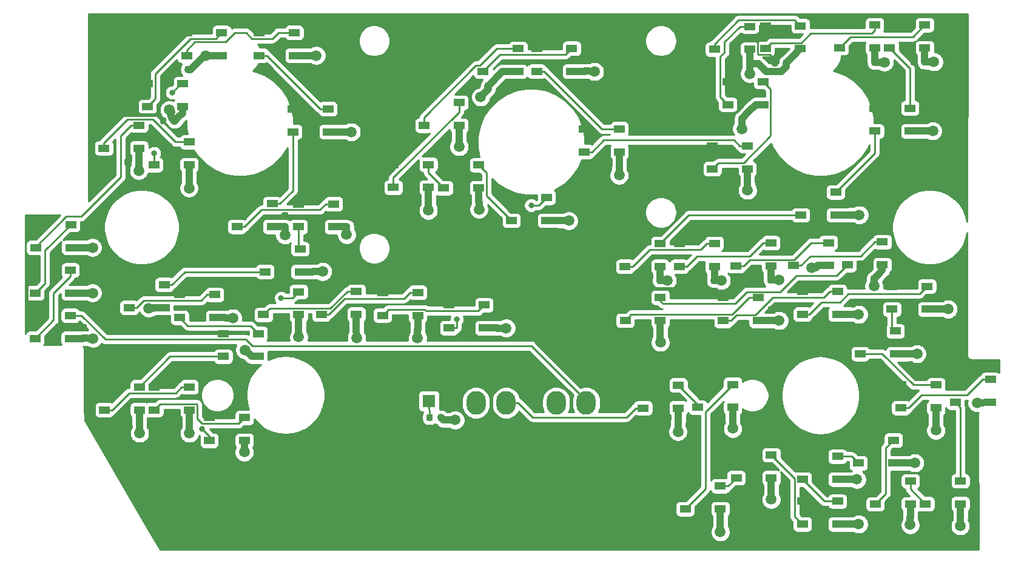
<source format=gbr>
G04 #@! TF.GenerationSoftware,KiCad,Pcbnew,(5.1.6)-1*
G04 #@! TF.CreationDate,2021-02-10T23:01:55+11:00*
G04 #@! TF.ProjectId,SNSR Panel PCB V2,534e5352-2050-4616-9e65-6c2050434220,rev?*
G04 #@! TF.SameCoordinates,Original*
G04 #@! TF.FileFunction,Copper,L1,Top*
G04 #@! TF.FilePolarity,Positive*
%FSLAX46Y46*%
G04 Gerber Fmt 4.6, Leading zero omitted, Abs format (unit mm)*
G04 Created by KiCad (PCBNEW (5.1.6)-1) date 2021-02-10 23:01:55*
%MOMM*%
%LPD*%
G01*
G04 APERTURE LIST*
G04 #@! TA.AperFunction,ComponentPad*
%ADD10O,2.700000X3.300000*%
G04 #@! TD*
G04 #@! TA.AperFunction,SMDPad,CuDef*
%ADD11R,1.500000X1.000000*%
G04 #@! TD*
G04 #@! TA.AperFunction,ComponentPad*
%ADD12C,1.800000*%
G04 #@! TD*
G04 #@! TA.AperFunction,ComponentPad*
%ADD13R,1.800000X1.800000*%
G04 #@! TD*
G04 #@! TA.AperFunction,ViaPad*
%ADD14C,1.500000*%
G04 #@! TD*
G04 #@! TA.AperFunction,ViaPad*
%ADD15C,0.800000*%
G04 #@! TD*
G04 #@! TA.AperFunction,Conductor*
%ADD16C,1.000000*%
G04 #@! TD*
G04 #@! TA.AperFunction,Conductor*
%ADD17C,0.500000*%
G04 #@! TD*
G04 #@! TA.AperFunction,Conductor*
%ADD18C,0.250000*%
G04 #@! TD*
G04 #@! TA.AperFunction,Conductor*
%ADD19C,0.254000*%
G04 #@! TD*
G04 APERTURE END LIST*
G04 #@! TO.P,C53,2*
G04 #@! TO.N,/LEDGND*
G04 #@! TA.AperFunction,SMDPad,CuDef*
G36*
G01*
X171962000Y-107556250D02*
X171962000Y-107043750D01*
G75*
G02*
X172180750Y-106825000I218750J0D01*
G01*
X172618250Y-106825000D01*
G75*
G02*
X172837000Y-107043750I0J-218750D01*
G01*
X172837000Y-107556250D01*
G75*
G02*
X172618250Y-107775000I-218750J0D01*
G01*
X172180750Y-107775000D01*
G75*
G02*
X171962000Y-107556250I0J218750D01*
G01*
G37*
G04 #@! TD.AperFunction*
G04 #@! TO.P,C53,1*
G04 #@! TO.N,/LED+5V*
G04 #@! TA.AperFunction,SMDPad,CuDef*
G36*
G01*
X170387000Y-107556250D02*
X170387000Y-107043750D01*
G75*
G02*
X170605750Y-106825000I218750J0D01*
G01*
X171043250Y-106825000D01*
G75*
G02*
X171262000Y-107043750I0J-218750D01*
G01*
X171262000Y-107556250D01*
G75*
G02*
X171043250Y-107775000I-218750J0D01*
G01*
X170605750Y-107775000D01*
G75*
G02*
X170387000Y-107556250I0J218750D01*
G01*
G37*
G04 #@! TD.AperFunction*
G04 #@! TD*
G04 #@! TO.P,C52,2*
G04 #@! TO.N,/LEDGND*
G04 #@! TA.AperFunction,SMDPad,CuDef*
G36*
G01*
X179612000Y-107456250D02*
X179612000Y-106943750D01*
G75*
G02*
X179830750Y-106725000I218750J0D01*
G01*
X180268250Y-106725000D01*
G75*
G02*
X180487000Y-106943750I0J-218750D01*
G01*
X180487000Y-107456250D01*
G75*
G02*
X180268250Y-107675000I-218750J0D01*
G01*
X179830750Y-107675000D01*
G75*
G02*
X179612000Y-107456250I0J218750D01*
G01*
G37*
G04 #@! TD.AperFunction*
G04 #@! TO.P,C52,1*
G04 #@! TO.N,/LED+5V*
G04 #@! TA.AperFunction,SMDPad,CuDef*
G36*
G01*
X178037000Y-107456250D02*
X178037000Y-106943750D01*
G75*
G02*
X178255750Y-106725000I218750J0D01*
G01*
X178693250Y-106725000D01*
G75*
G02*
X178912000Y-106943750I0J-218750D01*
G01*
X178912000Y-107456250D01*
G75*
G02*
X178693250Y-107675000I-218750J0D01*
G01*
X178255750Y-107675000D01*
G75*
G02*
X178037000Y-107456250I0J218750D01*
G01*
G37*
G04 #@! TD.AperFunction*
G04 #@! TD*
G04 #@! TO.P,C51,2*
G04 #@! TO.N,/LEDGND*
G04 #@! TA.AperFunction,SMDPad,CuDef*
G36*
G01*
X196243750Y-121112000D02*
X196756250Y-121112000D01*
G75*
G02*
X196975000Y-121330750I0J-218750D01*
G01*
X196975000Y-121768250D01*
G75*
G02*
X196756250Y-121987000I-218750J0D01*
G01*
X196243750Y-121987000D01*
G75*
G02*
X196025000Y-121768250I0J218750D01*
G01*
X196025000Y-121330750D01*
G75*
G02*
X196243750Y-121112000I218750J0D01*
G01*
G37*
G04 #@! TD.AperFunction*
G04 #@! TO.P,C51,1*
G04 #@! TO.N,/LED+5V*
G04 #@! TA.AperFunction,SMDPad,CuDef*
G36*
G01*
X196243750Y-119537000D02*
X196756250Y-119537000D01*
G75*
G02*
X196975000Y-119755750I0J-218750D01*
G01*
X196975000Y-120193250D01*
G75*
G02*
X196756250Y-120412000I-218750J0D01*
G01*
X196243750Y-120412000D01*
G75*
G02*
X196025000Y-120193250I0J218750D01*
G01*
X196025000Y-119755750D01*
G75*
G02*
X196243750Y-119537000I218750J0D01*
G01*
G37*
G04 #@! TD.AperFunction*
G04 #@! TD*
G04 #@! TO.P,C50,2*
G04 #@! TO.N,/LEDGND*
G04 #@! TA.AperFunction,SMDPad,CuDef*
G36*
G01*
X177862000Y-121706250D02*
X177862000Y-121193750D01*
G75*
G02*
X178080750Y-120975000I218750J0D01*
G01*
X178518250Y-120975000D01*
G75*
G02*
X178737000Y-121193750I0J-218750D01*
G01*
X178737000Y-121706250D01*
G75*
G02*
X178518250Y-121925000I-218750J0D01*
G01*
X178080750Y-121925000D01*
G75*
G02*
X177862000Y-121706250I0J218750D01*
G01*
G37*
G04 #@! TD.AperFunction*
G04 #@! TO.P,C50,1*
G04 #@! TO.N,/LED+5V*
G04 #@! TA.AperFunction,SMDPad,CuDef*
G36*
G01*
X176287000Y-121706250D02*
X176287000Y-121193750D01*
G75*
G02*
X176505750Y-120975000I218750J0D01*
G01*
X176943250Y-120975000D01*
G75*
G02*
X177162000Y-121193750I0J-218750D01*
G01*
X177162000Y-121706250D01*
G75*
G02*
X176943250Y-121925000I-218750J0D01*
G01*
X176505750Y-121925000D01*
G75*
G02*
X176287000Y-121706250I0J218750D01*
G01*
G37*
G04 #@! TD.AperFunction*
G04 #@! TD*
G04 #@! TO.P,C49,2*
G04 #@! TO.N,/LEDGND*
G04 #@! TA.AperFunction,SMDPad,CuDef*
G36*
G01*
X196756250Y-115738000D02*
X196243750Y-115738000D01*
G75*
G02*
X196025000Y-115519250I0J218750D01*
G01*
X196025000Y-115081750D01*
G75*
G02*
X196243750Y-114863000I218750J0D01*
G01*
X196756250Y-114863000D01*
G75*
G02*
X196975000Y-115081750I0J-218750D01*
G01*
X196975000Y-115519250D01*
G75*
G02*
X196756250Y-115738000I-218750J0D01*
G01*
G37*
G04 #@! TD.AperFunction*
G04 #@! TO.P,C49,1*
G04 #@! TO.N,/LED+5V*
G04 #@! TA.AperFunction,SMDPad,CuDef*
G36*
G01*
X196756250Y-117313000D02*
X196243750Y-117313000D01*
G75*
G02*
X196025000Y-117094250I0J218750D01*
G01*
X196025000Y-116656750D01*
G75*
G02*
X196243750Y-116438000I218750J0D01*
G01*
X196756250Y-116438000D01*
G75*
G02*
X196975000Y-116656750I0J-218750D01*
G01*
X196975000Y-117094250D01*
G75*
G02*
X196756250Y-117313000I-218750J0D01*
G01*
G37*
G04 #@! TD.AperFunction*
G04 #@! TD*
G04 #@! TO.P,C48,2*
G04 #@! TO.N,/LEDGND*
G04 #@! TA.AperFunction,SMDPad,CuDef*
G36*
G01*
X204362000Y-120906250D02*
X204362000Y-120393750D01*
G75*
G02*
X204580750Y-120175000I218750J0D01*
G01*
X205018250Y-120175000D01*
G75*
G02*
X205237000Y-120393750I0J-218750D01*
G01*
X205237000Y-120906250D01*
G75*
G02*
X205018250Y-121125000I-218750J0D01*
G01*
X204580750Y-121125000D01*
G75*
G02*
X204362000Y-120906250I0J218750D01*
G01*
G37*
G04 #@! TD.AperFunction*
G04 #@! TO.P,C48,1*
G04 #@! TO.N,/LED+5V*
G04 #@! TA.AperFunction,SMDPad,CuDef*
G36*
G01*
X202787000Y-120906250D02*
X202787000Y-120393750D01*
G75*
G02*
X203005750Y-120175000I218750J0D01*
G01*
X203443250Y-120175000D01*
G75*
G02*
X203662000Y-120393750I0J-218750D01*
G01*
X203662000Y-120906250D01*
G75*
G02*
X203443250Y-121125000I-218750J0D01*
G01*
X203005750Y-121125000D01*
G75*
G02*
X202787000Y-120906250I0J218750D01*
G01*
G37*
G04 #@! TD.AperFunction*
G04 #@! TD*
G04 #@! TO.P,C47,2*
G04 #@! TO.N,/LEDGND*
G04 #@! TA.AperFunction,SMDPad,CuDef*
G36*
G01*
X184962000Y-117306250D02*
X184962000Y-116793750D01*
G75*
G02*
X185180750Y-116575000I218750J0D01*
G01*
X185618250Y-116575000D01*
G75*
G02*
X185837000Y-116793750I0J-218750D01*
G01*
X185837000Y-117306250D01*
G75*
G02*
X185618250Y-117525000I-218750J0D01*
G01*
X185180750Y-117525000D01*
G75*
G02*
X184962000Y-117306250I0J218750D01*
G01*
G37*
G04 #@! TD.AperFunction*
G04 #@! TO.P,C47,1*
G04 #@! TO.N,/LED+5V*
G04 #@! TA.AperFunction,SMDPad,CuDef*
G36*
G01*
X183387000Y-117306250D02*
X183387000Y-116793750D01*
G75*
G02*
X183605750Y-116575000I218750J0D01*
G01*
X184043250Y-116575000D01*
G75*
G02*
X184262000Y-116793750I0J-218750D01*
G01*
X184262000Y-117306250D01*
G75*
G02*
X184043250Y-117525000I-218750J0D01*
G01*
X183605750Y-117525000D01*
G75*
G02*
X183387000Y-117306250I0J218750D01*
G01*
G37*
G04 #@! TD.AperFunction*
G04 #@! TD*
G04 #@! TO.P,C46,2*
G04 #@! TO.N,/LEDGND*
G04 #@! TA.AperFunction,SMDPad,CuDef*
G36*
G01*
X204043750Y-112562000D02*
X204556250Y-112562000D01*
G75*
G02*
X204775000Y-112780750I0J-218750D01*
G01*
X204775000Y-113218250D01*
G75*
G02*
X204556250Y-113437000I-218750J0D01*
G01*
X204043750Y-113437000D01*
G75*
G02*
X203825000Y-113218250I0J218750D01*
G01*
X203825000Y-112780750D01*
G75*
G02*
X204043750Y-112562000I218750J0D01*
G01*
G37*
G04 #@! TD.AperFunction*
G04 #@! TO.P,C46,1*
G04 #@! TO.N,/LED+5V*
G04 #@! TA.AperFunction,SMDPad,CuDef*
G36*
G01*
X204043750Y-110987000D02*
X204556250Y-110987000D01*
G75*
G02*
X204775000Y-111205750I0J-218750D01*
G01*
X204775000Y-111643250D01*
G75*
G02*
X204556250Y-111862000I-218750J0D01*
G01*
X204043750Y-111862000D01*
G75*
G02*
X203825000Y-111643250I0J218750D01*
G01*
X203825000Y-111205750D01*
G75*
G02*
X204043750Y-110987000I218750J0D01*
G01*
G37*
G04 #@! TD.AperFunction*
G04 #@! TD*
G04 #@! TO.P,C45,2*
G04 #@! TO.N,/LEDGND*
G04 #@! TA.AperFunction,SMDPad,CuDef*
G36*
G01*
X211362000Y-121006250D02*
X211362000Y-120493750D01*
G75*
G02*
X211580750Y-120275000I218750J0D01*
G01*
X212018250Y-120275000D01*
G75*
G02*
X212237000Y-120493750I0J-218750D01*
G01*
X212237000Y-121006250D01*
G75*
G02*
X212018250Y-121225000I-218750J0D01*
G01*
X211580750Y-121225000D01*
G75*
G02*
X211362000Y-121006250I0J218750D01*
G01*
G37*
G04 #@! TD.AperFunction*
G04 #@! TO.P,C45,1*
G04 #@! TO.N,/LED+5V*
G04 #@! TA.AperFunction,SMDPad,CuDef*
G36*
G01*
X209787000Y-121006250D02*
X209787000Y-120493750D01*
G75*
G02*
X210005750Y-120275000I218750J0D01*
G01*
X210443250Y-120275000D01*
G75*
G02*
X210662000Y-120493750I0J-218750D01*
G01*
X210662000Y-121006250D01*
G75*
G02*
X210443250Y-121225000I-218750J0D01*
G01*
X210005750Y-121225000D01*
G75*
G02*
X209787000Y-121006250I0J218750D01*
G01*
G37*
G04 #@! TD.AperFunction*
G04 #@! TD*
G04 #@! TO.P,C44,2*
G04 #@! TO.N,/LEDGND*
G04 #@! TA.AperFunction,SMDPad,CuDef*
G36*
G01*
X207962000Y-107556250D02*
X207962000Y-107043750D01*
G75*
G02*
X208180750Y-106825000I218750J0D01*
G01*
X208618250Y-106825000D01*
G75*
G02*
X208837000Y-107043750I0J-218750D01*
G01*
X208837000Y-107556250D01*
G75*
G02*
X208618250Y-107775000I-218750J0D01*
G01*
X208180750Y-107775000D01*
G75*
G02*
X207962000Y-107556250I0J218750D01*
G01*
G37*
G04 #@! TD.AperFunction*
G04 #@! TO.P,C44,1*
G04 #@! TO.N,/LED+5V*
G04 #@! TA.AperFunction,SMDPad,CuDef*
G36*
G01*
X206387000Y-107556250D02*
X206387000Y-107043750D01*
G75*
G02*
X206605750Y-106825000I218750J0D01*
G01*
X207043250Y-106825000D01*
G75*
G02*
X207262000Y-107043750I0J-218750D01*
G01*
X207262000Y-107556250D01*
G75*
G02*
X207043250Y-107775000I-218750J0D01*
G01*
X206605750Y-107775000D01*
G75*
G02*
X206387000Y-107556250I0J218750D01*
G01*
G37*
G04 #@! TD.AperFunction*
G04 #@! TD*
G04 #@! TO.P,C43,2*
G04 #@! TO.N,/LEDGND*
G04 #@! TA.AperFunction,SMDPad,CuDef*
G36*
G01*
X196243750Y-91812500D02*
X196756250Y-91812500D01*
G75*
G02*
X196975000Y-92031250I0J-218750D01*
G01*
X196975000Y-92468750D01*
G75*
G02*
X196756250Y-92687500I-218750J0D01*
G01*
X196243750Y-92687500D01*
G75*
G02*
X196025000Y-92468750I0J218750D01*
G01*
X196025000Y-92031250D01*
G75*
G02*
X196243750Y-91812500I218750J0D01*
G01*
G37*
G04 #@! TD.AperFunction*
G04 #@! TO.P,C43,1*
G04 #@! TO.N,/LED+5V*
G04 #@! TA.AperFunction,SMDPad,CuDef*
G36*
G01*
X196243750Y-90237500D02*
X196756250Y-90237500D01*
G75*
G02*
X196975000Y-90456250I0J-218750D01*
G01*
X196975000Y-90893750D01*
G75*
G02*
X196756250Y-91112500I-218750J0D01*
G01*
X196243750Y-91112500D01*
G75*
G02*
X196025000Y-90893750I0J218750D01*
G01*
X196025000Y-90456250D01*
G75*
G02*
X196243750Y-90237500I218750J0D01*
G01*
G37*
G04 #@! TD.AperFunction*
G04 #@! TD*
G04 #@! TO.P,C42,2*
G04 #@! TO.N,/LEDGND*
G04 #@! TA.AperFunction,SMDPad,CuDef*
G36*
G01*
X204293750Y-97312500D02*
X204806250Y-97312500D01*
G75*
G02*
X205025000Y-97531250I0J-218750D01*
G01*
X205025000Y-97968750D01*
G75*
G02*
X204806250Y-98187500I-218750J0D01*
G01*
X204293750Y-98187500D01*
G75*
G02*
X204075000Y-97968750I0J218750D01*
G01*
X204075000Y-97531250D01*
G75*
G02*
X204293750Y-97312500I218750J0D01*
G01*
G37*
G04 #@! TD.AperFunction*
G04 #@! TO.P,C42,1*
G04 #@! TO.N,/LED+5V*
G04 #@! TA.AperFunction,SMDPad,CuDef*
G36*
G01*
X204293750Y-95737500D02*
X204806250Y-95737500D01*
G75*
G02*
X205025000Y-95956250I0J-218750D01*
G01*
X205025000Y-96393750D01*
G75*
G02*
X204806250Y-96612500I-218750J0D01*
G01*
X204293750Y-96612500D01*
G75*
G02*
X204075000Y-96393750I0J218750D01*
G01*
X204075000Y-95956250D01*
G75*
G02*
X204293750Y-95737500I218750J0D01*
G01*
G37*
G04 #@! TD.AperFunction*
G04 #@! TD*
G04 #@! TO.P,C41,2*
G04 #@! TO.N,/LEDGND*
G04 #@! TA.AperFunction,SMDPad,CuDef*
G36*
G01*
X208743750Y-91062500D02*
X209256250Y-91062500D01*
G75*
G02*
X209475000Y-91281250I0J-218750D01*
G01*
X209475000Y-91718750D01*
G75*
G02*
X209256250Y-91937500I-218750J0D01*
G01*
X208743750Y-91937500D01*
G75*
G02*
X208525000Y-91718750I0J218750D01*
G01*
X208525000Y-91281250D01*
G75*
G02*
X208743750Y-91062500I218750J0D01*
G01*
G37*
G04 #@! TD.AperFunction*
G04 #@! TO.P,C41,1*
G04 #@! TO.N,/LED+5V*
G04 #@! TA.AperFunction,SMDPad,CuDef*
G36*
G01*
X208743750Y-89487500D02*
X209256250Y-89487500D01*
G75*
G02*
X209475000Y-89706250I0J-218750D01*
G01*
X209475000Y-90143750D01*
G75*
G02*
X209256250Y-90362500I-218750J0D01*
G01*
X208743750Y-90362500D01*
G75*
G02*
X208525000Y-90143750I0J218750D01*
G01*
X208525000Y-89706250D01*
G75*
G02*
X208743750Y-89487500I218750J0D01*
G01*
G37*
G04 #@! TD.AperFunction*
G04 #@! TD*
G04 #@! TO.P,C40,2*
G04 #@! TO.N,/LEDGND*
G04 #@! TA.AperFunction,SMDPad,CuDef*
G36*
G01*
X199312000Y-87506250D02*
X199312000Y-86993750D01*
G75*
G02*
X199530750Y-86775000I218750J0D01*
G01*
X199968250Y-86775000D01*
G75*
G02*
X200187000Y-86993750I0J-218750D01*
G01*
X200187000Y-87506250D01*
G75*
G02*
X199968250Y-87725000I-218750J0D01*
G01*
X199530750Y-87725000D01*
G75*
G02*
X199312000Y-87506250I0J218750D01*
G01*
G37*
G04 #@! TD.AperFunction*
G04 #@! TO.P,C40,1*
G04 #@! TO.N,/LED+5V*
G04 #@! TA.AperFunction,SMDPad,CuDef*
G36*
G01*
X197737000Y-87506250D02*
X197737000Y-86993750D01*
G75*
G02*
X197955750Y-86775000I218750J0D01*
G01*
X198393250Y-86775000D01*
G75*
G02*
X198612000Y-86993750I0J-218750D01*
G01*
X198612000Y-87506250D01*
G75*
G02*
X198393250Y-87725000I-218750J0D01*
G01*
X197955750Y-87725000D01*
G75*
G02*
X197737000Y-87506250I0J218750D01*
G01*
G37*
G04 #@! TD.AperFunction*
G04 #@! TD*
G04 #@! TO.P,C39,2*
G04 #@! TO.N,/LEDGND*
G04 #@! TA.AperFunction,SMDPad,CuDef*
G36*
G01*
X185193750Y-92662500D02*
X185706250Y-92662500D01*
G75*
G02*
X185925000Y-92881250I0J-218750D01*
G01*
X185925000Y-93318750D01*
G75*
G02*
X185706250Y-93537500I-218750J0D01*
G01*
X185193750Y-93537500D01*
G75*
G02*
X184975000Y-93318750I0J218750D01*
G01*
X184975000Y-92881250D01*
G75*
G02*
X185193750Y-92662500I218750J0D01*
G01*
G37*
G04 #@! TD.AperFunction*
G04 #@! TO.P,C39,1*
G04 #@! TO.N,/LED+5V*
G04 #@! TA.AperFunction,SMDPad,CuDef*
G36*
G01*
X185193750Y-91087500D02*
X185706250Y-91087500D01*
G75*
G02*
X185925000Y-91306250I0J-218750D01*
G01*
X185925000Y-91743750D01*
G75*
G02*
X185706250Y-91962500I-218750J0D01*
G01*
X185193750Y-91962500D01*
G75*
G02*
X184975000Y-91743750I0J218750D01*
G01*
X184975000Y-91306250D01*
G75*
G02*
X185193750Y-91087500I218750J0D01*
G01*
G37*
G04 #@! TD.AperFunction*
G04 #@! TD*
G04 #@! TO.P,C38,2*
G04 #@! TO.N,/LEDGND*
G04 #@! TA.AperFunction,SMDPad,CuDef*
G36*
G01*
X184912000Y-87706250D02*
X184912000Y-87193750D01*
G75*
G02*
X185130750Y-86975000I218750J0D01*
G01*
X185568250Y-86975000D01*
G75*
G02*
X185787000Y-87193750I0J-218750D01*
G01*
X185787000Y-87706250D01*
G75*
G02*
X185568250Y-87925000I-218750J0D01*
G01*
X185130750Y-87925000D01*
G75*
G02*
X184912000Y-87706250I0J218750D01*
G01*
G37*
G04 #@! TD.AperFunction*
G04 #@! TO.P,C38,1*
G04 #@! TO.N,/LED+5V*
G04 #@! TA.AperFunction,SMDPad,CuDef*
G36*
G01*
X183337000Y-87706250D02*
X183337000Y-87193750D01*
G75*
G02*
X183555750Y-86975000I218750J0D01*
G01*
X183993250Y-86975000D01*
G75*
G02*
X184212000Y-87193750I0J-218750D01*
G01*
X184212000Y-87706250D01*
G75*
G02*
X183993250Y-87925000I-218750J0D01*
G01*
X183555750Y-87925000D01*
G75*
G02*
X183337000Y-87706250I0J218750D01*
G01*
G37*
G04 #@! TD.AperFunction*
G04 #@! TD*
G04 #@! TO.P,C37,2*
G04 #@! TO.N,/LEDGND*
G04 #@! TA.AperFunction,SMDPad,CuDef*
G36*
G01*
X176988000Y-87756250D02*
X176988000Y-87243750D01*
G75*
G02*
X177206750Y-87025000I218750J0D01*
G01*
X177644250Y-87025000D01*
G75*
G02*
X177863000Y-87243750I0J-218750D01*
G01*
X177863000Y-87756250D01*
G75*
G02*
X177644250Y-87975000I-218750J0D01*
G01*
X177206750Y-87975000D01*
G75*
G02*
X176988000Y-87756250I0J218750D01*
G01*
G37*
G04 #@! TD.AperFunction*
G04 #@! TO.P,C37,1*
G04 #@! TO.N,/LED+5V*
G04 #@! TA.AperFunction,SMDPad,CuDef*
G36*
G01*
X175413000Y-87756250D02*
X175413000Y-87243750D01*
G75*
G02*
X175631750Y-87025000I218750J0D01*
G01*
X176069250Y-87025000D01*
G75*
G02*
X176288000Y-87243750I0J-218750D01*
G01*
X176288000Y-87756250D01*
G75*
G02*
X176069250Y-87975000I-218750J0D01*
G01*
X175631750Y-87975000D01*
G75*
G02*
X175413000Y-87756250I0J218750D01*
G01*
G37*
G04 #@! TD.AperFunction*
G04 #@! TD*
G04 #@! TO.P,C36,2*
G04 #@! TO.N,/LEDGND*
G04 #@! TA.AperFunction,SMDPad,CuDef*
G36*
G01*
X187062000Y-57356250D02*
X187062000Y-56843750D01*
G75*
G02*
X187280750Y-56625000I218750J0D01*
G01*
X187718250Y-56625000D01*
G75*
G02*
X187937000Y-56843750I0J-218750D01*
G01*
X187937000Y-57356250D01*
G75*
G02*
X187718250Y-57575000I-218750J0D01*
G01*
X187280750Y-57575000D01*
G75*
G02*
X187062000Y-57356250I0J218750D01*
G01*
G37*
G04 #@! TD.AperFunction*
G04 #@! TO.P,C36,1*
G04 #@! TO.N,/LED+5V*
G04 #@! TA.AperFunction,SMDPad,CuDef*
G36*
G01*
X185487000Y-57356250D02*
X185487000Y-56843750D01*
G75*
G02*
X185705750Y-56625000I218750J0D01*
G01*
X186143250Y-56625000D01*
G75*
G02*
X186362000Y-56843750I0J-218750D01*
G01*
X186362000Y-57356250D01*
G75*
G02*
X186143250Y-57575000I-218750J0D01*
G01*
X185705750Y-57575000D01*
G75*
G02*
X185487000Y-57356250I0J218750D01*
G01*
G37*
G04 #@! TD.AperFunction*
G04 #@! TD*
G04 #@! TO.P,C35,2*
G04 #@! TO.N,/LEDGND*
G04 #@! TA.AperFunction,SMDPad,CuDef*
G36*
G01*
X199412000Y-57256250D02*
X199412000Y-56743750D01*
G75*
G02*
X199630750Y-56525000I218750J0D01*
G01*
X200068250Y-56525000D01*
G75*
G02*
X200287000Y-56743750I0J-218750D01*
G01*
X200287000Y-57256250D01*
G75*
G02*
X200068250Y-57475000I-218750J0D01*
G01*
X199630750Y-57475000D01*
G75*
G02*
X199412000Y-57256250I0J218750D01*
G01*
G37*
G04 #@! TD.AperFunction*
G04 #@! TO.P,C35,1*
G04 #@! TO.N,/LED+5V*
G04 #@! TA.AperFunction,SMDPad,CuDef*
G36*
G01*
X197837000Y-57256250D02*
X197837000Y-56743750D01*
G75*
G02*
X198055750Y-56525000I218750J0D01*
G01*
X198493250Y-56525000D01*
G75*
G02*
X198712000Y-56743750I0J-218750D01*
G01*
X198712000Y-57256250D01*
G75*
G02*
X198493250Y-57475000I-218750J0D01*
G01*
X198055750Y-57475000D01*
G75*
G02*
X197837000Y-57256250I0J218750D01*
G01*
G37*
G04 #@! TD.AperFunction*
G04 #@! TD*
G04 #@! TO.P,C34,2*
G04 #@! TO.N,/LEDGND*
G04 #@! TA.AperFunction,SMDPad,CuDef*
G36*
G01*
X181962000Y-57456250D02*
X181962000Y-56943750D01*
G75*
G02*
X182180750Y-56725000I218750J0D01*
G01*
X182618250Y-56725000D01*
G75*
G02*
X182837000Y-56943750I0J-218750D01*
G01*
X182837000Y-57456250D01*
G75*
G02*
X182618250Y-57675000I-218750J0D01*
G01*
X182180750Y-57675000D01*
G75*
G02*
X181962000Y-57456250I0J218750D01*
G01*
G37*
G04 #@! TD.AperFunction*
G04 #@! TO.P,C34,1*
G04 #@! TO.N,/LED+5V*
G04 #@! TA.AperFunction,SMDPad,CuDef*
G36*
G01*
X180387000Y-57456250D02*
X180387000Y-56943750D01*
G75*
G02*
X180605750Y-56725000I218750J0D01*
G01*
X181043250Y-56725000D01*
G75*
G02*
X181262000Y-56943750I0J-218750D01*
G01*
X181262000Y-57456250D01*
G75*
G02*
X181043250Y-57675000I-218750J0D01*
G01*
X180605750Y-57675000D01*
G75*
G02*
X180387000Y-57456250I0J218750D01*
G01*
G37*
G04 #@! TD.AperFunction*
G04 #@! TD*
G04 #@! TO.P,C33,2*
G04 #@! TO.N,/LEDGND*
G04 #@! TA.AperFunction,SMDPad,CuDef*
G36*
G01*
X206343750Y-66162500D02*
X206856250Y-66162500D01*
G75*
G02*
X207075000Y-66381250I0J-218750D01*
G01*
X207075000Y-66818750D01*
G75*
G02*
X206856250Y-67037500I-218750J0D01*
G01*
X206343750Y-67037500D01*
G75*
G02*
X206125000Y-66818750I0J218750D01*
G01*
X206125000Y-66381250D01*
G75*
G02*
X206343750Y-66162500I218750J0D01*
G01*
G37*
G04 #@! TD.AperFunction*
G04 #@! TO.P,C33,1*
G04 #@! TO.N,/LED+5V*
G04 #@! TA.AperFunction,SMDPad,CuDef*
G36*
G01*
X206343750Y-64587500D02*
X206856250Y-64587500D01*
G75*
G02*
X207075000Y-64806250I0J-218750D01*
G01*
X207075000Y-65243750D01*
G75*
G02*
X206856250Y-65462500I-218750J0D01*
G01*
X206343750Y-65462500D01*
G75*
G02*
X206125000Y-65243750I0J218750D01*
G01*
X206125000Y-64806250D01*
G75*
G02*
X206343750Y-64587500I218750J0D01*
G01*
G37*
G04 #@! TD.AperFunction*
G04 #@! TD*
G04 #@! TO.P,C32,2*
G04 #@! TO.N,/LEDGND*
G04 #@! TA.AperFunction,SMDPad,CuDef*
G36*
G01*
X195993750Y-77900000D02*
X196506250Y-77900000D01*
G75*
G02*
X196725000Y-78118750I0J-218750D01*
G01*
X196725000Y-78556250D01*
G75*
G02*
X196506250Y-78775000I-218750J0D01*
G01*
X195993750Y-78775000D01*
G75*
G02*
X195775000Y-78556250I0J218750D01*
G01*
X195775000Y-78118750D01*
G75*
G02*
X195993750Y-77900000I218750J0D01*
G01*
G37*
G04 #@! TD.AperFunction*
G04 #@! TO.P,C32,1*
G04 #@! TO.N,/LED+5V*
G04 #@! TA.AperFunction,SMDPad,CuDef*
G36*
G01*
X195993750Y-76325000D02*
X196506250Y-76325000D01*
G75*
G02*
X196725000Y-76543750I0J-218750D01*
G01*
X196725000Y-76981250D01*
G75*
G02*
X196506250Y-77200000I-218750J0D01*
G01*
X195993750Y-77200000D01*
G75*
G02*
X195775000Y-76981250I0J218750D01*
G01*
X195775000Y-76543750D01*
G75*
G02*
X195993750Y-76325000I218750J0D01*
G01*
G37*
G04 #@! TD.AperFunction*
G04 #@! TD*
G04 #@! TO.P,C31,2*
G04 #@! TO.N,/LEDGND*
G04 #@! TA.AperFunction,SMDPad,CuDef*
G36*
G01*
X181662000Y-74106250D02*
X181662000Y-73593750D01*
G75*
G02*
X181880750Y-73375000I218750J0D01*
G01*
X182318250Y-73375000D01*
G75*
G02*
X182537000Y-73593750I0J-218750D01*
G01*
X182537000Y-74106250D01*
G75*
G02*
X182318250Y-74325000I-218750J0D01*
G01*
X181880750Y-74325000D01*
G75*
G02*
X181662000Y-74106250I0J218750D01*
G01*
G37*
G04 #@! TD.AperFunction*
G04 #@! TO.P,C31,1*
G04 #@! TO.N,/LED+5V*
G04 #@! TA.AperFunction,SMDPad,CuDef*
G36*
G01*
X180087000Y-74106250D02*
X180087000Y-73593750D01*
G75*
G02*
X180305750Y-73375000I218750J0D01*
G01*
X180743250Y-73375000D01*
G75*
G02*
X180962000Y-73593750I0J-218750D01*
G01*
X180962000Y-74106250D01*
G75*
G02*
X180743250Y-74325000I-218750J0D01*
G01*
X180305750Y-74325000D01*
G75*
G02*
X180087000Y-74106250I0J218750D01*
G01*
G37*
G04 #@! TD.AperFunction*
G04 #@! TD*
G04 #@! TO.P,C30,2*
G04 #@! TO.N,/LEDGND*
G04 #@! TA.AperFunction,SMDPad,CuDef*
G36*
G01*
X180862000Y-65156250D02*
X180862000Y-64643750D01*
G75*
G02*
X181080750Y-64425000I218750J0D01*
G01*
X181518250Y-64425000D01*
G75*
G02*
X181737000Y-64643750I0J-218750D01*
G01*
X181737000Y-65156250D01*
G75*
G02*
X181518250Y-65375000I-218750J0D01*
G01*
X181080750Y-65375000D01*
G75*
G02*
X180862000Y-65156250I0J218750D01*
G01*
G37*
G04 #@! TD.AperFunction*
G04 #@! TO.P,C30,1*
G04 #@! TO.N,/LED+5V*
G04 #@! TA.AperFunction,SMDPad,CuDef*
G36*
G01*
X179287000Y-65156250D02*
X179287000Y-64643750D01*
G75*
G02*
X179505750Y-64425000I218750J0D01*
G01*
X179943250Y-64425000D01*
G75*
G02*
X180162000Y-64643750I0J-218750D01*
G01*
X180162000Y-65156250D01*
G75*
G02*
X179943250Y-65375000I-218750J0D01*
G01*
X179505750Y-65375000D01*
G75*
G02*
X179287000Y-65156250I0J218750D01*
G01*
G37*
G04 #@! TD.AperFunction*
G04 #@! TD*
G04 #@! TO.P,C29,2*
G04 #@! TO.N,/LEDGND*
G04 #@! TA.AperFunction,SMDPad,CuDef*
G36*
G01*
X145450000Y-60556250D02*
X145450000Y-60043750D01*
G75*
G02*
X145668750Y-59825000I218750J0D01*
G01*
X146106250Y-59825000D01*
G75*
G02*
X146325000Y-60043750I0J-218750D01*
G01*
X146325000Y-60556250D01*
G75*
G02*
X146106250Y-60775000I-218750J0D01*
G01*
X145668750Y-60775000D01*
G75*
G02*
X145450000Y-60556250I0J218750D01*
G01*
G37*
G04 #@! TD.AperFunction*
G04 #@! TO.P,C29,1*
G04 #@! TO.N,/LED+5V*
G04 #@! TA.AperFunction,SMDPad,CuDef*
G36*
G01*
X143875000Y-60556250D02*
X143875000Y-60043750D01*
G75*
G02*
X144093750Y-59825000I218750J0D01*
G01*
X144531250Y-59825000D01*
G75*
G02*
X144750000Y-60043750I0J-218750D01*
G01*
X144750000Y-60556250D01*
G75*
G02*
X144531250Y-60775000I-218750J0D01*
G01*
X144093750Y-60775000D01*
G75*
G02*
X143875000Y-60556250I0J218750D01*
G01*
G37*
G04 #@! TD.AperFunction*
G04 #@! TD*
G04 #@! TO.P,C28,2*
G04 #@! TO.N,/LEDGND*
G04 #@! TA.AperFunction,SMDPad,CuDef*
G36*
G01*
X206412000Y-57206250D02*
X206412000Y-56693750D01*
G75*
G02*
X206630750Y-56475000I218750J0D01*
G01*
X207068250Y-56475000D01*
G75*
G02*
X207287000Y-56693750I0J-218750D01*
G01*
X207287000Y-57206250D01*
G75*
G02*
X207068250Y-57425000I-218750J0D01*
G01*
X206630750Y-57425000D01*
G75*
G02*
X206412000Y-57206250I0J218750D01*
G01*
G37*
G04 #@! TD.AperFunction*
G04 #@! TO.P,C28,1*
G04 #@! TO.N,/LED+5V*
G04 #@! TA.AperFunction,SMDPad,CuDef*
G36*
G01*
X204837000Y-57206250D02*
X204837000Y-56693750D01*
G75*
G02*
X205055750Y-56475000I218750J0D01*
G01*
X205493250Y-56475000D01*
G75*
G02*
X205712000Y-56693750I0J-218750D01*
G01*
X205712000Y-57206250D01*
G75*
G02*
X205493250Y-57425000I-218750J0D01*
G01*
X205055750Y-57425000D01*
G75*
G02*
X204837000Y-57206250I0J218750D01*
G01*
G37*
G04 #@! TD.AperFunction*
G04 #@! TD*
G04 #@! TO.P,C27,2*
G04 #@! TO.N,/LEDGND*
G04 #@! TA.AperFunction,SMDPad,CuDef*
G36*
G01*
X169412000Y-87756250D02*
X169412000Y-87243750D01*
G75*
G02*
X169630750Y-87025000I218750J0D01*
G01*
X170068250Y-87025000D01*
G75*
G02*
X170287000Y-87243750I0J-218750D01*
G01*
X170287000Y-87756250D01*
G75*
G02*
X170068250Y-87975000I-218750J0D01*
G01*
X169630750Y-87975000D01*
G75*
G02*
X169412000Y-87756250I0J218750D01*
G01*
G37*
G04 #@! TD.AperFunction*
G04 #@! TO.P,C27,1*
G04 #@! TO.N,/LED+5V*
G04 #@! TA.AperFunction,SMDPad,CuDef*
G36*
G01*
X167837000Y-87756250D02*
X167837000Y-87243750D01*
G75*
G02*
X168055750Y-87025000I218750J0D01*
G01*
X168493250Y-87025000D01*
G75*
G02*
X168712000Y-87243750I0J-218750D01*
G01*
X168712000Y-87756250D01*
G75*
G02*
X168493250Y-87975000I-218750J0D01*
G01*
X168055750Y-87975000D01*
G75*
G02*
X167837000Y-87756250I0J218750D01*
G01*
G37*
G04 #@! TD.AperFunction*
G04 #@! TD*
G04 #@! TO.P,C26,2*
G04 #@! TO.N,/LEDGND*
G04 #@! TA.AperFunction,SMDPad,CuDef*
G36*
G01*
X144200000Y-76806250D02*
X144200000Y-76293750D01*
G75*
G02*
X144418750Y-76075000I218750J0D01*
G01*
X144856250Y-76075000D01*
G75*
G02*
X145075000Y-76293750I0J-218750D01*
G01*
X145075000Y-76806250D01*
G75*
G02*
X144856250Y-77025000I-218750J0D01*
G01*
X144418750Y-77025000D01*
G75*
G02*
X144200000Y-76806250I0J218750D01*
G01*
G37*
G04 #@! TD.AperFunction*
G04 #@! TO.P,C26,1*
G04 #@! TO.N,/LED+5V*
G04 #@! TA.AperFunction,SMDPad,CuDef*
G36*
G01*
X142625000Y-76806250D02*
X142625000Y-76293750D01*
G75*
G02*
X142843750Y-76075000I218750J0D01*
G01*
X143281250Y-76075000D01*
G75*
G02*
X143500000Y-76293750I0J-218750D01*
G01*
X143500000Y-76806250D01*
G75*
G02*
X143281250Y-77025000I-218750J0D01*
G01*
X142843750Y-77025000D01*
G75*
G02*
X142625000Y-76806250I0J218750D01*
G01*
G37*
G04 #@! TD.AperFunction*
G04 #@! TD*
G04 #@! TO.P,C25,2*
G04 #@! TO.N,/LEDGND*
G04 #@! TA.AperFunction,SMDPad,CuDef*
G36*
G01*
X169462000Y-95356250D02*
X169462000Y-94843750D01*
G75*
G02*
X169680750Y-94625000I218750J0D01*
G01*
X170118250Y-94625000D01*
G75*
G02*
X170337000Y-94843750I0J-218750D01*
G01*
X170337000Y-95356250D01*
G75*
G02*
X170118250Y-95575000I-218750J0D01*
G01*
X169680750Y-95575000D01*
G75*
G02*
X169462000Y-95356250I0J218750D01*
G01*
G37*
G04 #@! TD.AperFunction*
G04 #@! TO.P,C25,1*
G04 #@! TO.N,/LED+5V*
G04 #@! TA.AperFunction,SMDPad,CuDef*
G36*
G01*
X167887000Y-95356250D02*
X167887000Y-94843750D01*
G75*
G02*
X168105750Y-94625000I218750J0D01*
G01*
X168543250Y-94625000D01*
G75*
G02*
X168762000Y-94843750I0J-218750D01*
G01*
X168762000Y-95356250D01*
G75*
G02*
X168543250Y-95575000I-218750J0D01*
G01*
X168105750Y-95575000D01*
G75*
G02*
X167887000Y-95356250I0J218750D01*
G01*
G37*
G04 #@! TD.AperFunction*
G04 #@! TD*
G04 #@! TO.P,C24,2*
G04 #@! TO.N,/LEDGND*
G04 #@! TA.AperFunction,SMDPad,CuDef*
G36*
G01*
X163762000Y-71806250D02*
X163762000Y-71293750D01*
G75*
G02*
X163980750Y-71075000I218750J0D01*
G01*
X164418250Y-71075000D01*
G75*
G02*
X164637000Y-71293750I0J-218750D01*
G01*
X164637000Y-71806250D01*
G75*
G02*
X164418250Y-72025000I-218750J0D01*
G01*
X163980750Y-72025000D01*
G75*
G02*
X163762000Y-71806250I0J218750D01*
G01*
G37*
G04 #@! TD.AperFunction*
G04 #@! TO.P,C24,1*
G04 #@! TO.N,/LED+5V*
G04 #@! TA.AperFunction,SMDPad,CuDef*
G36*
G01*
X162187000Y-71806250D02*
X162187000Y-71293750D01*
G75*
G02*
X162405750Y-71075000I218750J0D01*
G01*
X162843250Y-71075000D01*
G75*
G02*
X163062000Y-71293750I0J-218750D01*
G01*
X163062000Y-71806250D01*
G75*
G02*
X162843250Y-72025000I-218750J0D01*
G01*
X162405750Y-72025000D01*
G75*
G02*
X162187000Y-71806250I0J218750D01*
G01*
G37*
G04 #@! TD.AperFunction*
G04 #@! TD*
G04 #@! TO.P,C23,2*
G04 #@! TO.N,/LEDGND*
G04 #@! TA.AperFunction,SMDPad,CuDef*
G36*
G01*
X159143750Y-57812500D02*
X159656250Y-57812500D01*
G75*
G02*
X159875000Y-58031250I0J-218750D01*
G01*
X159875000Y-58468750D01*
G75*
G02*
X159656250Y-58687500I-218750J0D01*
G01*
X159143750Y-58687500D01*
G75*
G02*
X158925000Y-58468750I0J218750D01*
G01*
X158925000Y-58031250D01*
G75*
G02*
X159143750Y-57812500I218750J0D01*
G01*
G37*
G04 #@! TD.AperFunction*
G04 #@! TO.P,C23,1*
G04 #@! TO.N,/LED+5V*
G04 #@! TA.AperFunction,SMDPad,CuDef*
G36*
G01*
X159143750Y-56237500D02*
X159656250Y-56237500D01*
G75*
G02*
X159875000Y-56456250I0J-218750D01*
G01*
X159875000Y-56893750D01*
G75*
G02*
X159656250Y-57112500I-218750J0D01*
G01*
X159143750Y-57112500D01*
G75*
G02*
X158925000Y-56893750I0J218750D01*
G01*
X158925000Y-56456250D01*
G75*
G02*
X159143750Y-56237500I218750J0D01*
G01*
G37*
G04 #@! TD.AperFunction*
G04 #@! TD*
G04 #@! TO.P,C22,2*
G04 #@! TO.N,/LEDGND*
G04 #@! TA.AperFunction,SMDPad,CuDef*
G36*
G01*
X137138000Y-76756250D02*
X137138000Y-76243750D01*
G75*
G02*
X137356750Y-76025000I218750J0D01*
G01*
X137794250Y-76025000D01*
G75*
G02*
X138013000Y-76243750I0J-218750D01*
G01*
X138013000Y-76756250D01*
G75*
G02*
X137794250Y-76975000I-218750J0D01*
G01*
X137356750Y-76975000D01*
G75*
G02*
X137138000Y-76756250I0J218750D01*
G01*
G37*
G04 #@! TD.AperFunction*
G04 #@! TO.P,C22,1*
G04 #@! TO.N,/LED+5V*
G04 #@! TA.AperFunction,SMDPad,CuDef*
G36*
G01*
X135563000Y-76756250D02*
X135563000Y-76243750D01*
G75*
G02*
X135781750Y-76025000I218750J0D01*
G01*
X136219250Y-76025000D01*
G75*
G02*
X136438000Y-76243750I0J-218750D01*
G01*
X136438000Y-76756250D01*
G75*
G02*
X136219250Y-76975000I-218750J0D01*
G01*
X135781750Y-76975000D01*
G75*
G02*
X135563000Y-76756250I0J218750D01*
G01*
G37*
G04 #@! TD.AperFunction*
G04 #@! TD*
G04 #@! TO.P,C21,2*
G04 #@! TO.N,/LEDGND*
G04 #@! TA.AperFunction,SMDPad,CuDef*
G36*
G01*
X141412000Y-68106250D02*
X141412000Y-67593750D01*
G75*
G02*
X141630750Y-67375000I218750J0D01*
G01*
X142068250Y-67375000D01*
G75*
G02*
X142287000Y-67593750I0J-218750D01*
G01*
X142287000Y-68106250D01*
G75*
G02*
X142068250Y-68325000I-218750J0D01*
G01*
X141630750Y-68325000D01*
G75*
G02*
X141412000Y-68106250I0J218750D01*
G01*
G37*
G04 #@! TD.AperFunction*
G04 #@! TO.P,C21,1*
G04 #@! TO.N,/LED+5V*
G04 #@! TA.AperFunction,SMDPad,CuDef*
G36*
G01*
X139837000Y-68106250D02*
X139837000Y-67593750D01*
G75*
G02*
X140055750Y-67375000I218750J0D01*
G01*
X140493250Y-67375000D01*
G75*
G02*
X140712000Y-67593750I0J-218750D01*
G01*
X140712000Y-68106250D01*
G75*
G02*
X140493250Y-68325000I-218750J0D01*
G01*
X140055750Y-68325000D01*
G75*
G02*
X139837000Y-68106250I0J218750D01*
G01*
G37*
G04 #@! TD.AperFunction*
G04 #@! TD*
G04 #@! TO.P,C20,2*
G04 #@! TO.N,/LEDGND*
G04 #@! TA.AperFunction,SMDPad,CuDef*
G36*
G01*
X155593750Y-78712500D02*
X156106250Y-78712500D01*
G75*
G02*
X156325000Y-78931250I0J-218750D01*
G01*
X156325000Y-79368750D01*
G75*
G02*
X156106250Y-79587500I-218750J0D01*
G01*
X155593750Y-79587500D01*
G75*
G02*
X155375000Y-79368750I0J218750D01*
G01*
X155375000Y-78931250D01*
G75*
G02*
X155593750Y-78712500I218750J0D01*
G01*
G37*
G04 #@! TD.AperFunction*
G04 #@! TO.P,C20,1*
G04 #@! TO.N,/LED+5V*
G04 #@! TA.AperFunction,SMDPad,CuDef*
G36*
G01*
X155593750Y-77137500D02*
X156106250Y-77137500D01*
G75*
G02*
X156325000Y-77356250I0J-218750D01*
G01*
X156325000Y-77793750D01*
G75*
G02*
X156106250Y-78012500I-218750J0D01*
G01*
X155593750Y-78012500D01*
G75*
G02*
X155375000Y-77793750I0J218750D01*
G01*
X155375000Y-77356250D01*
G75*
G02*
X155593750Y-77137500I218750J0D01*
G01*
G37*
G04 #@! TD.AperFunction*
G04 #@! TD*
G04 #@! TO.P,R1,2*
G04 #@! TO.N,/LEDGND*
G04 #@! TA.AperFunction,SMDPad,CuDef*
G36*
G01*
X138862000Y-106906250D02*
X138862000Y-106393750D01*
G75*
G02*
X139080750Y-106175000I218750J0D01*
G01*
X139518250Y-106175000D01*
G75*
G02*
X139737000Y-106393750I0J-218750D01*
G01*
X139737000Y-106906250D01*
G75*
G02*
X139518250Y-107125000I-218750J0D01*
G01*
X139080750Y-107125000D01*
G75*
G02*
X138862000Y-106906250I0J218750D01*
G01*
G37*
G04 #@! TD.AperFunction*
G04 #@! TO.P,R1,1*
G04 #@! TO.N,Net-(D1-Pad1)*
G04 #@! TA.AperFunction,SMDPad,CuDef*
G36*
G01*
X137287000Y-106906250D02*
X137287000Y-106393750D01*
G75*
G02*
X137505750Y-106175000I218750J0D01*
G01*
X137943250Y-106175000D01*
G75*
G02*
X138162000Y-106393750I0J-218750D01*
G01*
X138162000Y-106906250D01*
G75*
G02*
X137943250Y-107125000I-218750J0D01*
G01*
X137505750Y-107125000D01*
G75*
G02*
X137287000Y-106906250I0J218750D01*
G01*
G37*
G04 #@! TD.AperFunction*
G04 #@! TD*
D10*
G04 #@! TO.P,J2,4*
G04 #@! TO.N,/DATAOUT*
X148400000Y-104600000D03*
G04 #@! TO.P,J2,3*
G04 #@! TO.N,/LEDGND*
X144200000Y-104600000D03*
G04 #@! TO.P,J2,2*
G04 #@! TO.N,/LED+5V*
X148400000Y-110100000D03*
G04 #@! TO.P,J2,1*
G04 #@! TA.AperFunction,ComponentPad*
G36*
G01*
X142850000Y-111499999D02*
X142850000Y-108700001D01*
G75*
G02*
X143100001Y-108450000I250001J0D01*
G01*
X145299999Y-108450000D01*
G75*
G02*
X145550000Y-108700001I0J-250001D01*
G01*
X145550000Y-111499999D01*
G75*
G02*
X145299999Y-111750000I-250001J0D01*
G01*
X143100001Y-111750000D01*
G75*
G02*
X142850000Y-111499999I0J250001D01*
G01*
G37*
G04 #@! TD.AperFunction*
G04 #@! TD*
G04 #@! TO.P,J1,4*
G04 #@! TO.N,/DATAIN*
X159600000Y-104600000D03*
G04 #@! TO.P,J1,3*
G04 #@! TO.N,/LEDGND*
X155400000Y-104600000D03*
G04 #@! TO.P,J1,2*
G04 #@! TO.N,/LED+5V*
X159600000Y-110100000D03*
G04 #@! TO.P,J1,1*
G04 #@! TA.AperFunction,ComponentPad*
G36*
G01*
X154050000Y-111499999D02*
X154050000Y-108700001D01*
G75*
G02*
X154300001Y-108450000I250001J0D01*
G01*
X156499999Y-108450000D01*
G75*
G02*
X156750000Y-108700001I0J-250001D01*
G01*
X156750000Y-111499999D01*
G75*
G02*
X156499999Y-111750000I-250001J0D01*
G01*
X154300001Y-111750000D01*
G75*
G02*
X154050000Y-111499999I0J250001D01*
G01*
G37*
G04 #@! TD.AperFunction*
G04 #@! TD*
G04 #@! TO.P,C19,2*
G04 #@! TO.N,/LEDGND*
G04 #@! TA.AperFunction,SMDPad,CuDef*
G36*
G01*
X96812500Y-107856250D02*
X96812500Y-107343750D01*
G75*
G02*
X97031250Y-107125000I218750J0D01*
G01*
X97468750Y-107125000D01*
G75*
G02*
X97687500Y-107343750I0J-218750D01*
G01*
X97687500Y-107856250D01*
G75*
G02*
X97468750Y-108075000I-218750J0D01*
G01*
X97031250Y-108075000D01*
G75*
G02*
X96812500Y-107856250I0J218750D01*
G01*
G37*
G04 #@! TD.AperFunction*
G04 #@! TO.P,C19,1*
G04 #@! TO.N,/LED+5V*
G04 #@! TA.AperFunction,SMDPad,CuDef*
G36*
G01*
X95237500Y-107856250D02*
X95237500Y-107343750D01*
G75*
G02*
X95456250Y-107125000I218750J0D01*
G01*
X95893750Y-107125000D01*
G75*
G02*
X96112500Y-107343750I0J-218750D01*
G01*
X96112500Y-107856250D01*
G75*
G02*
X95893750Y-108075000I-218750J0D01*
G01*
X95456250Y-108075000D01*
G75*
G02*
X95237500Y-107856250I0J218750D01*
G01*
G37*
G04 #@! TD.AperFunction*
G04 #@! TD*
G04 #@! TO.P,C18,2*
G04 #@! TO.N,/LEDGND*
G04 #@! TA.AperFunction,SMDPad,CuDef*
G36*
G01*
X103762000Y-107856250D02*
X103762000Y-107343750D01*
G75*
G02*
X103980750Y-107125000I218750J0D01*
G01*
X104418250Y-107125000D01*
G75*
G02*
X104637000Y-107343750I0J-218750D01*
G01*
X104637000Y-107856250D01*
G75*
G02*
X104418250Y-108075000I-218750J0D01*
G01*
X103980750Y-108075000D01*
G75*
G02*
X103762000Y-107856250I0J218750D01*
G01*
G37*
G04 #@! TD.AperFunction*
G04 #@! TO.P,C18,1*
G04 #@! TO.N,/LED+5V*
G04 #@! TA.AperFunction,SMDPad,CuDef*
G36*
G01*
X102187000Y-107856250D02*
X102187000Y-107343750D01*
G75*
G02*
X102405750Y-107125000I218750J0D01*
G01*
X102843250Y-107125000D01*
G75*
G02*
X103062000Y-107343750I0J-218750D01*
G01*
X103062000Y-107856250D01*
G75*
G02*
X102843250Y-108075000I-218750J0D01*
G01*
X102405750Y-108075000D01*
G75*
G02*
X102187000Y-107856250I0J218750D01*
G01*
G37*
G04 #@! TD.AperFunction*
G04 #@! TD*
G04 #@! TO.P,C17,2*
G04 #@! TO.N,/LEDGND*
G04 #@! TA.AperFunction,SMDPad,CuDef*
G36*
G01*
X119012000Y-94506250D02*
X119012000Y-93993750D01*
G75*
G02*
X119230750Y-93775000I218750J0D01*
G01*
X119668250Y-93775000D01*
G75*
G02*
X119887000Y-93993750I0J-218750D01*
G01*
X119887000Y-94506250D01*
G75*
G02*
X119668250Y-94725000I-218750J0D01*
G01*
X119230750Y-94725000D01*
G75*
G02*
X119012000Y-94506250I0J218750D01*
G01*
G37*
G04 #@! TD.AperFunction*
G04 #@! TO.P,C17,1*
G04 #@! TO.N,/LED+5V*
G04 #@! TA.AperFunction,SMDPad,CuDef*
G36*
G01*
X117437000Y-94506250D02*
X117437000Y-93993750D01*
G75*
G02*
X117655750Y-93775000I218750J0D01*
G01*
X118093250Y-93775000D01*
G75*
G02*
X118312000Y-93993750I0J-218750D01*
G01*
X118312000Y-94506250D01*
G75*
G02*
X118093250Y-94725000I-218750J0D01*
G01*
X117655750Y-94725000D01*
G75*
G02*
X117437000Y-94506250I0J218750D01*
G01*
G37*
G04 #@! TD.AperFunction*
G04 #@! TD*
G04 #@! TO.P,C16,2*
G04 #@! TO.N,/LEDGND*
G04 #@! TA.AperFunction,SMDPad,CuDef*
G36*
G01*
X127062000Y-94456250D02*
X127062000Y-93943750D01*
G75*
G02*
X127280750Y-93725000I218750J0D01*
G01*
X127718250Y-93725000D01*
G75*
G02*
X127937000Y-93943750I0J-218750D01*
G01*
X127937000Y-94456250D01*
G75*
G02*
X127718250Y-94675000I-218750J0D01*
G01*
X127280750Y-94675000D01*
G75*
G02*
X127062000Y-94456250I0J218750D01*
G01*
G37*
G04 #@! TD.AperFunction*
G04 #@! TO.P,C16,1*
G04 #@! TO.N,/LED+5V*
G04 #@! TA.AperFunction,SMDPad,CuDef*
G36*
G01*
X125487000Y-94456250D02*
X125487000Y-93943750D01*
G75*
G02*
X125705750Y-93725000I218750J0D01*
G01*
X126143250Y-93725000D01*
G75*
G02*
X126362000Y-93943750I0J-218750D01*
G01*
X126362000Y-94456250D01*
G75*
G02*
X126143250Y-94675000I-218750J0D01*
G01*
X125705750Y-94675000D01*
G75*
G02*
X125487000Y-94456250I0J218750D01*
G01*
G37*
G04 #@! TD.AperFunction*
G04 #@! TD*
G04 #@! TO.P,C15,2*
G04 #@! TO.N,/LEDGND*
G04 #@! TA.AperFunction,SMDPad,CuDef*
G36*
G01*
X121193750Y-85812500D02*
X121706250Y-85812500D01*
G75*
G02*
X121925000Y-86031250I0J-218750D01*
G01*
X121925000Y-86468750D01*
G75*
G02*
X121706250Y-86687500I-218750J0D01*
G01*
X121193750Y-86687500D01*
G75*
G02*
X120975000Y-86468750I0J218750D01*
G01*
X120975000Y-86031250D01*
G75*
G02*
X121193750Y-85812500I218750J0D01*
G01*
G37*
G04 #@! TD.AperFunction*
G04 #@! TO.P,C15,1*
G04 #@! TO.N,/LED+5V*
G04 #@! TA.AperFunction,SMDPad,CuDef*
G36*
G01*
X121193750Y-84237500D02*
X121706250Y-84237500D01*
G75*
G02*
X121925000Y-84456250I0J-218750D01*
G01*
X121925000Y-84893750D01*
G75*
G02*
X121706250Y-85112500I-218750J0D01*
G01*
X121193750Y-85112500D01*
G75*
G02*
X120975000Y-84893750I0J218750D01*
G01*
X120975000Y-84456250D01*
G75*
G02*
X121193750Y-84237500I218750J0D01*
G01*
G37*
G04 #@! TD.AperFunction*
G04 #@! TD*
G04 #@! TO.P,C14,2*
G04 #@! TO.N,/LEDGND*
G04 #@! TA.AperFunction,SMDPad,CuDef*
G36*
G01*
X135612000Y-94656250D02*
X135612000Y-94143750D01*
G75*
G02*
X135830750Y-93925000I218750J0D01*
G01*
X136268250Y-93925000D01*
G75*
G02*
X136487000Y-94143750I0J-218750D01*
G01*
X136487000Y-94656250D01*
G75*
G02*
X136268250Y-94875000I-218750J0D01*
G01*
X135830750Y-94875000D01*
G75*
G02*
X135612000Y-94656250I0J218750D01*
G01*
G37*
G04 #@! TD.AperFunction*
G04 #@! TO.P,C14,1*
G04 #@! TO.N,/LED+5V*
G04 #@! TA.AperFunction,SMDPad,CuDef*
G36*
G01*
X134037000Y-94656250D02*
X134037000Y-94143750D01*
G75*
G02*
X134255750Y-93925000I218750J0D01*
G01*
X134693250Y-93925000D01*
G75*
G02*
X134912000Y-94143750I0J-218750D01*
G01*
X134912000Y-94656250D01*
G75*
G02*
X134693250Y-94875000I-218750J0D01*
G01*
X134255750Y-94875000D01*
G75*
G02*
X134037000Y-94656250I0J218750D01*
G01*
G37*
G04 #@! TD.AperFunction*
G04 #@! TD*
G04 #@! TO.P,C13,2*
G04 #@! TO.N,/LEDGND*
G04 #@! TA.AperFunction,SMDPad,CuDef*
G36*
G01*
X146893750Y-93712500D02*
X147406250Y-93712500D01*
G75*
G02*
X147625000Y-93931250I0J-218750D01*
G01*
X147625000Y-94368750D01*
G75*
G02*
X147406250Y-94587500I-218750J0D01*
G01*
X146893750Y-94587500D01*
G75*
G02*
X146675000Y-94368750I0J218750D01*
G01*
X146675000Y-93931250D01*
G75*
G02*
X146893750Y-93712500I218750J0D01*
G01*
G37*
G04 #@! TD.AperFunction*
G04 #@! TO.P,C13,1*
G04 #@! TO.N,/LED+5V*
G04 #@! TA.AperFunction,SMDPad,CuDef*
G36*
G01*
X146893750Y-92137500D02*
X147406250Y-92137500D01*
G75*
G02*
X147625000Y-92356250I0J-218750D01*
G01*
X147625000Y-92793750D01*
G75*
G02*
X147406250Y-93012500I-218750J0D01*
G01*
X146893750Y-93012500D01*
G75*
G02*
X146675000Y-92793750I0J218750D01*
G01*
X146675000Y-92356250D01*
G75*
G02*
X146893750Y-92137500I218750J0D01*
G01*
G37*
G04 #@! TD.AperFunction*
G04 #@! TD*
G04 #@! TO.P,C12,2*
G04 #@! TO.N,/LEDGND*
G04 #@! TA.AperFunction,SMDPad,CuDef*
G36*
G01*
X125893750Y-79587500D02*
X126406250Y-79587500D01*
G75*
G02*
X126625000Y-79806250I0J-218750D01*
G01*
X126625000Y-80243750D01*
G75*
G02*
X126406250Y-80462500I-218750J0D01*
G01*
X125893750Y-80462500D01*
G75*
G02*
X125675000Y-80243750I0J218750D01*
G01*
X125675000Y-79806250D01*
G75*
G02*
X125893750Y-79587500I218750J0D01*
G01*
G37*
G04 #@! TD.AperFunction*
G04 #@! TO.P,C12,1*
G04 #@! TO.N,/LED+5V*
G04 #@! TA.AperFunction,SMDPad,CuDef*
G36*
G01*
X125893750Y-78012500D02*
X126406250Y-78012500D01*
G75*
G02*
X126625000Y-78231250I0J-218750D01*
G01*
X126625000Y-78668750D01*
G75*
G02*
X126406250Y-78887500I-218750J0D01*
G01*
X125893750Y-78887500D01*
G75*
G02*
X125675000Y-78668750I0J218750D01*
G01*
X125675000Y-78231250D01*
G75*
G02*
X125893750Y-78012500I218750J0D01*
G01*
G37*
G04 #@! TD.AperFunction*
G04 #@! TD*
G04 #@! TO.P,C11,2*
G04 #@! TO.N,/LEDGND*
G04 #@! TA.AperFunction,SMDPad,CuDef*
G36*
G01*
X117293750Y-79550000D02*
X117806250Y-79550000D01*
G75*
G02*
X118025000Y-79768750I0J-218750D01*
G01*
X118025000Y-80206250D01*
G75*
G02*
X117806250Y-80425000I-218750J0D01*
G01*
X117293750Y-80425000D01*
G75*
G02*
X117075000Y-80206250I0J218750D01*
G01*
X117075000Y-79768750D01*
G75*
G02*
X117293750Y-79550000I218750J0D01*
G01*
G37*
G04 #@! TD.AperFunction*
G04 #@! TO.P,C11,1*
G04 #@! TO.N,/LED+5V*
G04 #@! TA.AperFunction,SMDPad,CuDef*
G36*
G01*
X117293750Y-77975000D02*
X117806250Y-77975000D01*
G75*
G02*
X118025000Y-78193750I0J-218750D01*
G01*
X118025000Y-78631250D01*
G75*
G02*
X117806250Y-78850000I-218750J0D01*
G01*
X117293750Y-78850000D01*
G75*
G02*
X117075000Y-78631250I0J218750D01*
G01*
X117075000Y-78193750D01*
G75*
G02*
X117293750Y-77975000I218750J0D01*
G01*
G37*
G04 #@! TD.AperFunction*
G04 #@! TD*
G04 #@! TO.P,C10,2*
G04 #@! TO.N,/LEDGND*
G04 #@! TA.AperFunction,SMDPad,CuDef*
G36*
G01*
X125143750Y-66312500D02*
X125656250Y-66312500D01*
G75*
G02*
X125875000Y-66531250I0J-218750D01*
G01*
X125875000Y-66968750D01*
G75*
G02*
X125656250Y-67187500I-218750J0D01*
G01*
X125143750Y-67187500D01*
G75*
G02*
X124925000Y-66968750I0J218750D01*
G01*
X124925000Y-66531250D01*
G75*
G02*
X125143750Y-66312500I218750J0D01*
G01*
G37*
G04 #@! TD.AperFunction*
G04 #@! TO.P,C10,1*
G04 #@! TO.N,/LED+5V*
G04 #@! TA.AperFunction,SMDPad,CuDef*
G36*
G01*
X125143750Y-64737500D02*
X125656250Y-64737500D01*
G75*
G02*
X125875000Y-64956250I0J-218750D01*
G01*
X125875000Y-65393750D01*
G75*
G02*
X125656250Y-65612500I-218750J0D01*
G01*
X125143750Y-65612500D01*
G75*
G02*
X124925000Y-65393750I0J218750D01*
G01*
X124925000Y-64956250D01*
G75*
G02*
X125143750Y-64737500I218750J0D01*
G01*
G37*
G04 #@! TD.AperFunction*
G04 #@! TD*
G04 #@! TO.P,C9,2*
G04 #@! TO.N,/LEDGND*
G04 #@! TA.AperFunction,SMDPad,CuDef*
G36*
G01*
X120393750Y-55612500D02*
X120906250Y-55612500D01*
G75*
G02*
X121125000Y-55831250I0J-218750D01*
G01*
X121125000Y-56268750D01*
G75*
G02*
X120906250Y-56487500I-218750J0D01*
G01*
X120393750Y-56487500D01*
G75*
G02*
X120175000Y-56268750I0J218750D01*
G01*
X120175000Y-55831250D01*
G75*
G02*
X120393750Y-55612500I218750J0D01*
G01*
G37*
G04 #@! TD.AperFunction*
G04 #@! TO.P,C9,1*
G04 #@! TO.N,/LED+5V*
G04 #@! TA.AperFunction,SMDPad,CuDef*
G36*
G01*
X120393750Y-54037500D02*
X120906250Y-54037500D01*
G75*
G02*
X121125000Y-54256250I0J-218750D01*
G01*
X121125000Y-54693750D01*
G75*
G02*
X120906250Y-54912500I-218750J0D01*
G01*
X120393750Y-54912500D01*
G75*
G02*
X120175000Y-54693750I0J218750D01*
G01*
X120175000Y-54256250D01*
G75*
G02*
X120393750Y-54037500I218750J0D01*
G01*
G37*
G04 #@! TD.AperFunction*
G04 #@! TD*
G04 #@! TO.P,C8,2*
G04 #@! TO.N,/LEDGND*
G04 #@! TA.AperFunction,SMDPad,CuDef*
G36*
G01*
X103562000Y-58256250D02*
X103562000Y-57743750D01*
G75*
G02*
X103780750Y-57525000I218750J0D01*
G01*
X104218250Y-57525000D01*
G75*
G02*
X104437000Y-57743750I0J-218750D01*
G01*
X104437000Y-58256250D01*
G75*
G02*
X104218250Y-58475000I-218750J0D01*
G01*
X103780750Y-58475000D01*
G75*
G02*
X103562000Y-58256250I0J218750D01*
G01*
G37*
G04 #@! TD.AperFunction*
G04 #@! TO.P,C8,1*
G04 #@! TO.N,/LED+5V*
G04 #@! TA.AperFunction,SMDPad,CuDef*
G36*
G01*
X101987000Y-58256250D02*
X101987000Y-57743750D01*
G75*
G02*
X102205750Y-57525000I218750J0D01*
G01*
X102643250Y-57525000D01*
G75*
G02*
X102862000Y-57743750I0J-218750D01*
G01*
X102862000Y-58256250D01*
G75*
G02*
X102643250Y-58475000I-218750J0D01*
G01*
X102205750Y-58475000D01*
G75*
G02*
X101987000Y-58256250I0J218750D01*
G01*
G37*
G04 #@! TD.AperFunction*
G04 #@! TD*
G04 #@! TO.P,C7,2*
G04 #@! TO.N,/LEDGND*
G04 #@! TA.AperFunction,SMDPad,CuDef*
G36*
G01*
X101712000Y-65456250D02*
X101712000Y-64943750D01*
G75*
G02*
X101930750Y-64725000I218750J0D01*
G01*
X102368250Y-64725000D01*
G75*
G02*
X102587000Y-64943750I0J-218750D01*
G01*
X102587000Y-65456250D01*
G75*
G02*
X102368250Y-65675000I-218750J0D01*
G01*
X101930750Y-65675000D01*
G75*
G02*
X101712000Y-65456250I0J218750D01*
G01*
G37*
G04 #@! TD.AperFunction*
G04 #@! TO.P,C7,1*
G04 #@! TO.N,/LED+5V*
G04 #@! TA.AperFunction,SMDPad,CuDef*
G36*
G01*
X100137000Y-65456250D02*
X100137000Y-64943750D01*
G75*
G02*
X100355750Y-64725000I218750J0D01*
G01*
X100793250Y-64725000D01*
G75*
G02*
X101012000Y-64943750I0J-218750D01*
G01*
X101012000Y-65456250D01*
G75*
G02*
X100793250Y-65675000I-218750J0D01*
G01*
X100355750Y-65675000D01*
G75*
G02*
X100137000Y-65456250I0J218750D01*
G01*
G37*
G04 #@! TD.AperFunction*
G04 #@! TD*
G04 #@! TO.P,C6,2*
G04 #@! TO.N,/LEDGND*
G04 #@! TA.AperFunction,SMDPad,CuDef*
G36*
G01*
X103712000Y-73556250D02*
X103712000Y-73043750D01*
G75*
G02*
X103930750Y-72825000I218750J0D01*
G01*
X104368250Y-72825000D01*
G75*
G02*
X104587000Y-73043750I0J-218750D01*
G01*
X104587000Y-73556250D01*
G75*
G02*
X104368250Y-73775000I-218750J0D01*
G01*
X103930750Y-73775000D01*
G75*
G02*
X103712000Y-73556250I0J218750D01*
G01*
G37*
G04 #@! TD.AperFunction*
G04 #@! TO.P,C6,1*
G04 #@! TO.N,/LED+5V*
G04 #@! TA.AperFunction,SMDPad,CuDef*
G36*
G01*
X102137000Y-73556250D02*
X102137000Y-73043750D01*
G75*
G02*
X102355750Y-72825000I218750J0D01*
G01*
X102793250Y-72825000D01*
G75*
G02*
X103012000Y-73043750I0J-218750D01*
G01*
X103012000Y-73556250D01*
G75*
G02*
X102793250Y-73775000I-218750J0D01*
G01*
X102355750Y-73775000D01*
G75*
G02*
X102137000Y-73556250I0J218750D01*
G01*
G37*
G04 #@! TD.AperFunction*
G04 #@! TD*
G04 #@! TO.P,C5,2*
G04 #@! TO.N,/LEDGND*
G04 #@! TA.AperFunction,SMDPad,CuDef*
G36*
G01*
X96712500Y-71206250D02*
X96712500Y-70693750D01*
G75*
G02*
X96931250Y-70475000I218750J0D01*
G01*
X97368750Y-70475000D01*
G75*
G02*
X97587500Y-70693750I0J-218750D01*
G01*
X97587500Y-71206250D01*
G75*
G02*
X97368750Y-71425000I-218750J0D01*
G01*
X96931250Y-71425000D01*
G75*
G02*
X96712500Y-71206250I0J218750D01*
G01*
G37*
G04 #@! TD.AperFunction*
G04 #@! TO.P,C5,1*
G04 #@! TO.N,/LED+5V*
G04 #@! TA.AperFunction,SMDPad,CuDef*
G36*
G01*
X95137500Y-71206250D02*
X95137500Y-70693750D01*
G75*
G02*
X95356250Y-70475000I218750J0D01*
G01*
X95793750Y-70475000D01*
G75*
G02*
X96012500Y-70693750I0J-218750D01*
G01*
X96012500Y-71206250D01*
G75*
G02*
X95793750Y-71425000I-218750J0D01*
G01*
X95356250Y-71425000D01*
G75*
G02*
X95137500Y-71206250I0J218750D01*
G01*
G37*
G04 #@! TD.AperFunction*
G04 #@! TD*
G04 #@! TO.P,C4,2*
G04 #@! TO.N,/LEDGND*
G04 #@! TA.AperFunction,SMDPad,CuDef*
G36*
G01*
X89193750Y-82462500D02*
X89706250Y-82462500D01*
G75*
G02*
X89925000Y-82681250I0J-218750D01*
G01*
X89925000Y-83118750D01*
G75*
G02*
X89706250Y-83337500I-218750J0D01*
G01*
X89193750Y-83337500D01*
G75*
G02*
X88975000Y-83118750I0J218750D01*
G01*
X88975000Y-82681250D01*
G75*
G02*
X89193750Y-82462500I218750J0D01*
G01*
G37*
G04 #@! TD.AperFunction*
G04 #@! TO.P,C4,1*
G04 #@! TO.N,/LED+5V*
G04 #@! TA.AperFunction,SMDPad,CuDef*
G36*
G01*
X89193750Y-80887500D02*
X89706250Y-80887500D01*
G75*
G02*
X89925000Y-81106250I0J-218750D01*
G01*
X89925000Y-81543750D01*
G75*
G02*
X89706250Y-81762500I-218750J0D01*
G01*
X89193750Y-81762500D01*
G75*
G02*
X88975000Y-81543750I0J218750D01*
G01*
X88975000Y-81106250D01*
G75*
G02*
X89193750Y-80887500I218750J0D01*
G01*
G37*
G04 #@! TD.AperFunction*
G04 #@! TD*
G04 #@! TO.P,C3,2*
G04 #@! TO.N,/LEDGND*
G04 #@! TA.AperFunction,SMDPad,CuDef*
G36*
G01*
X89143750Y-88812500D02*
X89656250Y-88812500D01*
G75*
G02*
X89875000Y-89031250I0J-218750D01*
G01*
X89875000Y-89468750D01*
G75*
G02*
X89656250Y-89687500I-218750J0D01*
G01*
X89143750Y-89687500D01*
G75*
G02*
X88925000Y-89468750I0J218750D01*
G01*
X88925000Y-89031250D01*
G75*
G02*
X89143750Y-88812500I218750J0D01*
G01*
G37*
G04 #@! TD.AperFunction*
G04 #@! TO.P,C3,1*
G04 #@! TO.N,/LED+5V*
G04 #@! TA.AperFunction,SMDPad,CuDef*
G36*
G01*
X89143750Y-87237500D02*
X89656250Y-87237500D01*
G75*
G02*
X89875000Y-87456250I0J-218750D01*
G01*
X89875000Y-87893750D01*
G75*
G02*
X89656250Y-88112500I-218750J0D01*
G01*
X89143750Y-88112500D01*
G75*
G02*
X88925000Y-87893750I0J218750D01*
G01*
X88925000Y-87456250D01*
G75*
G02*
X89143750Y-87237500I218750J0D01*
G01*
G37*
G04 #@! TD.AperFunction*
G04 #@! TD*
G04 #@! TO.P,C2,2*
G04 #@! TO.N,/LEDGND*
G04 #@! TA.AperFunction,SMDPad,CuDef*
G36*
G01*
X89143750Y-95150000D02*
X89656250Y-95150000D01*
G75*
G02*
X89875000Y-95368750I0J-218750D01*
G01*
X89875000Y-95806250D01*
G75*
G02*
X89656250Y-96025000I-218750J0D01*
G01*
X89143750Y-96025000D01*
G75*
G02*
X88925000Y-95806250I0J218750D01*
G01*
X88925000Y-95368750D01*
G75*
G02*
X89143750Y-95150000I218750J0D01*
G01*
G37*
G04 #@! TD.AperFunction*
G04 #@! TO.P,C2,1*
G04 #@! TO.N,/LED+5V*
G04 #@! TA.AperFunction,SMDPad,CuDef*
G36*
G01*
X89143750Y-93575000D02*
X89656250Y-93575000D01*
G75*
G02*
X89875000Y-93793750I0J-218750D01*
G01*
X89875000Y-94231250D01*
G75*
G02*
X89656250Y-94450000I-218750J0D01*
G01*
X89143750Y-94450000D01*
G75*
G02*
X88925000Y-94231250I0J218750D01*
G01*
X88925000Y-93793750D01*
G75*
G02*
X89143750Y-93575000I218750J0D01*
G01*
G37*
G04 #@! TD.AperFunction*
G04 #@! TD*
D11*
G04 #@! TO.P,D59,1*
G04 #@! TO.N,/LED+5V*
X167541000Y-102133000D03*
G04 #@! TO.P,D59,2*
G04 #@! TO.N,/DATAOUT*
X167541000Y-105333000D03*
G04 #@! TO.P,D59,4*
G04 #@! TO.N,Net-(D58-Pad2)*
X172441000Y-102133000D03*
G04 #@! TO.P,D59,3*
G04 #@! TO.N,/LEDGND*
X172441000Y-105333000D03*
G04 #@! TD*
G04 #@! TO.P,D58,1*
G04 #@! TO.N,/LED+5V*
X175135000Y-102032000D03*
G04 #@! TO.P,D58,2*
G04 #@! TO.N,Net-(D58-Pad2)*
X175135000Y-105232000D03*
G04 #@! TO.P,D58,4*
G04 #@! TO.N,Net-(D57-Pad2)*
X180035000Y-102032000D03*
G04 #@! TO.P,D58,3*
G04 #@! TO.N,/LEDGND*
X180035000Y-105232000D03*
G04 #@! TD*
G04 #@! TO.P,D57,1*
G04 #@! TO.N,/LED+5V*
X173408000Y-116230000D03*
G04 #@! TO.P,D57,2*
G04 #@! TO.N,Net-(D57-Pad2)*
X173408000Y-119430000D03*
G04 #@! TO.P,D57,4*
G04 #@! TO.N,Net-(D56-Pad2)*
X178308000Y-116230000D03*
G04 #@! TO.P,D57,3*
G04 #@! TO.N,/LEDGND*
X178308000Y-119430000D03*
G04 #@! TD*
G04 #@! TO.P,D56,1*
G04 #@! TO.N,/LED+5V*
X180520000Y-111887000D03*
G04 #@! TO.P,D56,2*
G04 #@! TO.N,Net-(D56-Pad2)*
X180520000Y-115087000D03*
G04 #@! TO.P,D56,4*
G04 #@! TO.N,Net-(D55-Pad2)*
X185420000Y-111887000D03*
G04 #@! TO.P,D56,3*
G04 #@! TO.N,/LEDGND*
X185420000Y-115087000D03*
G04 #@! TD*
G04 #@! TO.P,D55,1*
G04 #@! TO.N,/LED+5V*
X189766000Y-118364000D03*
G04 #@! TO.P,D55,2*
G04 #@! TO.N,Net-(D55-Pad2)*
X189766000Y-121564000D03*
G04 #@! TO.P,D55,4*
G04 #@! TO.N,Net-(D54-Pad2)*
X194666000Y-118364000D03*
G04 #@! TO.P,D55,3*
G04 #@! TO.N,/LEDGND*
X194666000Y-121564000D03*
G04 #@! TD*
G04 #@! TO.P,D54,1*
G04 #@! TO.N,/LED+5V*
X189766000Y-112090000D03*
G04 #@! TO.P,D54,2*
G04 #@! TO.N,Net-(D54-Pad2)*
X189766000Y-115290000D03*
G04 #@! TO.P,D54,4*
G04 #@! TO.N,Net-(D53-Pad2)*
X194666000Y-112090000D03*
G04 #@! TO.P,D54,3*
G04 #@! TO.N,/LEDGND*
X194666000Y-115290000D03*
G04 #@! TD*
G04 #@! TO.P,D53,1*
G04 #@! TO.N,/LED+5V*
X197575000Y-109830000D03*
G04 #@! TO.P,D53,2*
G04 #@! TO.N,Net-(D53-Pad2)*
X197575000Y-113030000D03*
G04 #@! TO.P,D53,4*
G04 #@! TO.N,Net-(D52-Pad2)*
X202475000Y-109830000D03*
G04 #@! TO.P,D53,3*
G04 #@! TO.N,/LEDGND*
X202475000Y-113030000D03*
G04 #@! TD*
G04 #@! TO.P,D52,1*
G04 #@! TO.N,/LED+5V*
X199937000Y-115545000D03*
G04 #@! TO.P,D52,2*
G04 #@! TO.N,Net-(D52-Pad2)*
X199937000Y-118745000D03*
G04 #@! TO.P,D52,4*
G04 #@! TO.N,Net-(D51-Pad2)*
X204837000Y-115545000D03*
G04 #@! TO.P,D52,3*
G04 #@! TO.N,/LEDGND*
X204837000Y-118745000D03*
G04 #@! TD*
G04 #@! TO.P,D51,1*
G04 #@! TO.N,/LED+5V*
X206911000Y-115519000D03*
G04 #@! TO.P,D51,2*
G04 #@! TO.N,Net-(D51-Pad2)*
X206911000Y-118719000D03*
G04 #@! TO.P,D51,4*
G04 #@! TO.N,Net-(D50-Pad2)*
X211811000Y-115519000D03*
G04 #@! TO.P,D51,3*
G04 #@! TO.N,/LEDGND*
X211811000Y-118719000D03*
G04 #@! TD*
G04 #@! TO.P,D50,1*
G04 #@! TO.N,/LED+5V*
X211102000Y-101346000D03*
G04 #@! TO.P,D50,2*
G04 #@! TO.N,Net-(D50-Pad2)*
X211102000Y-104546000D03*
G04 #@! TO.P,D50,4*
G04 #@! TO.N,Net-(D49-Pad2)*
X216002000Y-101346000D03*
G04 #@! TO.P,D50,3*
G04 #@! TO.N,/LEDGND*
X216002000Y-104546000D03*
G04 #@! TD*
G04 #@! TO.P,D49,1*
G04 #@! TO.N,/LED+5V*
X203493000Y-102108000D03*
G04 #@! TO.P,D49,2*
G04 #@! TO.N,Net-(D49-Pad2)*
X203493000Y-105308000D03*
G04 #@! TO.P,D49,4*
G04 #@! TO.N,Net-(D48-Pad2)*
X208393000Y-102108000D03*
G04 #@! TO.P,D49,3*
G04 #@! TO.N,/LEDGND*
X208393000Y-105308000D03*
G04 #@! TD*
G04 #@! TO.P,D48,1*
G04 #@! TO.N,/LED+5V*
X197843000Y-94564200D03*
G04 #@! TO.P,D48,2*
G04 #@! TO.N,Net-(D48-Pad2)*
X197843000Y-97764200D03*
G04 #@! TO.P,D48,4*
G04 #@! TO.N,Net-(D47-Pad2)*
X202743000Y-94564200D03*
G04 #@! TO.P,D48,3*
G04 #@! TO.N,/LEDGND*
X202743000Y-97764200D03*
G04 #@! TD*
G04 #@! TO.P,D47,1*
G04 #@! TO.N,/LED+5V*
X202262000Y-88315800D03*
G04 #@! TO.P,D47,2*
G04 #@! TO.N,Net-(D47-Pad2)*
X202262000Y-91515800D03*
G04 #@! TO.P,D47,4*
G04 #@! TO.N,Net-(D46-Pad2)*
X207162000Y-88315800D03*
G04 #@! TO.P,D47,3*
G04 #@! TO.N,/LEDGND*
X207162000Y-91515800D03*
G04 #@! TD*
G04 #@! TO.P,D46,1*
G04 #@! TO.N,/LED+5V*
X189766000Y-89027000D03*
G04 #@! TO.P,D46,2*
G04 #@! TO.N,Net-(D46-Pad2)*
X189766000Y-92227000D03*
G04 #@! TO.P,D46,4*
G04 #@! TO.N,Net-(D45-Pad2)*
X194666000Y-89027000D03*
G04 #@! TO.P,D46,3*
G04 #@! TO.N,/LEDGND*
X194666000Y-92227000D03*
G04 #@! TD*
G04 #@! TO.P,D45,1*
G04 #@! TO.N,/LED+5V*
X178691000Y-89916000D03*
G04 #@! TO.P,D45,2*
G04 #@! TO.N,Net-(D45-Pad2)*
X178691000Y-93116000D03*
G04 #@! TO.P,D45,4*
G04 #@! TO.N,Net-(D44-Pad2)*
X183591000Y-89916000D03*
G04 #@! TO.P,D45,3*
G04 #@! TO.N,/LEDGND*
X183591000Y-93116000D03*
G04 #@! TD*
G04 #@! TO.P,D44,1*
G04 #@! TO.N,/LED+5V*
X165026000Y-89890600D03*
G04 #@! TO.P,D44,2*
G04 #@! TO.N,Net-(D44-Pad2)*
X165026000Y-93090600D03*
G04 #@! TO.P,D44,4*
G04 #@! TO.N,Net-(D43-Pad2)*
X169926000Y-89890600D03*
G04 #@! TO.P,D44,3*
G04 #@! TO.N,/LEDGND*
X169926000Y-93090600D03*
G04 #@! TD*
G04 #@! TO.P,D43,1*
G04 #@! TO.N,/LED+5V*
X196014000Y-82118200D03*
G04 #@! TO.P,D43,2*
G04 #@! TO.N,Net-(D43-Pad2)*
X196014000Y-85318200D03*
G04 #@! TO.P,D43,4*
G04 #@! TO.N,Net-(D42-Pad2)*
X200914000Y-82118200D03*
G04 #@! TO.P,D43,3*
G04 #@! TO.N,/LEDGND*
X200914000Y-85318200D03*
G04 #@! TD*
G04 #@! TO.P,D42,1*
G04 #@! TO.N,/LED+5V*
X188496000Y-82219800D03*
G04 #@! TO.P,D42,2*
G04 #@! TO.N,Net-(D42-Pad2)*
X188496000Y-85419800D03*
G04 #@! TO.P,D42,4*
G04 #@! TO.N,Net-(D41-Pad2)*
X193396000Y-82219800D03*
G04 #@! TO.P,D42,3*
G04 #@! TO.N,/LEDGND*
X193396000Y-85419800D03*
G04 #@! TD*
G04 #@! TO.P,D41,1*
G04 #@! TO.N,/LED+5V*
X180469000Y-82245200D03*
G04 #@! TO.P,D41,2*
G04 #@! TO.N,Net-(D41-Pad2)*
X180469000Y-85445200D03*
G04 #@! TO.P,D41,4*
G04 #@! TO.N,Net-(D40-Pad2)*
X185369000Y-82245200D03*
G04 #@! TO.P,D41,3*
G04 #@! TO.N,/LEDGND*
X185369000Y-85445200D03*
G04 #@! TD*
G04 #@! TO.P,D40,1*
G04 #@! TO.N,/LED+5V*
X172570000Y-82346800D03*
G04 #@! TO.P,D40,2*
G04 #@! TO.N,Net-(D40-Pad2)*
X172570000Y-85546800D03*
G04 #@! TO.P,D40,4*
G04 #@! TO.N,Net-(D39-Pad2)*
X177470000Y-82346800D03*
G04 #@! TO.P,D40,3*
G04 #@! TO.N,/LEDGND*
X177470000Y-85546800D03*
G04 #@! TD*
G04 #@! TO.P,D39,1*
G04 #@! TO.N,/LED+5V*
X165001000Y-82346800D03*
G04 #@! TO.P,D39,2*
G04 #@! TO.N,Net-(D39-Pad2)*
X165001000Y-85546800D03*
G04 #@! TO.P,D39,4*
G04 #@! TO.N,Net-(D38-Pad2)*
X169901000Y-82346800D03*
G04 #@! TO.P,D39,3*
G04 #@! TO.N,/LEDGND*
X169901000Y-85546800D03*
G04 #@! TD*
G04 #@! TO.P,D38,1*
G04 #@! TO.N,/LED+5V*
X189512000Y-75158600D03*
G04 #@! TO.P,D38,2*
G04 #@! TO.N,Net-(D38-Pad2)*
X189512000Y-78358600D03*
G04 #@! TO.P,D38,4*
G04 #@! TO.N,Net-(D37-Pad2)*
X194412000Y-75158600D03*
G04 #@! TO.P,D38,3*
G04 #@! TO.N,/LEDGND*
X194412000Y-78358600D03*
G04 #@! TD*
G04 #@! TO.P,D37,1*
G04 #@! TO.N,/LED+5V*
X199875000Y-63423800D03*
G04 #@! TO.P,D37,2*
G04 #@! TO.N,Net-(D37-Pad2)*
X199875000Y-66623800D03*
G04 #@! TO.P,D37,4*
G04 #@! TO.N,Net-(D36-Pad2)*
X204775000Y-63423800D03*
G04 #@! TO.P,D37,3*
G04 #@! TO.N,/LEDGND*
X204775000Y-66623800D03*
G04 #@! TD*
G04 #@! TO.P,D36,1*
G04 #@! TO.N,/LED+5V*
X201932000Y-51790600D03*
G04 #@! TO.P,D36,2*
G04 #@! TO.N,Net-(D36-Pad2)*
X201932000Y-54990600D03*
G04 #@! TO.P,D36,4*
G04 #@! TO.N,Net-(D35-Pad2)*
X206832000Y-51790600D03*
G04 #@! TO.P,D36,3*
G04 #@! TO.N,/LEDGND*
X206832000Y-54990600D03*
G04 #@! TD*
G04 #@! TO.P,D35,1*
G04 #@! TO.N,/LED+5V*
X194947000Y-51791000D03*
G04 #@! TO.P,D35,2*
G04 #@! TO.N,Net-(D35-Pad2)*
X194947000Y-54991000D03*
G04 #@! TO.P,D35,4*
G04 #@! TO.N,Net-(D34-Pad2)*
X199847000Y-51791000D03*
G04 #@! TO.P,D35,3*
G04 #@! TO.N,/LEDGND*
X199847000Y-54991000D03*
G04 #@! TD*
G04 #@! TO.P,D34,1*
G04 #@! TO.N,/LED+5V*
X184584000Y-51918000D03*
G04 #@! TO.P,D34,2*
G04 #@! TO.N,Net-(D34-Pad2)*
X184584000Y-55118000D03*
G04 #@! TO.P,D34,4*
G04 #@! TO.N,Net-(D33-Pad2)*
X189484000Y-51918000D03*
G04 #@! TO.P,D34,3*
G04 #@! TO.N,/LEDGND*
X189484000Y-55118000D03*
G04 #@! TD*
G04 #@! TO.P,D33,1*
G04 #@! TO.N,/LED+5V*
X177497000Y-51994200D03*
G04 #@! TO.P,D33,2*
G04 #@! TO.N,Net-(D33-Pad2)*
X177497000Y-55194200D03*
G04 #@! TO.P,D33,4*
G04 #@! TO.N,Net-(D32-Pad2)*
X182397000Y-51994200D03*
G04 #@! TO.P,D33,3*
G04 #@! TO.N,/LEDGND*
X182397000Y-55194200D03*
G04 #@! TD*
G04 #@! TO.P,D32,1*
G04 #@! TO.N,/LED+5V*
X179349000Y-59715800D03*
G04 #@! TO.P,D32,2*
G04 #@! TO.N,Net-(D32-Pad2)*
X179349000Y-62915800D03*
G04 #@! TO.P,D32,4*
G04 #@! TO.N,Net-(D31-Pad2)*
X184249000Y-59715800D03*
G04 #@! TO.P,D32,3*
G04 #@! TO.N,/LEDGND*
X184249000Y-62915800D03*
G04 #@! TD*
G04 #@! TO.P,D31,1*
G04 #@! TO.N,/LED+5V*
X177190000Y-68707400D03*
G04 #@! TO.P,D31,2*
G04 #@! TO.N,Net-(D31-Pad2)*
X177190000Y-71907400D03*
G04 #@! TO.P,D31,4*
G04 #@! TO.N,Net-(D30-Pad2)*
X182090000Y-68707400D03*
G04 #@! TO.P,D31,3*
G04 #@! TO.N,/LEDGND*
X182090000Y-71907400D03*
G04 #@! TD*
G04 #@! TO.P,D30,1*
G04 #@! TO.N,/LED+5V*
X159311000Y-66319400D03*
G04 #@! TO.P,D30,2*
G04 #@! TO.N,Net-(D30-Pad2)*
X159311000Y-69519400D03*
G04 #@! TO.P,D30,4*
G04 #@! TO.N,Net-(D29-Pad2)*
X164211000Y-66319400D03*
G04 #@! TO.P,D30,3*
G04 #@! TO.N,/LEDGND*
X164211000Y-69519400D03*
G04 #@! TD*
G04 #@! TO.P,D29,1*
G04 #@! TO.N,/LED+5V*
X152668000Y-55067400D03*
G04 #@! TO.P,D29,2*
G04 #@! TO.N,Net-(D29-Pad2)*
X152668000Y-58267400D03*
G04 #@! TO.P,D29,4*
G04 #@! TO.N,Net-(D28-Pad2)*
X157568000Y-55067400D03*
G04 #@! TO.P,D29,3*
G04 #@! TO.N,/LEDGND*
X157568000Y-58267400D03*
G04 #@! TD*
G04 #@! TO.P,D28,1*
G04 #@! TO.N,/LED+5V*
X145200000Y-55092800D03*
G04 #@! TO.P,D28,2*
G04 #@! TO.N,Net-(D28-Pad2)*
X145200000Y-58292800D03*
G04 #@! TO.P,D28,4*
G04 #@! TO.N,Net-(D27-Pad2)*
X150100000Y-55092800D03*
G04 #@! TO.P,D28,3*
G04 #@! TO.N,/LEDGND*
X150100000Y-58292800D03*
G04 #@! TD*
G04 #@! TO.P,D27,1*
G04 #@! TO.N,/LED+5V*
X136957000Y-62636400D03*
G04 #@! TO.P,D27,2*
G04 #@! TO.N,Net-(D27-Pad2)*
X136957000Y-65836400D03*
G04 #@! TO.P,D27,4*
G04 #@! TO.N,Net-(D26-Pad2)*
X141857000Y-62636400D03*
G04 #@! TO.P,D27,3*
G04 #@! TO.N,/LEDGND*
X141857000Y-65836400D03*
G04 #@! TD*
G04 #@! TO.P,D26,1*
G04 #@! TO.N,/LED+5V*
X132666000Y-71297800D03*
G04 #@! TO.P,D26,2*
G04 #@! TO.N,Net-(D26-Pad2)*
X132666000Y-74497800D03*
G04 #@! TO.P,D26,4*
G04 #@! TO.N,Net-(D25-Pad2)*
X137566000Y-71297800D03*
G04 #@! TO.P,D26,3*
G04 #@! TO.N,/LEDGND*
X137566000Y-74497800D03*
G04 #@! TD*
G04 #@! TO.P,D25,1*
G04 #@! TO.N,/LED+5V*
X139702000Y-71374000D03*
G04 #@! TO.P,D25,2*
G04 #@! TO.N,Net-(D25-Pad2)*
X139702000Y-74574000D03*
G04 #@! TO.P,D25,4*
G04 #@! TO.N,Net-(D24-Pad2)*
X144602000Y-71374000D03*
G04 #@! TO.P,D25,3*
G04 #@! TO.N,/LEDGND*
X144602000Y-74574000D03*
G04 #@! TD*
G04 #@! TO.P,D24,1*
G04 #@! TO.N,/LED+5V*
X149151000Y-75920600D03*
G04 #@! TO.P,D24,2*
G04 #@! TO.N,Net-(D24-Pad2)*
X149151000Y-79120600D03*
G04 #@! TO.P,D24,4*
G04 #@! TO.N,Net-(D23-Pad2)*
X154051000Y-75920600D03*
G04 #@! TO.P,D24,3*
G04 #@! TO.N,/LEDGND*
X154051000Y-79120600D03*
G04 #@! TD*
G04 #@! TO.P,D23,1*
G04 #@! TO.N,/LED+5V*
X140439000Y-90932000D03*
G04 #@! TO.P,D23,2*
G04 #@! TO.N,Net-(D23-Pad2)*
X140439000Y-94132000D03*
G04 #@! TO.P,D23,4*
G04 #@! TO.N,Net-(D22-Pad2)*
X145339000Y-90932000D03*
G04 #@! TO.P,D23,3*
G04 #@! TO.N,/LEDGND*
X145339000Y-94132000D03*
G04 #@! TD*
G04 #@! TO.P,D22,1*
G04 #@! TO.N,/LED+5V*
X131168000Y-89179400D03*
G04 #@! TO.P,D22,2*
G04 #@! TO.N,Net-(D22-Pad2)*
X131168000Y-92379400D03*
G04 #@! TO.P,D22,4*
G04 #@! TO.N,Net-(D21-Pad2)*
X136068000Y-89179400D03*
G04 #@! TO.P,D22,3*
G04 #@! TO.N,/LEDGND*
X136068000Y-92379400D03*
G04 #@! TD*
G04 #@! TO.P,D21,1*
G04 #@! TO.N,/LED+5V*
X122608000Y-89027000D03*
G04 #@! TO.P,D21,2*
G04 #@! TO.N,Net-(D21-Pad2)*
X122608000Y-92227000D03*
G04 #@! TO.P,D21,4*
G04 #@! TO.N,Net-(D20-Pad2)*
X127508000Y-89027000D03*
G04 #@! TO.P,D21,3*
G04 #@! TO.N,/LEDGND*
X127508000Y-92227000D03*
G04 #@! TD*
G04 #@! TO.P,D20,1*
G04 #@! TO.N,/LED+5V*
X114556000Y-89077800D03*
G04 #@! TO.P,D20,2*
G04 #@! TO.N,Net-(D20-Pad2)*
X114556000Y-92277800D03*
G04 #@! TO.P,D20,4*
G04 #@! TO.N,Net-(D19-Pad2)*
X119456000Y-89077800D03*
G04 #@! TO.P,D20,3*
G04 #@! TO.N,/LEDGND*
X119456000Y-92277800D03*
G04 #@! TD*
G04 #@! TO.P,D19,1*
G04 #@! TO.N,/LED+5V*
X106975000Y-106675000D03*
G04 #@! TO.P,D19,2*
G04 #@! TO.N,Net-(D19-Pad2)*
X106975000Y-109875000D03*
G04 #@! TO.P,D19,4*
G04 #@! TO.N,Net-(D18-Pad2)*
X111875000Y-106675000D03*
G04 #@! TO.P,D19,3*
G04 #@! TO.N,/LEDGND*
X111875000Y-109875000D03*
G04 #@! TD*
G04 #@! TO.P,D18,1*
G04 #@! TO.N,/LED+5V*
X99291000Y-102387000D03*
G04 #@! TO.P,D18,2*
G04 #@! TO.N,Net-(D18-Pad2)*
X99291000Y-105587000D03*
G04 #@! TO.P,D18,4*
G04 #@! TO.N,Net-(D17-Pad2)*
X104191000Y-102387000D03*
G04 #@! TO.P,D18,3*
G04 #@! TO.N,/LEDGND*
X104191000Y-105587000D03*
G04 #@! TD*
G04 #@! TO.P,D17,1*
G04 #@! TO.N,/LED+5V*
X92331200Y-102387000D03*
G04 #@! TO.P,D17,2*
G04 #@! TO.N,Net-(D17-Pad2)*
X92331200Y-105587000D03*
G04 #@! TO.P,D17,4*
G04 #@! TO.N,Net-(D16-Pad2)*
X97231200Y-102387000D03*
G04 #@! TO.P,D17,3*
G04 #@! TO.N,/LEDGND*
X97231200Y-105587000D03*
G04 #@! TD*
G04 #@! TO.P,D16,1*
G04 #@! TO.N,/LED+5V*
X108941000Y-94920200D03*
G04 #@! TO.P,D16,2*
G04 #@! TO.N,Net-(D16-Pad2)*
X108941000Y-98120200D03*
G04 #@! TO.P,D16,4*
G04 #@! TO.N,Net-(D15-Pad2)*
X113841000Y-94920200D03*
G04 #@! TO.P,D16,3*
G04 #@! TO.N,/LEDGND*
X113841000Y-98120200D03*
G04 #@! TD*
G04 #@! TO.P,D15,1*
G04 #@! TO.N,/LED+5V*
X102845000Y-89484200D03*
G04 #@! TO.P,D15,2*
G04 #@! TO.N,Net-(D15-Pad2)*
X102845000Y-92684200D03*
G04 #@! TO.P,D15,4*
G04 #@! TO.N,Net-(D14-Pad2)*
X107745000Y-89484200D03*
G04 #@! TO.P,D15,3*
G04 #@! TO.N,/LEDGND*
X107745000Y-92684200D03*
G04 #@! TD*
G04 #@! TO.P,D14,1*
G04 #@! TO.N,/LED+5V*
X95785600Y-88087600D03*
G04 #@! TO.P,D14,2*
G04 #@! TO.N,Net-(D14-Pad2)*
X95785600Y-91287600D03*
G04 #@! TO.P,D14,4*
G04 #@! TO.N,Net-(D13-Pad2)*
X100685600Y-88087600D03*
G04 #@! TO.P,D14,3*
G04 #@! TO.N,/LEDGND*
X100685600Y-91287600D03*
G04 #@! TD*
G04 #@! TO.P,D13,1*
G04 #@! TO.N,/LED+5V*
X114759000Y-83083800D03*
G04 #@! TO.P,D13,2*
G04 #@! TO.N,Net-(D13-Pad2)*
X114759000Y-86283800D03*
G04 #@! TO.P,D13,4*
G04 #@! TO.N,Net-(D12-Pad2)*
X119659000Y-83083800D03*
G04 #@! TO.P,D13,3*
G04 #@! TO.N,/LEDGND*
X119659000Y-86283800D03*
G04 #@! TD*
G04 #@! TO.P,D12,1*
G04 #@! TO.N,/LED+5V*
X119433000Y-76809600D03*
G04 #@! TO.P,D12,2*
G04 #@! TO.N,Net-(D12-Pad2)*
X119433000Y-80009600D03*
G04 #@! TO.P,D12,4*
G04 #@! TO.N,Net-(D11-Pad2)*
X124333000Y-76809600D03*
G04 #@! TO.P,D12,3*
G04 #@! TO.N,/LEDGND*
X124333000Y-80009600D03*
G04 #@! TD*
G04 #@! TO.P,D11,1*
G04 #@! TO.N,/LED+5V*
X110848000Y-76784200D03*
G04 #@! TO.P,D11,2*
G04 #@! TO.N,Net-(D11-Pad2)*
X110848000Y-79984200D03*
G04 #@! TO.P,D11,4*
G04 #@! TO.N,Net-(D10-Pad2)*
X115748000Y-76784200D03*
G04 #@! TO.P,D11,3*
G04 #@! TO.N,/LEDGND*
X115748000Y-79984200D03*
G04 #@! TD*
G04 #@! TO.P,D10,1*
G04 #@! TO.N,/LED+5V*
X118671000Y-63525400D03*
G04 #@! TO.P,D10,2*
G04 #@! TO.N,Net-(D10-Pad2)*
X118671000Y-66725400D03*
G04 #@! TO.P,D10,4*
G04 #@! TO.N,Net-(D10-Pad4)*
X123571000Y-63525400D03*
G04 #@! TO.P,D10,3*
G04 #@! TO.N,/LEDGND*
X123571000Y-66725400D03*
G04 #@! TD*
G04 #@! TO.P,D9,1*
G04 #@! TO.N,/LED+5V*
X113947000Y-52857400D03*
G04 #@! TO.P,D9,2*
G04 #@! TO.N,Net-(D10-Pad4)*
X113947000Y-56057400D03*
G04 #@! TO.P,D9,4*
G04 #@! TO.N,Net-(D8-Pad2)*
X118847000Y-52857400D03*
G04 #@! TO.P,D9,3*
G04 #@! TO.N,/LEDGND*
X118847000Y-56057400D03*
G04 #@! TD*
G04 #@! TO.P,D8,1*
G04 #@! TO.N,/LED+5V*
X103812000Y-52857800D03*
G04 #@! TO.P,D8,2*
G04 #@! TO.N,Net-(D8-Pad2)*
X103812000Y-56057800D03*
G04 #@! TO.P,D8,4*
G04 #@! TO.N,Net-(D7-Pad2)*
X108712000Y-52857800D03*
G04 #@! TO.P,D8,3*
G04 #@! TO.N,/LEDGND*
X108712000Y-56057800D03*
G04 #@! TD*
G04 #@! TO.P,D7,1*
G04 #@! TO.N,/LED+5V*
X98351000Y-60020200D03*
G04 #@! TO.P,D7,2*
G04 #@! TO.N,Net-(D7-Pad2)*
X98351000Y-63220200D03*
G04 #@! TO.P,D7,4*
G04 #@! TO.N,Net-(D6-Pad2)*
X103251000Y-60020200D03*
G04 #@! TO.P,D7,3*
G04 #@! TO.N,/LEDGND*
X103251000Y-63220200D03*
G04 #@! TD*
G04 #@! TO.P,D6,1*
G04 #@! TO.N,/LED+5V*
X99263000Y-68148200D03*
G04 #@! TO.P,D6,2*
G04 #@! TO.N,Net-(D6-Pad2)*
X99263000Y-71348200D03*
G04 #@! TO.P,D6,4*
G04 #@! TO.N,Net-(D5-Pad2)*
X104163000Y-68148200D03*
G04 #@! TO.P,D6,3*
G04 #@! TO.N,/LEDGND*
X104163000Y-71348200D03*
G04 #@! TD*
G04 #@! TO.P,D5,1*
G04 #@! TO.N,/LED+5V*
X92278200Y-65811400D03*
G04 #@! TO.P,D5,2*
G04 #@! TO.N,Net-(D5-Pad2)*
X92278200Y-69011400D03*
G04 #@! TO.P,D5,4*
G04 #@! TO.N,Net-(D4-Pad2)*
X97178200Y-65811400D03*
G04 #@! TO.P,D5,3*
G04 #@! TO.N,/LEDGND*
X97178200Y-69011400D03*
G04 #@! TD*
G04 #@! TO.P,D4,1*
G04 #@! TO.N,/LED+5V*
X82753200Y-79705200D03*
G04 #@! TO.P,D4,2*
G04 #@! TO.N,Net-(D4-Pad2)*
X82753200Y-82905200D03*
G04 #@! TO.P,D4,4*
G04 #@! TO.N,Net-(D3-Pad2)*
X87653200Y-79705200D03*
G04 #@! TO.P,D4,3*
G04 #@! TO.N,/LEDGND*
X87653200Y-82905200D03*
G04 #@! TD*
G04 #@! TO.P,D3,1*
G04 #@! TO.N,/LED+5V*
X82690800Y-86055400D03*
G04 #@! TO.P,D3,2*
G04 #@! TO.N,Net-(D3-Pad2)*
X82690800Y-89255400D03*
G04 #@! TO.P,D3,4*
G04 #@! TO.N,Net-(D2-Pad2)*
X87590800Y-86055400D03*
G04 #@! TO.P,D3,3*
G04 #@! TO.N,/LEDGND*
X87590800Y-89255400D03*
G04 #@! TD*
G04 #@! TO.P,D2,1*
G04 #@! TO.N,/LED+5V*
X82679200Y-92405200D03*
G04 #@! TO.P,D2,2*
G04 #@! TO.N,Net-(D2-Pad2)*
X82679200Y-95605200D03*
G04 #@! TO.P,D2,4*
G04 #@! TO.N,/DATAIN*
X87579200Y-92405200D03*
G04 #@! TO.P,D2,3*
G04 #@! TO.N,/LEDGND*
X87579200Y-95605200D03*
G04 #@! TD*
D12*
G04 #@! TO.P,D1,2*
G04 #@! TO.N,/LED+5V*
X137650000Y-101810000D03*
D13*
G04 #@! TO.P,D1,1*
G04 #@! TO.N,Net-(D1-Pad1)*
X137650000Y-104350000D03*
G04 #@! TD*
D14*
G04 #@! TO.N,/LEDGND*
X191094700Y-85742200D03*
X110265800Y-92741300D03*
X98512600Y-91374300D03*
X141286200Y-107008200D03*
X214150000Y-104600000D03*
X172400000Y-108650000D03*
X180050000Y-108200000D03*
X178300000Y-122650000D03*
X185400000Y-118100000D03*
X197600000Y-121550000D03*
X197350000Y-115300000D03*
X204800000Y-121650000D03*
X211800000Y-121800000D03*
X205450000Y-113000000D03*
X208400000Y-108450000D03*
X205750000Y-97750000D03*
X197600000Y-92250000D03*
X210100000Y-91500000D03*
X186500000Y-93100000D03*
X199750000Y-88300000D03*
X186450000Y-87400000D03*
X178450000Y-87500000D03*
X197700000Y-78350000D03*
X207950000Y-66600000D03*
X208100000Y-56950000D03*
X201200000Y-57000000D03*
X181300000Y-66300000D03*
X182100000Y-74900000D03*
X170900000Y-87500000D03*
X169950000Y-96150000D03*
X157150000Y-79150000D03*
X164200000Y-72800000D03*
X160750000Y-58300000D03*
X144850000Y-61850000D03*
X141850000Y-68800000D03*
X144638000Y-77562500D03*
X137550000Y-77700000D03*
X111950000Y-97200000D03*
X97250000Y-108850000D03*
X104200000Y-108850000D03*
X119450000Y-95400000D03*
X127550000Y-95550000D03*
X136050000Y-95550000D03*
X148400000Y-94150000D03*
X122800000Y-86250000D03*
X126150000Y-81100000D03*
X117550000Y-81150000D03*
X126800000Y-66750000D03*
X121900000Y-56050000D03*
X104150000Y-74600000D03*
X97150000Y-72150000D03*
X90700000Y-82900000D03*
X90700000Y-89250000D03*
X90750000Y-95600000D03*
X182399500Y-58600500D03*
X101400000Y-63650000D03*
X106492200Y-56057800D03*
X111875000Y-111500000D03*
D15*
G04 #@! TO.N,Net-(D6-Pad2)*
X99263000Y-69713000D03*
X101800000Y-61250000D03*
G04 #@! TO.N,Net-(D19-Pad2)*
X117000000Y-89950000D03*
X106000000Y-108250000D03*
G04 #@! TO.N,Net-(D23-Pad2)*
X141514300Y-92935700D03*
X151900000Y-77000000D03*
G04 #@! TD*
D16*
G04 #@! TO.N,/LEDGND*
X208399500Y-107299500D02*
X208399500Y-107300000D01*
X208399500Y-107299500D02*
X208400000Y-107300000D01*
X208400000Y-107300000D02*
X208400000Y-108400000D01*
X208393000Y-105308000D02*
X208393000Y-107293000D01*
X208393000Y-107293000D02*
X208399500Y-107299500D01*
X206849500Y-56949500D02*
X206849500Y-56950000D01*
X206849500Y-56949500D02*
X206850000Y-56950000D01*
X206850000Y-56950000D02*
X208100000Y-56950000D01*
X206832000Y-54990600D02*
X206832000Y-56932000D01*
X206832000Y-56932000D02*
X206849500Y-56949500D01*
X199849500Y-56999500D02*
X199849500Y-57000000D01*
X199849500Y-56999500D02*
X199850000Y-57000000D01*
X199850000Y-57000000D02*
X201200000Y-57000000D01*
X199847000Y-54991000D02*
X199847000Y-56997000D01*
X199847000Y-56997000D02*
X199849500Y-56999500D01*
X182399500Y-57199500D02*
X182399500Y-57200000D01*
X182399500Y-57199500D02*
X182400000Y-57200000D01*
X182400000Y-57200000D02*
X183600000Y-57200000D01*
X182397000Y-55194200D02*
X182397000Y-57197000D01*
X182397000Y-57197000D02*
X182399500Y-57199500D01*
X182099500Y-73849500D02*
X182099500Y-73850000D01*
X182099500Y-73849500D02*
X182100000Y-73850000D01*
X182100000Y-73850000D02*
X182100000Y-74900000D01*
X182090000Y-71907400D02*
X182090000Y-73840000D01*
X182090000Y-73840000D02*
X182099500Y-73849500D01*
X180049500Y-107199500D02*
X180049500Y-107200000D01*
X180049500Y-107199500D02*
X180050000Y-107200000D01*
X180050000Y-107200000D02*
X180050000Y-108200000D01*
X180035000Y-105232000D02*
X180035000Y-107185000D01*
X180035000Y-107185000D02*
X180049500Y-107199500D01*
X119453000Y-94247000D02*
X119452500Y-94247000D01*
X119452500Y-94247000D02*
X119449500Y-94250000D01*
X119453000Y-94247000D02*
X119450000Y-94250000D01*
X119450000Y-94250000D02*
X119450000Y-95400000D01*
X119456000Y-92277800D02*
X119456000Y-94244000D01*
X119456000Y-94244000D02*
X119453000Y-94247000D01*
X104199500Y-107599500D02*
X104199500Y-107600000D01*
X104199500Y-107599500D02*
X104200000Y-107600000D01*
X104200000Y-107600000D02*
X104200000Y-108850000D01*
X104191000Y-105587000D02*
X104191000Y-107591000D01*
X104191000Y-107591000D02*
X104199500Y-107599500D01*
X193396000Y-85419800D02*
X191945700Y-85419800D01*
X191094700Y-85742200D02*
X191623300Y-85742200D01*
X191623300Y-85742200D02*
X191945700Y-85419800D01*
X107745000Y-92684200D02*
X109195300Y-92684200D01*
X110265800Y-92741300D02*
X109252400Y-92741300D01*
X109252400Y-92741300D02*
X109195300Y-92684200D01*
X100685600Y-91287600D02*
X99235300Y-91287600D01*
X98512600Y-91374300D02*
X99148600Y-91374300D01*
X99148600Y-91374300D02*
X99235300Y-91287600D01*
X102700500Y-64649500D02*
X102700000Y-64649500D01*
X102700000Y-64649500D02*
X102149500Y-65200000D01*
X102700500Y-64649500D02*
X102150000Y-65200000D01*
X103251000Y-63220200D02*
X103251000Y-64099000D01*
X103251000Y-64099000D02*
X102700500Y-64649500D01*
X150100000Y-58292800D02*
X147895000Y-58292800D01*
X147895000Y-58292800D02*
X145888000Y-60300000D01*
X145888000Y-60300000D02*
X145888000Y-60472100D01*
X145888000Y-60472100D02*
X145888000Y-60775000D01*
X145888000Y-60775000D02*
X144850000Y-61850000D01*
X145887500Y-60300000D02*
X145887500Y-60471600D01*
X145887500Y-60471600D02*
X145888000Y-60472100D01*
X208400000Y-108450000D02*
X208400000Y-108400000D01*
X172420500Y-107279500D02*
X172420000Y-107279500D01*
X172420000Y-107279500D02*
X172399500Y-107300000D01*
X172420500Y-107279500D02*
X172400000Y-107300000D01*
X172400000Y-107300000D02*
X172400000Y-108650000D01*
X172441000Y-105333000D02*
X172441000Y-107259000D01*
X172441000Y-107259000D02*
X172420500Y-107279500D01*
X196499500Y-121550000D02*
X196500000Y-121549500D01*
X196499500Y-121550000D02*
X197600000Y-121550000D01*
X194666000Y-121564000D02*
X194680000Y-121550000D01*
X194680000Y-121550000D02*
X196499500Y-121550000D01*
X178304000Y-121446000D02*
X178303500Y-121446000D01*
X178303500Y-121446000D02*
X178299500Y-121450000D01*
X178304000Y-121446000D02*
X178300000Y-121450000D01*
X178300000Y-121450000D02*
X178300000Y-122650000D01*
X178308000Y-119430000D02*
X178308000Y-121442000D01*
X178308000Y-121442000D02*
X178304000Y-121446000D01*
X197350000Y-115300000D02*
X197300000Y-115300000D01*
X204818500Y-120631500D02*
X204818000Y-120631500D01*
X204818000Y-120631500D02*
X204799500Y-120650000D01*
X204818500Y-120631500D02*
X204800000Y-120650000D01*
X204800000Y-120650000D02*
X204800000Y-121650000D01*
X204837000Y-118745000D02*
X204837000Y-120613000D01*
X204837000Y-120613000D02*
X204818500Y-120631500D01*
X185400000Y-117420000D02*
X185399500Y-117419500D01*
X185399500Y-117419500D02*
X185399500Y-117050000D01*
X185400000Y-117420000D02*
X185400000Y-118100000D01*
X185420000Y-115087000D02*
X185420000Y-116720000D01*
X185420000Y-116720000D02*
X185400000Y-116740000D01*
X185400000Y-116740000D02*
X185400000Y-117420000D01*
X204300000Y-113000000D02*
X204300000Y-112999500D01*
X204300000Y-113000000D02*
X205450000Y-113000000D01*
X202475000Y-113030000D02*
X204270000Y-113030000D01*
X204270000Y-113030000D02*
X204300000Y-113000000D01*
X211805500Y-120744500D02*
X211805000Y-120744500D01*
X211805000Y-120744500D02*
X211799500Y-120750000D01*
X211805500Y-120744500D02*
X211800000Y-120750000D01*
X211800000Y-120750000D02*
X211800000Y-121800000D01*
X211811000Y-118719000D02*
X211811000Y-120739000D01*
X211811000Y-120739000D02*
X211805500Y-120744500D01*
X200332000Y-86668000D02*
X200331500Y-86668000D01*
X200331500Y-86668000D02*
X199749500Y-87250000D01*
X200332000Y-86668000D02*
X199750000Y-87250000D01*
X199750000Y-87250000D02*
X199750000Y-88300000D01*
X200914000Y-85318200D02*
X200914000Y-86086000D01*
X200914000Y-86086000D02*
X200332000Y-86668000D01*
X185359500Y-87440500D02*
X185359000Y-87440500D01*
X185359000Y-87440500D02*
X185349500Y-87450000D01*
X185359500Y-87440500D02*
X185350000Y-87450000D01*
X185350000Y-87450000D02*
X186450000Y-87400000D01*
X185369000Y-85445200D02*
X185369000Y-87431000D01*
X185369000Y-87431000D02*
X185359500Y-87440500D01*
X188491000Y-56109000D02*
X188490500Y-56109000D01*
X188490500Y-56109000D02*
X187499500Y-57100000D01*
X188491000Y-56109000D02*
X187500000Y-57100000D01*
X189484000Y-55118000D02*
X189482000Y-55118000D01*
X189482000Y-55118000D02*
X188491000Y-56109000D01*
X182292000Y-63907900D02*
X182291600Y-63907900D01*
X182291600Y-63907900D02*
X181299500Y-64900000D01*
X182292000Y-63907900D02*
X181300000Y-64900000D01*
X181300000Y-64900000D02*
X181300000Y-66300000D01*
X184249000Y-62915800D02*
X183284000Y-62915800D01*
X183284000Y-62915800D02*
X182292000Y-63907900D01*
X169875500Y-87474500D02*
X169875000Y-87474500D01*
X169875000Y-87474500D02*
X169849500Y-87500000D01*
X169875500Y-87474500D02*
X169850000Y-87500000D01*
X169850000Y-87500000D02*
X170900000Y-87500000D01*
X169901000Y-85546800D02*
X169901000Y-87449000D01*
X169901000Y-87449000D02*
X169875500Y-87474500D01*
X144638000Y-77056200D02*
X144637500Y-77055700D01*
X144637500Y-77055700D02*
X144637500Y-76550000D01*
X144638000Y-77056200D02*
X144638000Y-77562500D01*
X144602000Y-74574000D02*
X144602000Y-76514500D01*
X144602000Y-76514500D02*
X144638000Y-76550000D01*
X144638000Y-76550000D02*
X144638000Y-77056200D01*
X169913000Y-95087000D02*
X169912500Y-95087000D01*
X169912500Y-95087000D02*
X169899500Y-95100000D01*
X169913000Y-95087000D02*
X169900000Y-95100000D01*
X169900000Y-95100000D02*
X169950000Y-96150000D01*
X169926000Y-93090600D02*
X169926000Y-95074000D01*
X169926000Y-95074000D02*
X169913000Y-95087000D01*
X164205500Y-71544500D02*
X164205000Y-71544500D01*
X164205000Y-71544500D02*
X164199500Y-71550000D01*
X164205500Y-71544500D02*
X164200000Y-71550000D01*
X164200000Y-71550000D02*
X164200000Y-72800000D01*
X164211000Y-69519400D02*
X164211000Y-71539000D01*
X164211000Y-71539000D02*
X164205500Y-71544500D01*
X137570500Y-76495500D02*
X137571000Y-76495500D01*
X137571000Y-76495500D02*
X137575500Y-76500000D01*
X137570500Y-76495500D02*
X137575000Y-76500000D01*
X137575000Y-76500000D02*
X137550000Y-77700000D01*
X137566000Y-74497800D02*
X137566000Y-76491000D01*
X137566000Y-76491000D02*
X137570500Y-76495500D01*
X141850000Y-67321700D02*
X141849500Y-67322200D01*
X141849500Y-67322200D02*
X141849500Y-67850000D01*
X141850000Y-67321700D02*
X141850000Y-68800000D01*
X141857000Y-65836400D02*
X141850000Y-65843400D01*
X141850000Y-65843400D02*
X141850000Y-67321700D01*
X141286200Y-107008200D02*
X139657700Y-107008200D01*
X139657700Y-107008200D02*
X139299500Y-106650000D01*
X127504000Y-94196000D02*
X127503500Y-94196000D01*
X127503500Y-94196000D02*
X127499500Y-94200000D01*
X127504000Y-94196000D02*
X127500000Y-94200000D01*
X127500000Y-94200000D02*
X127550000Y-95550000D01*
X127508000Y-92227000D02*
X127508000Y-94192000D01*
X127508000Y-94192000D02*
X127504000Y-94196000D01*
X136059000Y-94391000D02*
X136058500Y-94391000D01*
X136058500Y-94391000D02*
X136049500Y-94400000D01*
X136059000Y-94391000D02*
X136050000Y-94400000D01*
X136050000Y-94400000D02*
X136050000Y-95550000D01*
X136068000Y-92379400D02*
X136068000Y-94382000D01*
X136068000Y-94382000D02*
X136059000Y-94391000D01*
X104156500Y-73293500D02*
X104156000Y-73293500D01*
X104156000Y-73293500D02*
X104149500Y-73300000D01*
X104156500Y-73293500D02*
X104150000Y-73300000D01*
X104150000Y-73300000D02*
X104150000Y-74600000D01*
X104163000Y-71348200D02*
X104163000Y-73287000D01*
X104163000Y-73287000D02*
X104156500Y-73293500D01*
X196500000Y-115300000D02*
X197300000Y-115300000D01*
X194666000Y-115290000D02*
X196490000Y-115290000D01*
X196490000Y-115290000D02*
X196500000Y-115300000D01*
X196500000Y-115300500D02*
X196500000Y-115300000D01*
X214150000Y-104600000D02*
X214204000Y-104546000D01*
X216002000Y-104546000D02*
X214150000Y-104600000D01*
X199750000Y-88300000D02*
X199750000Y-88350000D01*
X186450000Y-87400000D02*
X186250000Y-87450000D01*
X177425500Y-87500000D02*
X178450000Y-87500000D01*
X177470000Y-85546800D02*
X177470000Y-87455000D01*
X177470000Y-87455000D02*
X177425000Y-87500000D01*
X177425000Y-87500000D02*
X177425500Y-87500000D01*
X197700000Y-78350000D02*
X197688000Y-78337500D01*
X196250000Y-78337500D02*
X197700000Y-78350000D01*
X169950000Y-96150000D02*
X169900000Y-96100000D01*
X157150000Y-79150000D02*
X157200000Y-79150000D01*
X155850000Y-79150000D02*
X157150000Y-79150000D01*
X160750000Y-58300000D02*
X160650000Y-58250000D01*
X159400000Y-58250000D02*
X160750000Y-58300000D01*
X137550000Y-77700000D02*
X137575000Y-77675000D01*
X127550000Y-95550000D02*
X127500000Y-95500000D01*
X90750000Y-95600000D02*
X90737500Y-95587500D01*
X89400000Y-95587500D02*
X90750000Y-95600000D01*
X204550000Y-97750000D02*
X205750000Y-97750000D01*
X202743000Y-97764200D02*
X204536000Y-97764200D01*
X204536000Y-97764200D02*
X204550000Y-97750000D01*
X196500000Y-92250000D02*
X197600000Y-92250000D01*
X194666000Y-92227000D02*
X196477000Y-92227000D01*
X196477000Y-92227000D02*
X196500000Y-92250000D01*
X209000000Y-91500000D02*
X210100000Y-91500000D01*
X207162000Y-91515800D02*
X208984000Y-91515800D01*
X208984000Y-91515800D02*
X209000000Y-91500000D01*
X185450000Y-93100000D02*
X186500000Y-93100000D01*
X183591000Y-93116000D02*
X185434000Y-93116000D01*
X185434000Y-93116000D02*
X185450000Y-93100000D01*
X194412000Y-78358600D02*
X196229000Y-78358600D01*
X196229000Y-78358600D02*
X196250000Y-78337500D01*
X206600000Y-66600000D02*
X207950000Y-66600000D01*
X204775000Y-66623800D02*
X206576000Y-66623800D01*
X206576000Y-66623800D02*
X206600000Y-66600000D01*
X154051000Y-79120600D02*
X155821000Y-79120600D01*
X155821000Y-79120600D02*
X155850000Y-79150000D01*
X157568000Y-58267400D02*
X159383000Y-58267400D01*
X159383000Y-58267400D02*
X159400000Y-58250000D01*
X144850000Y-61850000D02*
X144850000Y-61812500D01*
X113841000Y-98120200D02*
X112870000Y-98120200D01*
X112870000Y-98120200D02*
X111950000Y-97200000D01*
X97250000Y-107600000D02*
X97250000Y-108850000D01*
X97231200Y-105587000D02*
X97231200Y-107581000D01*
X97231200Y-107581000D02*
X97250000Y-107600000D01*
X147150000Y-94150000D02*
X148400000Y-94150000D01*
X145339000Y-94132000D02*
X147132000Y-94132000D01*
X147132000Y-94132000D02*
X147150000Y-94150000D01*
X121450000Y-86250000D02*
X122800000Y-86250000D01*
X119659000Y-86283800D02*
X121416000Y-86283800D01*
X121416000Y-86283800D02*
X121450000Y-86250000D01*
X126150000Y-80025000D02*
X126150000Y-81100000D01*
X124333000Y-80009600D02*
X126135000Y-80009600D01*
X126135000Y-80009600D02*
X126150000Y-80025000D01*
X117550000Y-79987500D02*
X117550000Y-81150000D01*
X115748000Y-79984200D02*
X117547000Y-79984200D01*
X117547000Y-79984200D02*
X117550000Y-79987500D01*
X125400000Y-66750000D02*
X126800000Y-66750000D01*
X123571000Y-66725400D02*
X125375000Y-66725400D01*
X125375000Y-66725400D02*
X125400000Y-66750000D01*
X120650000Y-56050000D02*
X121900000Y-56050000D01*
X118847000Y-56057400D02*
X120643000Y-56057400D01*
X120643000Y-56057400D02*
X120650000Y-56050000D01*
X97150000Y-70950000D02*
X97150000Y-72150000D01*
X97178200Y-69011400D02*
X97178200Y-70921800D01*
X97178200Y-70921800D02*
X97150000Y-70950000D01*
X89450000Y-82900000D02*
X90700000Y-82900000D01*
X87653200Y-82905200D02*
X89444800Y-82905200D01*
X89444800Y-82905200D02*
X89450000Y-82900000D01*
X89400000Y-89250000D02*
X90700000Y-89250000D01*
X87590800Y-89255400D02*
X89394600Y-89255400D01*
X89394600Y-89255400D02*
X89400000Y-89250000D01*
X87579200Y-95605200D02*
X89382300Y-95605200D01*
X89382300Y-95605200D02*
X89400000Y-95587500D01*
X184675010Y-58275010D02*
X183600000Y-57200000D01*
X186799490Y-58275010D02*
X184675010Y-58275010D01*
X187499500Y-57575000D02*
X186799490Y-58275010D01*
X187499500Y-57100000D02*
X187499500Y-57575000D01*
X182399500Y-57200000D02*
X182399500Y-58600500D01*
X182399500Y-58600500D02*
X182399500Y-58600500D01*
X102149500Y-65200000D02*
X102100000Y-65200000D01*
X101712010Y-64812010D02*
X101400000Y-63650000D01*
X102100000Y-65200000D02*
X101712010Y-64812010D01*
X101400000Y-63650000D02*
X101712010Y-63962010D01*
X108712000Y-56057800D02*
X106492200Y-56057800D01*
X104400000Y-58000000D02*
X103999500Y-58000000D01*
X106342200Y-56057800D02*
X104400000Y-58000000D01*
X106492200Y-56057800D02*
X106342200Y-56057800D01*
X111875000Y-109875000D02*
X111875000Y-111500000D01*
X111875000Y-111500000D02*
X111875000Y-111500000D01*
D17*
G04 #@! TO.N,/LED+5V*
X174650499Y-88700001D02*
X175850500Y-87500000D01*
X166216599Y-88700001D02*
X174650499Y-88700001D01*
X165026000Y-89890600D02*
X166216599Y-88700001D01*
D18*
X183508999Y-52993001D02*
X184584000Y-51918000D01*
X183573999Y-55943001D02*
X183508999Y-55878001D01*
X185242501Y-55943001D02*
X183573999Y-55943001D01*
X185924500Y-56625000D02*
X185242501Y-55943001D01*
X183508999Y-55878001D02*
X183508999Y-52993001D01*
X185924500Y-57100000D02*
X185924500Y-56625000D01*
D16*
X118671000Y-63525400D02*
X120900000Y-65754400D01*
X120900000Y-75342600D02*
X119433000Y-76809600D01*
X120900000Y-65754400D02*
X120900000Y-75342600D01*
D17*
X92278200Y-64811400D02*
X92678211Y-64411389D01*
X99785889Y-64411389D02*
X100574500Y-65200000D01*
X92678211Y-64411389D02*
X99785889Y-64411389D01*
X92278200Y-65811400D02*
X92278200Y-64811400D01*
X81490799Y-87255401D02*
X82690800Y-86055400D01*
X81490799Y-91216799D02*
X81490799Y-87255401D01*
X82679200Y-92405200D02*
X81490799Y-91216799D01*
D18*
G04 #@! TO.N,Net-(D1-Pad1)*
X137650000Y-104350000D02*
X137650000Y-105575300D01*
X137650000Y-105575300D02*
X137724500Y-105649800D01*
X137724500Y-105649800D02*
X137724500Y-106650000D01*
G04 #@! TO.N,Net-(D2-Pad2)*
X82679200Y-95605200D02*
X85250000Y-93034400D01*
X85250000Y-93034400D02*
X85250000Y-89250000D01*
X87590800Y-86909200D02*
X87590800Y-86055400D01*
X85250000Y-89250000D02*
X87590800Y-86909200D01*
G04 #@! TO.N,/DATAIN*
X92486203Y-95745201D02*
X89146202Y-92405200D01*
X112086203Y-95745201D02*
X92486203Y-95745201D01*
X112966003Y-96625001D02*
X112086203Y-95745201D01*
X151925001Y-96625001D02*
X112966003Y-96625001D01*
X159600000Y-104300000D02*
X151925001Y-96625001D01*
X89146202Y-92405200D02*
X87579200Y-92405200D01*
X159600000Y-104600000D02*
X159600000Y-104300000D01*
G04 #@! TO.N,Net-(D3-Pad2)*
X87653200Y-79705200D02*
X84050000Y-83308400D01*
X84050000Y-87896200D02*
X82690800Y-89255400D01*
X84050000Y-83308400D02*
X84050000Y-87896200D01*
G04 #@! TO.N,Net-(D4-Pad2)*
X97178200Y-65811400D02*
X96102900Y-65811400D01*
X82753200Y-82905200D02*
X82753200Y-82820800D01*
X82753200Y-82820800D02*
X87025300Y-78548700D01*
X87025300Y-78548700D02*
X89121100Y-78548700D01*
X89121100Y-78548700D02*
X94613700Y-73056100D01*
X94613700Y-73056100D02*
X94613700Y-67300600D01*
X94613700Y-67300600D02*
X96102900Y-65811400D01*
G04 #@! TO.N,Net-(D5-Pad2)*
X102278706Y-68148200D02*
X104163000Y-68148200D01*
X99116905Y-64986399D02*
X102278706Y-68148200D01*
X95553201Y-64986399D02*
X99116905Y-64986399D01*
X92278200Y-68261400D02*
X95553201Y-64986399D01*
X92278200Y-69011400D02*
X92278200Y-68261400D01*
G04 #@! TO.N,Net-(D6-Pad2)*
X99263000Y-71348200D02*
X99263000Y-69713000D01*
X99263000Y-69713000D02*
X99263000Y-69713000D01*
X103029800Y-60020200D02*
X101800000Y-61250000D01*
X103251000Y-60020200D02*
X103029800Y-60020200D01*
G04 #@! TO.N,Net-(D7-Pad2)*
X99426001Y-62145199D02*
X98351000Y-63220200D01*
X99426001Y-58608797D02*
X99426001Y-62145199D01*
X107886999Y-53682801D02*
X104351997Y-53682801D01*
X104351997Y-53682801D02*
X99426001Y-58608797D01*
X108712000Y-52857800D02*
X107886999Y-53682801D01*
G04 #@! TO.N,Net-(D8-Pad2)*
X109271991Y-54132811D02*
X110125000Y-53279802D01*
X104986989Y-54132811D02*
X109271991Y-54132811D01*
X103812000Y-56057800D02*
X103812000Y-55307800D01*
X103812000Y-55307800D02*
X104986989Y-54132811D01*
X110125000Y-53279802D02*
X110125000Y-53275000D01*
X110125000Y-53275000D02*
X110500000Y-52900000D01*
X112936999Y-53682401D02*
X115792599Y-53682401D01*
X110500000Y-52900000D02*
X112154598Y-52900000D01*
X112154598Y-52900000D02*
X112936999Y-53682401D01*
X116617600Y-52857400D02*
X118847000Y-52857400D01*
X115792599Y-53682401D02*
X116617600Y-52857400D01*
G04 #@! TO.N,Net-(D10-Pad4)*
X113947000Y-56057400D02*
X115022300Y-56057400D01*
X115022300Y-56057400D02*
X122490300Y-63525400D01*
X122490300Y-63525400D02*
X123571000Y-63525400D01*
G04 #@! TO.N,Net-(D10-Pad2)*
X115748000Y-76784200D02*
X116823300Y-76784200D01*
X118671000Y-66725400D02*
X118671000Y-74936500D01*
X118671000Y-74936500D02*
X116823300Y-76784200D01*
G04 #@! TO.N,Net-(D11-Pad2)*
X124333000Y-76809600D02*
X123257700Y-76809600D01*
X110848000Y-79984200D02*
X111923300Y-79984200D01*
X111923300Y-79984200D02*
X114272600Y-77634900D01*
X114272600Y-77634900D02*
X122432400Y-77634900D01*
X122432400Y-77634900D02*
X123257700Y-76809600D01*
G04 #@! TO.N,Net-(D12-Pad2)*
X119433000Y-82857800D02*
X119659000Y-83083800D01*
X119433000Y-80009600D02*
X119433000Y-82857800D01*
G04 #@! TO.N,Net-(D14-Pad2)*
X106669700Y-89484200D02*
X105844400Y-90309500D01*
X105844400Y-90309500D02*
X98968600Y-90309500D01*
X98968600Y-90309500D02*
X98958100Y-90299000D01*
X98958100Y-90299000D02*
X97849500Y-90299000D01*
X97849500Y-90299000D02*
X96860900Y-91287600D01*
X107745000Y-89484200D02*
X106669700Y-89484200D01*
X95785600Y-91287600D02*
X96860900Y-91287600D01*
G04 #@! TO.N,Net-(D15-Pad2)*
X112737101Y-93816301D02*
X113841000Y-94920200D01*
X103977101Y-93816301D02*
X112737101Y-93816301D01*
X102845000Y-92684200D02*
X103977101Y-93816301D01*
G04 #@! TO.N,Net-(D16-Pad2)*
X108941000Y-98120200D02*
X101498000Y-98120200D01*
X101498000Y-98120200D02*
X97231200Y-102387000D01*
G04 #@! TO.N,Net-(D17-Pad2)*
X104191000Y-102387000D02*
X103115700Y-102387000D01*
X92331200Y-105587000D02*
X93406500Y-105587000D01*
X93406500Y-105587000D02*
X95781200Y-103212300D01*
X95781200Y-103212300D02*
X102290400Y-103212300D01*
X102290400Y-103212300D02*
X103115700Y-102387000D01*
G04 #@! TO.N,Net-(D18-Pad2)*
X100116001Y-104761999D02*
X99291000Y-105587000D01*
X105201001Y-104761999D02*
X100116001Y-104761999D01*
X105266001Y-106801003D02*
X105266001Y-104826999D01*
X105989997Y-107524999D02*
X105266001Y-106801003D01*
X111025001Y-107524999D02*
X105989997Y-107524999D01*
X105266001Y-104826999D02*
X105201001Y-104761999D01*
X111875000Y-106675000D02*
X111025001Y-107524999D01*
G04 #@! TO.N,Net-(D19-Pad2)*
X118583800Y-89950000D02*
X119456000Y-89077800D01*
X117000000Y-89950000D02*
X118583800Y-89950000D01*
X106975000Y-109225000D02*
X106000000Y-108250000D01*
X106975000Y-109875000D02*
X106975000Y-109225000D01*
G04 #@! TO.N,Net-(D20-Pad2)*
X126246890Y-89027000D02*
X127508000Y-89027000D01*
X123871891Y-91401999D02*
X126246890Y-89027000D01*
X115431801Y-91401999D02*
X123871891Y-91401999D01*
X114556000Y-92277800D02*
X115431801Y-91401999D01*
G04 #@! TO.N,Net-(D21-Pad2)*
X136068000Y-89179400D02*
X134992700Y-89179400D01*
X122608000Y-92227000D02*
X123683300Y-92227000D01*
X123683300Y-92227000D02*
X125905600Y-90004700D01*
X125905600Y-90004700D02*
X134167400Y-90004700D01*
X134167400Y-90004700D02*
X134992700Y-89179400D01*
G04 #@! TO.N,Net-(D22-Pad2)*
X131993001Y-91554399D02*
X131168000Y-92379400D01*
X137078001Y-91554399D02*
X131993001Y-91554399D01*
X137280603Y-91757001D02*
X137078001Y-91554399D01*
X144513999Y-91757001D02*
X137280603Y-91757001D01*
X145339000Y-90932000D02*
X144513999Y-91757001D01*
G04 #@! TO.N,Net-(D23-Pad2)*
X140439000Y-94132000D02*
X141514300Y-94132000D01*
X141514300Y-94132000D02*
X141514300Y-92935700D01*
X152971600Y-77000000D02*
X154051000Y-75920600D01*
X151900000Y-77000000D02*
X152971600Y-77000000D01*
G04 #@! TO.N,Net-(D24-Pad2)*
X145677001Y-75646601D02*
X149151000Y-79120600D01*
X145677001Y-72449001D02*
X145677001Y-75646601D01*
X144602000Y-71374000D02*
X145677001Y-72449001D01*
G04 #@! TO.N,Net-(D26-Pad2)*
X132666000Y-73132802D02*
X132666000Y-74497800D01*
X141857000Y-63941802D02*
X132666000Y-73132802D01*
X141857000Y-62636400D02*
X141857000Y-63941802D01*
G04 #@! TO.N,Net-(D27-Pad2)*
X144189999Y-57467799D02*
X136957000Y-64700798D01*
X144732201Y-57467799D02*
X144189999Y-57467799D01*
X136957000Y-64700798D02*
X136957000Y-65836400D01*
X147107200Y-55092800D02*
X144732201Y-57467799D01*
X150100000Y-55092800D02*
X147107200Y-55092800D01*
G04 #@! TO.N,Net-(D28-Pad2)*
X147574999Y-55917801D02*
X145200000Y-58292800D01*
X156717599Y-55917801D02*
X147574999Y-55917801D01*
X157568000Y-55067400D02*
X156717599Y-55917801D01*
G04 #@! TO.N,Net-(D29-Pad2)*
X152668000Y-58267400D02*
X153743300Y-58267400D01*
X153743300Y-58267400D02*
X161795300Y-66319400D01*
X161795300Y-66319400D02*
X164211000Y-66319400D01*
G04 #@! TO.N,Net-(D30-Pad2)*
X182090000Y-68707400D02*
X181014700Y-68707400D01*
X159311000Y-69519400D02*
X160386300Y-69519400D01*
X160386300Y-69519400D02*
X162023600Y-67882100D01*
X162023600Y-67882100D02*
X180189400Y-67882100D01*
X180189400Y-67882100D02*
X181014700Y-68707400D01*
G04 #@! TO.N,Net-(D31-Pad2)*
X178015001Y-71082399D02*
X177190000Y-71907400D01*
X181550003Y-71082399D02*
X178015001Y-71082399D01*
X185324001Y-67308401D02*
X181550003Y-71082399D01*
X185324001Y-60790801D02*
X185324001Y-67308401D01*
X184249000Y-59715800D02*
X185324001Y-60790801D01*
G04 #@! TO.N,Net-(D32-Pad2)*
X178273999Y-61840799D02*
X178273999Y-56252203D01*
X179349000Y-62915800D02*
X178273999Y-61840799D01*
X178273999Y-56252203D02*
X178900000Y-55626202D01*
X178900000Y-55626202D02*
X178900000Y-54125000D01*
X181030800Y-51994200D02*
X182397000Y-51994200D01*
X178900000Y-54125000D02*
X181030800Y-51994200D01*
G04 #@! TO.N,Net-(D33-Pad2)*
X188658999Y-51092999D02*
X189484000Y-51918000D01*
X180848201Y-51092999D02*
X188658999Y-51092999D01*
X177497000Y-54444200D02*
X180848201Y-51092999D01*
X177497000Y-55194200D02*
X177497000Y-54444200D01*
G04 #@! TO.N,Net-(D34-Pad2)*
X185409001Y-54292999D02*
X184584000Y-55118000D01*
X199847000Y-51791000D02*
X199847000Y-52541000D01*
X199847000Y-52541000D02*
X199399110Y-52988890D01*
X189614380Y-54292999D02*
X190918489Y-52988890D01*
X190918489Y-52988890D02*
X196113890Y-52988890D01*
X185409001Y-54292999D02*
X189614380Y-54292999D01*
X199399110Y-52988890D02*
X196113890Y-52988890D01*
X196113890Y-52988890D02*
X196011110Y-52988890D01*
G04 #@! TO.N,Net-(D35-Pad2)*
X196499100Y-53438900D02*
X194947000Y-54991000D01*
X205183700Y-53438900D02*
X196499100Y-53438900D01*
X206832000Y-51790600D02*
X205183700Y-53438900D01*
G04 #@! TO.N,Net-(D36-Pad2)*
X204775000Y-57833600D02*
X204775000Y-63423800D01*
X201932000Y-54990600D02*
X204775000Y-57833600D01*
G04 #@! TO.N,/DATAOUT*
X148400000Y-104600000D02*
X150075300Y-104600000D01*
X167541000Y-105333000D02*
X166465700Y-105333000D01*
X166465700Y-105333000D02*
X165194600Y-106604100D01*
X165194600Y-106604100D02*
X152079400Y-106604100D01*
X152079400Y-106604100D02*
X150075300Y-104600000D01*
G04 #@! TO.N,Net-(D38-Pad2)*
X173889200Y-78358600D02*
X189512000Y-78358600D01*
X169901000Y-82346800D02*
X173889200Y-78358600D01*
G04 #@! TO.N,Net-(D39-Pad2)*
X177470000Y-82346800D02*
X176394700Y-82346800D01*
X165001000Y-85546800D02*
X166076300Y-85546800D01*
X166076300Y-85546800D02*
X168451000Y-83172100D01*
X168451000Y-83172100D02*
X175569400Y-83172100D01*
X175569400Y-83172100D02*
X176394700Y-82346800D01*
G04 #@! TO.N,Net-(D40-Pad2)*
X185369000Y-82245200D02*
X184293700Y-82245200D01*
X172570000Y-85546800D02*
X173645300Y-85546800D01*
X173645300Y-85546800D02*
X175048100Y-84144000D01*
X175048100Y-84144000D02*
X182394900Y-84144000D01*
X182394900Y-84144000D02*
X184293700Y-82245200D01*
G04 #@! TO.N,Net-(D41-Pad2)*
X180469000Y-85445200D02*
X181544300Y-85445200D01*
X181544300Y-85445200D02*
X182395100Y-84594400D01*
X182395100Y-84594400D02*
X188602700Y-84594400D01*
X188602700Y-84594400D02*
X190977300Y-82219800D01*
X190977300Y-82219800D02*
X193396000Y-82219800D01*
G04 #@! TO.N,Net-(D42-Pad2)*
X188496000Y-85419800D02*
X189571300Y-85419800D01*
X199838700Y-82118200D02*
X197880800Y-84076100D01*
X197880800Y-84076100D02*
X190915000Y-84076100D01*
X190915000Y-84076100D02*
X189571300Y-85419800D01*
X200914000Y-82118200D02*
X199838700Y-82118200D01*
G04 #@! TO.N,Net-(D43-Pad2)*
X169926000Y-90376000D02*
X169926000Y-89890600D01*
X170300000Y-90750000D02*
X169926000Y-90376000D01*
X180350000Y-90750000D02*
X170300000Y-90750000D01*
X196014000Y-85318200D02*
X194514999Y-86817201D01*
X182009300Y-89090700D02*
X180350000Y-90750000D01*
X194514999Y-86817201D02*
X188909799Y-86817201D01*
X188909799Y-86817201D02*
X186636300Y-89090700D01*
X186636300Y-89090700D02*
X182009300Y-89090700D01*
G04 #@! TO.N,Net-(D44-Pad2)*
X182329890Y-89916000D02*
X183591000Y-89916000D01*
X179980291Y-92265599D02*
X182329890Y-89916000D01*
X165851001Y-92265599D02*
X179980291Y-92265599D01*
X165026000Y-93090600D02*
X165851001Y-92265599D01*
G04 #@! TO.N,Net-(D45-Pad2)*
X194666000Y-89027000D02*
X193590700Y-89027000D01*
X178691000Y-93116000D02*
X179766300Y-93116000D01*
X179766300Y-93116000D02*
X180591600Y-92290700D01*
X180591600Y-92290700D02*
X183163500Y-92290700D01*
X183163500Y-92290700D02*
X185601900Y-89852300D01*
X185601900Y-89852300D02*
X192765400Y-89852300D01*
X192765400Y-89852300D02*
X193590700Y-89027000D01*
G04 #@! TO.N,Net-(D46-Pad2)*
X189766000Y-92227000D02*
X190698000Y-92227000D01*
X196153001Y-89375001D02*
X206102799Y-89375001D01*
X190698000Y-92227000D02*
X192400000Y-90525000D01*
X206102799Y-89375001D02*
X207162000Y-88315800D01*
X192400000Y-90525000D02*
X195003002Y-90525000D01*
X195003002Y-90525000D02*
X196153001Y-89375001D01*
G04 #@! TO.N,Net-(D47-Pad2)*
X202262000Y-94083200D02*
X202743000Y-94564200D01*
X202262000Y-91515800D02*
X202262000Y-94083200D01*
G04 #@! TO.N,Net-(D48-Pad2)*
X200907998Y-97764200D02*
X197843000Y-97764200D01*
X205251798Y-102108000D02*
X200907998Y-97764200D01*
X208393000Y-102108000D02*
X205251798Y-102108000D01*
G04 #@! TO.N,Net-(D50-Pad2)*
X211811000Y-105255000D02*
X211102000Y-104546000D01*
X211811000Y-115519000D02*
X211811000Y-105255000D01*
G04 #@! TO.N,Net-(D51-Pad2)*
X204837000Y-116645000D02*
X206911000Y-118719000D01*
X204837000Y-115545000D02*
X204837000Y-116645000D01*
G04 #@! TO.N,Net-(D52-Pad2)*
X201399999Y-110905001D02*
X202475000Y-109830000D01*
X201399999Y-117282001D02*
X201399999Y-110905001D01*
X199937000Y-118745000D02*
X201399999Y-117282001D01*
G04 #@! TO.N,Net-(D53-Pad2)*
X196635000Y-112090000D02*
X197575000Y-113030000D01*
X194666000Y-112090000D02*
X196635000Y-112090000D01*
G04 #@! TO.N,Net-(D54-Pad2)*
X192840000Y-118364000D02*
X189766000Y-115290000D01*
X194666000Y-118364000D02*
X192840000Y-118364000D01*
G04 #@! TO.N,Net-(D55-Pad2)*
X188690999Y-115157999D02*
X185420000Y-111887000D01*
X188690999Y-120488999D02*
X188690999Y-115157999D01*
X189766000Y-121564000D02*
X188690999Y-120488999D01*
G04 #@! TO.N,Net-(D56-Pad2)*
X179377000Y-116230000D02*
X180520000Y-115087000D01*
X178308000Y-116230000D02*
X179377000Y-116230000D01*
G04 #@! TO.N,Net-(D57-Pad2)*
X176210001Y-105856999D02*
X180035000Y-102032000D01*
X176210001Y-116627999D02*
X176210001Y-105856999D01*
X173408000Y-119430000D02*
X176210001Y-116627999D01*
G04 #@! TO.N,Net-(D58-Pad2)*
X175135000Y-104827000D02*
X172441000Y-102133000D01*
X175135000Y-105232000D02*
X175135000Y-104827000D01*
G04 #@! TO.N,Net-(D13-Pad2)*
X100685600Y-88087600D02*
X101760900Y-88087600D01*
X114759000Y-86283800D02*
X103564700Y-86283800D01*
X103564700Y-86283800D02*
X101760900Y-88087600D01*
G04 #@! TO.N,Net-(D25-Pad2)*
X139702000Y-74574000D02*
X137566000Y-72438000D01*
X137566000Y-72438000D02*
X137566000Y-71297800D01*
G04 #@! TO.N,Net-(D37-Pad2)*
X199875000Y-69695600D02*
X199875000Y-66623800D01*
X194412000Y-75158600D02*
X199875000Y-69695600D01*
G04 #@! TO.N,Net-(D49-Pad2)*
X216002000Y-101346000D02*
X214926700Y-101346000D01*
X203493000Y-105308000D02*
X204568300Y-105308000D01*
X204568300Y-105308000D02*
X206351700Y-103524600D01*
X206351700Y-103524600D02*
X212748100Y-103524600D01*
X212748100Y-103524600D02*
X214926700Y-101346000D01*
G04 #@! TD*
D19*
G04 #@! TO.N,/LED+5V*
G36*
X212754742Y-79313838D02*
G01*
X212597466Y-78523158D01*
X212199675Y-77562805D01*
X211622171Y-76698511D01*
X210887149Y-75963489D01*
X210022855Y-75385985D01*
X209062502Y-74988194D01*
X208042997Y-74785402D01*
X207003519Y-74785402D01*
X205984014Y-74988194D01*
X205023661Y-75385985D01*
X204159367Y-75963489D01*
X203424345Y-76698511D01*
X202846841Y-77562805D01*
X202449050Y-78523158D01*
X202246258Y-79542663D01*
X202246258Y-80582141D01*
X202449050Y-81601646D01*
X202846841Y-82561999D01*
X203424345Y-83426293D01*
X204159367Y-84161315D01*
X205023661Y-84738819D01*
X205984014Y-85136610D01*
X207003519Y-85339402D01*
X208042997Y-85339402D01*
X209062502Y-85136610D01*
X210022855Y-84738819D01*
X210887149Y-84161315D01*
X211622171Y-83426293D01*
X212199675Y-82561999D01*
X212597466Y-81601646D01*
X212752362Y-80822932D01*
X212725451Y-97884058D01*
X212722207Y-97917000D01*
X212728553Y-97981430D01*
X212734747Y-98045356D01*
X212734898Y-98045857D01*
X212734950Y-98046383D01*
X212753772Y-98108429D01*
X212772291Y-98169826D01*
X212772537Y-98170287D01*
X212772690Y-98170793D01*
X212803293Y-98228048D01*
X212833395Y-98284579D01*
X212833725Y-98284983D01*
X212833975Y-98285450D01*
X212875165Y-98335639D01*
X212915713Y-98385207D01*
X212916117Y-98385539D01*
X212916452Y-98385948D01*
X212966528Y-98427045D01*
X213016081Y-98467843D01*
X213016543Y-98468091D01*
X213016950Y-98468425D01*
X213074146Y-98498997D01*
X213130641Y-98529308D01*
X213131139Y-98529460D01*
X213131607Y-98529710D01*
X213193692Y-98548544D01*
X213254992Y-98567245D01*
X213255513Y-98567297D01*
X213256017Y-98567450D01*
X213320294Y-98573781D01*
X213384354Y-98580192D01*
X213417295Y-98577000D01*
X217215001Y-98577000D01*
X217215001Y-100409213D01*
X217203185Y-100394815D01*
X217106494Y-100315463D01*
X216996180Y-100256498D01*
X216876482Y-100220188D01*
X216752000Y-100207928D01*
X215252000Y-100207928D01*
X215127518Y-100220188D01*
X215007820Y-100256498D01*
X214897506Y-100315463D01*
X214800815Y-100394815D01*
X214721463Y-100491506D01*
X214662498Y-100601820D01*
X214652433Y-100635000D01*
X214634453Y-100640454D01*
X214502424Y-100711026D01*
X214386699Y-100805999D01*
X214362901Y-100834997D01*
X212433299Y-102764600D01*
X209759069Y-102764600D01*
X209768812Y-102732482D01*
X209781072Y-102608000D01*
X209781072Y-101608000D01*
X209768812Y-101483518D01*
X209732502Y-101363820D01*
X209673537Y-101253506D01*
X209594185Y-101156815D01*
X209497494Y-101077463D01*
X209387180Y-101018498D01*
X209267482Y-100982188D01*
X209143000Y-100969928D01*
X207643000Y-100969928D01*
X207518518Y-100982188D01*
X207398820Y-101018498D01*
X207288506Y-101077463D01*
X207191815Y-101156815D01*
X207112463Y-101253506D01*
X207061954Y-101348000D01*
X205566600Y-101348000D01*
X203120871Y-98902272D01*
X203493000Y-98902272D01*
X203524192Y-98899200D01*
X204484285Y-98899200D01*
X204544088Y-98904662D01*
X204651229Y-98893342D01*
X204735928Y-98885000D01*
X204955714Y-98885000D01*
X205093957Y-98977371D01*
X205346011Y-99081775D01*
X205613589Y-99135000D01*
X205886411Y-99135000D01*
X206153989Y-99081775D01*
X206406043Y-98977371D01*
X206632886Y-98825799D01*
X206825799Y-98632886D01*
X206977371Y-98406043D01*
X207081775Y-98153989D01*
X207135000Y-97886411D01*
X207135000Y-97613589D01*
X207081775Y-97346011D01*
X206977371Y-97093957D01*
X206825799Y-96867114D01*
X206632886Y-96674201D01*
X206406043Y-96522629D01*
X206153989Y-96418225D01*
X205886411Y-96365000D01*
X205613589Y-96365000D01*
X205346011Y-96418225D01*
X205093957Y-96522629D01*
X204955714Y-96615000D01*
X204601715Y-96615000D01*
X204541911Y-96609538D01*
X204434764Y-96620859D01*
X204350072Y-96629200D01*
X203524192Y-96629200D01*
X203493000Y-96626128D01*
X201993000Y-96626128D01*
X201868518Y-96638388D01*
X201748820Y-96674698D01*
X201638506Y-96733663D01*
X201541815Y-96813015D01*
X201462463Y-96909706D01*
X201403498Y-97020020D01*
X201367188Y-97139718D01*
X201365533Y-97156521D01*
X201332274Y-97129226D01*
X201200245Y-97058654D01*
X201056984Y-97015197D01*
X200945331Y-97004200D01*
X200945320Y-97004200D01*
X200907998Y-97000524D01*
X200870676Y-97004200D01*
X199174046Y-97004200D01*
X199123537Y-96909706D01*
X199044185Y-96813015D01*
X198947494Y-96733663D01*
X198837180Y-96674698D01*
X198717482Y-96638388D01*
X198593000Y-96626128D01*
X197093000Y-96626128D01*
X196968518Y-96638388D01*
X196848820Y-96674698D01*
X196738506Y-96733663D01*
X196641815Y-96813015D01*
X196562463Y-96909706D01*
X196503498Y-97020020D01*
X196467188Y-97139718D01*
X196454928Y-97264200D01*
X196454928Y-98264200D01*
X196467188Y-98388682D01*
X196503498Y-98508380D01*
X196562463Y-98618694D01*
X196641815Y-98715385D01*
X196738506Y-98794737D01*
X196848820Y-98853702D01*
X196968518Y-98890012D01*
X197093000Y-98902272D01*
X198593000Y-98902272D01*
X198717482Y-98890012D01*
X198837180Y-98853702D01*
X198947494Y-98794737D01*
X199044185Y-98715385D01*
X199123537Y-98618694D01*
X199174046Y-98524200D01*
X200593197Y-98524200D01*
X204687999Y-102619003D01*
X204711797Y-102648001D01*
X204827522Y-102742974D01*
X204959551Y-102813546D01*
X205102812Y-102857003D01*
X205214465Y-102868000D01*
X205214475Y-102868000D01*
X205251798Y-102871676D01*
X205289121Y-102868000D01*
X205967883Y-102868000D01*
X205927424Y-102889626D01*
X205911385Y-102902789D01*
X205840696Y-102960801D01*
X205840692Y-102960805D01*
X205811699Y-102984599D01*
X205787905Y-103013592D01*
X204549623Y-104251875D01*
X204487180Y-104218498D01*
X204367482Y-104182188D01*
X204243000Y-104169928D01*
X202743000Y-104169928D01*
X202618518Y-104182188D01*
X202498820Y-104218498D01*
X202388506Y-104277463D01*
X202291815Y-104356815D01*
X202212463Y-104453506D01*
X202153498Y-104563820D01*
X202117188Y-104683518D01*
X202104928Y-104808000D01*
X202104928Y-105808000D01*
X202117188Y-105932482D01*
X202153498Y-106052180D01*
X202212463Y-106162494D01*
X202291815Y-106259185D01*
X202388506Y-106338537D01*
X202498820Y-106397502D01*
X202618518Y-106433812D01*
X202743000Y-106446072D01*
X204243000Y-106446072D01*
X204367482Y-106433812D01*
X204487180Y-106397502D01*
X204597494Y-106338537D01*
X204694185Y-106259185D01*
X204773537Y-106162494D01*
X204832502Y-106052180D01*
X204842567Y-106019000D01*
X204860547Y-106013546D01*
X204992576Y-105942974D01*
X205108301Y-105848001D01*
X205132103Y-105818998D01*
X206666503Y-104284600D01*
X207279810Y-104284600D01*
X207191815Y-104356815D01*
X207112463Y-104453506D01*
X207053498Y-104563820D01*
X207017188Y-104683518D01*
X207004928Y-104808000D01*
X207004928Y-105808000D01*
X207017188Y-105932482D01*
X207053498Y-106052180D01*
X207112463Y-106162494D01*
X207191815Y-106259185D01*
X207258001Y-106313502D01*
X207258001Y-107237239D01*
X207252509Y-107293000D01*
X207265000Y-107419824D01*
X207265000Y-107655714D01*
X207172629Y-107793957D01*
X207068225Y-108046011D01*
X207015000Y-108313589D01*
X207015000Y-108586411D01*
X207068225Y-108853989D01*
X207172629Y-109106043D01*
X207324201Y-109332886D01*
X207517114Y-109525799D01*
X207743957Y-109677371D01*
X207996011Y-109781775D01*
X208263589Y-109835000D01*
X208536411Y-109835000D01*
X208803989Y-109781775D01*
X209056043Y-109677371D01*
X209282886Y-109525799D01*
X209475799Y-109332886D01*
X209627371Y-109106043D01*
X209731775Y-108853989D01*
X209785000Y-108586411D01*
X209785000Y-108313589D01*
X209731775Y-108046011D01*
X209627371Y-107793957D01*
X209535000Y-107655714D01*
X209535000Y-107355751D01*
X209540491Y-107299999D01*
X209528000Y-107173175D01*
X209528000Y-106313501D01*
X209594185Y-106259185D01*
X209673537Y-106162494D01*
X209732502Y-106052180D01*
X209768812Y-105932482D01*
X209781072Y-105808000D01*
X209781072Y-105324929D01*
X209821463Y-105400494D01*
X209900815Y-105497185D01*
X209997506Y-105576537D01*
X210107820Y-105635502D01*
X210227518Y-105671812D01*
X210352000Y-105684072D01*
X211051001Y-105684072D01*
X211051000Y-114381913D01*
X210936518Y-114393188D01*
X210816820Y-114429498D01*
X210706506Y-114488463D01*
X210609815Y-114567815D01*
X210530463Y-114664506D01*
X210471498Y-114774820D01*
X210435188Y-114894518D01*
X210422928Y-115019000D01*
X210422928Y-116019000D01*
X210435188Y-116143482D01*
X210471498Y-116263180D01*
X210530463Y-116373494D01*
X210609815Y-116470185D01*
X210706506Y-116549537D01*
X210816820Y-116608502D01*
X210936518Y-116644812D01*
X211061000Y-116657072D01*
X212561000Y-116657072D01*
X212685482Y-116644812D01*
X212805180Y-116608502D01*
X212915494Y-116549537D01*
X213012185Y-116470185D01*
X213091537Y-116373494D01*
X213150502Y-116263180D01*
X213186812Y-116143482D01*
X213199072Y-116019000D01*
X213199072Y-115019000D01*
X213186812Y-114894518D01*
X213150502Y-114774820D01*
X213091537Y-114664506D01*
X213012185Y-114567815D01*
X212915494Y-114488463D01*
X212805180Y-114429498D01*
X212685482Y-114393188D01*
X212571000Y-114381913D01*
X212571000Y-105292322D01*
X212574676Y-105254999D01*
X212571000Y-105217676D01*
X212571000Y-105217667D01*
X212560003Y-105106014D01*
X212516546Y-104962753D01*
X212490072Y-104913224D01*
X212490072Y-104284600D01*
X212710778Y-104284600D01*
X212748100Y-104288276D01*
X212785422Y-104284600D01*
X212785433Y-104284600D01*
X212800907Y-104283076D01*
X212765000Y-104463589D01*
X212765000Y-104736411D01*
X212818225Y-105003989D01*
X212922629Y-105256043D01*
X213074201Y-105482886D01*
X213267114Y-105675799D01*
X213493957Y-105827371D01*
X213746011Y-105931775D01*
X214013589Y-105985000D01*
X214286411Y-105985000D01*
X214302818Y-105981736D01*
X214284350Y-106042617D01*
X214284308Y-106043047D01*
X214284183Y-106043460D01*
X214277962Y-106107471D01*
X214271607Y-106172000D01*
X214274842Y-106204850D01*
X214299345Y-125122248D01*
X100099649Y-125095489D01*
X98594427Y-122513589D01*
X176915000Y-122513589D01*
X176915000Y-122786411D01*
X176968225Y-123053989D01*
X177072629Y-123306043D01*
X177224201Y-123532886D01*
X177417114Y-123725799D01*
X177643957Y-123877371D01*
X177896011Y-123981775D01*
X178163589Y-124035000D01*
X178436411Y-124035000D01*
X178703989Y-123981775D01*
X178956043Y-123877371D01*
X179182886Y-123725799D01*
X179375799Y-123532886D01*
X179527371Y-123306043D01*
X179631775Y-123053989D01*
X179685000Y-122786411D01*
X179685000Y-122513589D01*
X179631775Y-122246011D01*
X179527371Y-121993957D01*
X179435000Y-121855714D01*
X179435000Y-121578978D01*
X179443000Y-121497752D01*
X179443000Y-121497751D01*
X179448491Y-121442000D01*
X179443000Y-121386248D01*
X179443000Y-120435501D01*
X179509185Y-120381185D01*
X179588537Y-120284494D01*
X179647502Y-120174180D01*
X179683812Y-120054482D01*
X179696072Y-119930000D01*
X179696072Y-118930000D01*
X179683812Y-118805518D01*
X179647502Y-118685820D01*
X179588537Y-118575506D01*
X179509185Y-118478815D01*
X179412494Y-118399463D01*
X179302180Y-118340498D01*
X179182482Y-118304188D01*
X179058000Y-118291928D01*
X178332561Y-118291928D01*
X178308000Y-118289509D01*
X178283439Y-118291928D01*
X177558000Y-118291928D01*
X177433518Y-118304188D01*
X177313820Y-118340498D01*
X177203506Y-118399463D01*
X177106815Y-118478815D01*
X177027463Y-118575506D01*
X176968498Y-118685820D01*
X176932188Y-118805518D01*
X176919928Y-118930000D01*
X176919928Y-119930000D01*
X176932188Y-120054482D01*
X176968498Y-120174180D01*
X177027463Y-120284494D01*
X177106815Y-120381185D01*
X177173000Y-120435502D01*
X177173001Y-121307937D01*
X177159009Y-121450000D01*
X177165000Y-121510828D01*
X177165000Y-121855714D01*
X177072629Y-121993957D01*
X176968225Y-122246011D01*
X176915000Y-122513589D01*
X98594427Y-122513589D01*
X89584949Y-107059687D01*
X89579968Y-105087000D01*
X90943128Y-105087000D01*
X90943128Y-106087000D01*
X90955388Y-106211482D01*
X90991698Y-106331180D01*
X91050663Y-106441494D01*
X91130015Y-106538185D01*
X91226706Y-106617537D01*
X91337020Y-106676502D01*
X91456718Y-106712812D01*
X91581200Y-106725072D01*
X93081200Y-106725072D01*
X93205682Y-106712812D01*
X93325380Y-106676502D01*
X93435694Y-106617537D01*
X93532385Y-106538185D01*
X93611737Y-106441494D01*
X93670702Y-106331180D01*
X93680767Y-106298000D01*
X93698747Y-106292546D01*
X93830776Y-106221974D01*
X93946501Y-106127001D01*
X93970304Y-106097997D01*
X96096002Y-103972300D01*
X102253078Y-103972300D01*
X102290400Y-103975976D01*
X102327722Y-103972300D01*
X102327733Y-103972300D01*
X102439386Y-103961303D01*
X102582647Y-103917846D01*
X102714676Y-103847274D01*
X102830401Y-103752301D01*
X102854203Y-103723298D01*
X103134377Y-103443125D01*
X103196820Y-103476502D01*
X103316518Y-103512812D01*
X103441000Y-103525072D01*
X104941000Y-103525072D01*
X105065482Y-103512812D01*
X105185180Y-103476502D01*
X105295494Y-103417537D01*
X105392185Y-103338185D01*
X105421227Y-103302797D01*
X105777040Y-103302797D01*
X105777040Y-103762007D01*
X105866627Y-104212394D01*
X106042359Y-104636648D01*
X106297483Y-105018468D01*
X106622193Y-105343178D01*
X107004013Y-105598302D01*
X107428267Y-105774034D01*
X107878654Y-105863621D01*
X108337864Y-105863621D01*
X108788251Y-105774034D01*
X109212505Y-105598302D01*
X109594325Y-105343178D01*
X109919035Y-105018468D01*
X110174159Y-104636648D01*
X110349891Y-104212394D01*
X110439478Y-103762007D01*
X110439478Y-103302797D01*
X110349891Y-102852410D01*
X110174159Y-102428156D01*
X109919035Y-102046336D01*
X109594325Y-101721626D01*
X109212505Y-101466502D01*
X108788251Y-101290770D01*
X108337864Y-101201183D01*
X107878654Y-101201183D01*
X107428267Y-101290770D01*
X107004013Y-101466502D01*
X106622193Y-101721626D01*
X106297483Y-102046336D01*
X106042359Y-102428156D01*
X105866627Y-102852410D01*
X105777040Y-103302797D01*
X105421227Y-103302797D01*
X105471537Y-103241494D01*
X105530502Y-103131180D01*
X105566812Y-103011482D01*
X105579072Y-102887000D01*
X105579072Y-101887000D01*
X105566812Y-101762518D01*
X105530502Y-101642820D01*
X105471537Y-101532506D01*
X105392185Y-101435815D01*
X105295494Y-101356463D01*
X105185180Y-101297498D01*
X105065482Y-101261188D01*
X104941000Y-101248928D01*
X103441000Y-101248928D01*
X103316518Y-101261188D01*
X103196820Y-101297498D01*
X103086506Y-101356463D01*
X102989815Y-101435815D01*
X102910463Y-101532506D01*
X102851498Y-101642820D01*
X102841433Y-101676000D01*
X102823453Y-101681454D01*
X102691424Y-101752026D01*
X102691422Y-101752027D01*
X102691423Y-101752027D01*
X102604696Y-101823201D01*
X102604692Y-101823205D01*
X102575699Y-101846999D01*
X102551905Y-101875992D01*
X101975598Y-102452300D01*
X98619272Y-102452300D01*
X98619272Y-102073729D01*
X101812803Y-98880200D01*
X107609954Y-98880200D01*
X107660463Y-98974694D01*
X107739815Y-99071385D01*
X107836506Y-99150737D01*
X107946820Y-99209702D01*
X108066518Y-99246012D01*
X108191000Y-99258272D01*
X109691000Y-99258272D01*
X109815482Y-99246012D01*
X109935180Y-99209702D01*
X110045494Y-99150737D01*
X110142185Y-99071385D01*
X110221537Y-98974694D01*
X110280502Y-98864380D01*
X110316812Y-98744682D01*
X110329072Y-98620200D01*
X110329072Y-97620200D01*
X110316812Y-97495718D01*
X110280502Y-97376020D01*
X110221537Y-97265706D01*
X110142185Y-97169015D01*
X110045494Y-97089663D01*
X109935180Y-97030698D01*
X109815482Y-96994388D01*
X109691000Y-96982128D01*
X108191000Y-96982128D01*
X108066518Y-96994388D01*
X107946820Y-97030698D01*
X107836506Y-97089663D01*
X107739815Y-97169015D01*
X107660463Y-97265706D01*
X107609954Y-97360200D01*
X101535322Y-97360200D01*
X101497999Y-97356524D01*
X101460676Y-97360200D01*
X101460667Y-97360200D01*
X101349014Y-97371197D01*
X101205753Y-97414654D01*
X101073724Y-97485226D01*
X101073722Y-97485227D01*
X101073723Y-97485227D01*
X100986996Y-97556401D01*
X100986992Y-97556405D01*
X100957999Y-97580199D01*
X100934205Y-97609192D01*
X97294471Y-101248928D01*
X96481200Y-101248928D01*
X96356718Y-101261188D01*
X96237020Y-101297498D01*
X96126706Y-101356463D01*
X96030015Y-101435815D01*
X95950663Y-101532506D01*
X95891698Y-101642820D01*
X95855388Y-101762518D01*
X95843128Y-101887000D01*
X95843128Y-102452300D01*
X95818523Y-102452300D01*
X95781200Y-102448624D01*
X95743877Y-102452300D01*
X95743867Y-102452300D01*
X95632214Y-102463297D01*
X95488953Y-102506754D01*
X95356923Y-102577326D01*
X95289085Y-102633000D01*
X95241199Y-102672299D01*
X95217401Y-102701297D01*
X93387823Y-104530875D01*
X93325380Y-104497498D01*
X93205682Y-104461188D01*
X93081200Y-104448928D01*
X91581200Y-104448928D01*
X91456718Y-104461188D01*
X91337020Y-104497498D01*
X91226706Y-104556463D01*
X91130015Y-104635815D01*
X91050663Y-104732506D01*
X90991698Y-104842820D01*
X90955388Y-104962518D01*
X90943128Y-105087000D01*
X89579968Y-105087000D01*
X89560082Y-97211988D01*
X89563193Y-97180400D01*
X89559918Y-97147149D01*
X89559916Y-97146315D01*
X89556746Y-97114940D01*
X89550450Y-97051017D01*
X89550205Y-97050211D01*
X89550121Y-97049375D01*
X89531367Y-96988108D01*
X89512710Y-96926607D01*
X89512313Y-96925864D01*
X89512067Y-96925061D01*
X89481788Y-96868755D01*
X89451425Y-96811950D01*
X89450888Y-96811296D01*
X89450492Y-96810559D01*
X89409846Y-96761287D01*
X89395944Y-96744347D01*
X89438051Y-96740200D01*
X89438052Y-96740200D01*
X89598602Y-96724387D01*
X89944626Y-96727591D01*
X90093957Y-96827371D01*
X90346011Y-96931775D01*
X90613589Y-96985000D01*
X90886411Y-96985000D01*
X91153989Y-96931775D01*
X91406043Y-96827371D01*
X91632886Y-96675799D01*
X91825799Y-96482886D01*
X91953749Y-96291396D01*
X92061927Y-96380175D01*
X92193956Y-96450747D01*
X92337217Y-96494204D01*
X92448870Y-96505201D01*
X92448878Y-96505201D01*
X92486203Y-96508877D01*
X92523528Y-96505201D01*
X110748525Y-96505201D01*
X110722629Y-96543957D01*
X110618225Y-96796011D01*
X110565000Y-97063589D01*
X110565000Y-97336411D01*
X110618225Y-97603989D01*
X110722629Y-97856043D01*
X110874201Y-98082886D01*
X111067114Y-98275799D01*
X111293957Y-98427371D01*
X111546011Y-98531775D01*
X111708927Y-98564181D01*
X112027971Y-98883295D01*
X112063551Y-98926649D01*
X112151102Y-98998500D01*
X112236274Y-99068415D01*
X112236328Y-99068444D01*
X112236377Y-99068484D01*
X112336573Y-99122039D01*
X112433438Y-99173828D01*
X112433496Y-99173846D01*
X112433553Y-99173876D01*
X112540843Y-99206422D01*
X112647379Y-99238753D01*
X112647443Y-99238759D01*
X112647501Y-99238777D01*
X112757776Y-99249638D01*
X112869876Y-99260691D01*
X112925689Y-99255200D01*
X113059808Y-99255200D01*
X113091000Y-99258272D01*
X114176547Y-99258272D01*
X113916143Y-99454920D01*
X113230199Y-100207365D01*
X112694196Y-101073041D01*
X112326386Y-102022466D01*
X112139296Y-103023311D01*
X112139296Y-104041493D01*
X112326386Y-105042338D01*
X112517992Y-105536928D01*
X111125000Y-105536928D01*
X111000518Y-105549188D01*
X110880820Y-105585498D01*
X110770506Y-105644463D01*
X110673815Y-105723815D01*
X110594463Y-105820506D01*
X110535498Y-105930820D01*
X110499188Y-106050518D01*
X110486928Y-106175000D01*
X110486928Y-106764999D01*
X106304799Y-106764999D01*
X106026001Y-106486202D01*
X106026001Y-104864322D01*
X106029677Y-104826999D01*
X106026001Y-104789677D01*
X106026001Y-104789666D01*
X106015004Y-104678013D01*
X105971547Y-104534752D01*
X105900975Y-104402723D01*
X105806002Y-104286998D01*
X105776998Y-104263195D01*
X105764805Y-104251002D01*
X105741002Y-104221998D01*
X105625277Y-104127025D01*
X105493248Y-104056453D01*
X105349987Y-104012996D01*
X105238334Y-104001999D01*
X105238323Y-104001999D01*
X105201001Y-103998323D01*
X105163679Y-104001999D01*
X100153334Y-104001999D01*
X100116001Y-103998322D01*
X100078668Y-104001999D01*
X99967015Y-104012996D01*
X99823754Y-104056453D01*
X99691725Y-104127025D01*
X99576000Y-104221998D01*
X99552202Y-104250997D01*
X99354270Y-104448928D01*
X98541000Y-104448928D01*
X98416518Y-104461188D01*
X98296820Y-104497498D01*
X98261100Y-104516591D01*
X98225380Y-104497498D01*
X98105682Y-104461188D01*
X97981200Y-104448928D01*
X97255761Y-104448928D01*
X97231200Y-104446509D01*
X97206639Y-104448928D01*
X96481200Y-104448928D01*
X96356718Y-104461188D01*
X96237020Y-104497498D01*
X96126706Y-104556463D01*
X96030015Y-104635815D01*
X95950663Y-104732506D01*
X95891698Y-104842820D01*
X95855388Y-104962518D01*
X95843128Y-105087000D01*
X95843128Y-106087000D01*
X95855388Y-106211482D01*
X95891698Y-106331180D01*
X95950663Y-106441494D01*
X96030015Y-106538185D01*
X96096201Y-106592502D01*
X96096201Y-107522229D01*
X96090725Y-107574966D01*
X96096201Y-107633751D01*
X96096201Y-107636752D01*
X96101361Y-107689138D01*
X96111462Y-107797577D01*
X96112327Y-107800484D01*
X96112624Y-107803499D01*
X96115000Y-107811332D01*
X96115000Y-108055714D01*
X96022629Y-108193957D01*
X95918225Y-108446011D01*
X95865000Y-108713589D01*
X95865000Y-108986411D01*
X95918225Y-109253989D01*
X96022629Y-109506043D01*
X96174201Y-109732886D01*
X96367114Y-109925799D01*
X96593957Y-110077371D01*
X96846011Y-110181775D01*
X97113589Y-110235000D01*
X97386411Y-110235000D01*
X97653989Y-110181775D01*
X97906043Y-110077371D01*
X98132886Y-109925799D01*
X98325799Y-109732886D01*
X98477371Y-109506043D01*
X98581775Y-109253989D01*
X98635000Y-108986411D01*
X98635000Y-108713589D01*
X98581775Y-108446011D01*
X98477371Y-108193957D01*
X98385000Y-108055714D01*
X98385000Y-107658761D01*
X98390475Y-107606034D01*
X98385000Y-107547260D01*
X98385000Y-107544248D01*
X98379822Y-107491675D01*
X98369738Y-107383423D01*
X98368874Y-107380521D01*
X98368577Y-107377501D01*
X98366200Y-107369665D01*
X98366200Y-106697548D01*
X98416518Y-106712812D01*
X98541000Y-106725072D01*
X100041000Y-106725072D01*
X100165482Y-106712812D01*
X100285180Y-106676502D01*
X100395494Y-106617537D01*
X100492185Y-106538185D01*
X100571537Y-106441494D01*
X100630502Y-106331180D01*
X100666812Y-106211482D01*
X100679072Y-106087000D01*
X100679072Y-105521999D01*
X102802928Y-105521999D01*
X102802928Y-106087000D01*
X102815188Y-106211482D01*
X102851498Y-106331180D01*
X102910463Y-106441494D01*
X102989815Y-106538185D01*
X103056001Y-106592502D01*
X103056001Y-107535239D01*
X103050509Y-107591000D01*
X103065000Y-107738131D01*
X103065000Y-108055714D01*
X102972629Y-108193957D01*
X102868225Y-108446011D01*
X102815000Y-108713589D01*
X102815000Y-108986411D01*
X102868225Y-109253989D01*
X102972629Y-109506043D01*
X103124201Y-109732886D01*
X103317114Y-109925799D01*
X103543957Y-110077371D01*
X103796011Y-110181775D01*
X104063589Y-110235000D01*
X104336411Y-110235000D01*
X104603989Y-110181775D01*
X104856043Y-110077371D01*
X105082886Y-109925799D01*
X105275799Y-109732886D01*
X105427371Y-109506043D01*
X105531775Y-109253989D01*
X105546046Y-109182242D01*
X105611655Y-109209418D01*
X105599188Y-109250518D01*
X105586928Y-109375000D01*
X105586928Y-110375000D01*
X105599188Y-110499482D01*
X105635498Y-110619180D01*
X105694463Y-110729494D01*
X105773815Y-110826185D01*
X105870506Y-110905537D01*
X105980820Y-110964502D01*
X106100518Y-111000812D01*
X106225000Y-111013072D01*
X107725000Y-111013072D01*
X107849482Y-111000812D01*
X107969180Y-110964502D01*
X108079494Y-110905537D01*
X108176185Y-110826185D01*
X108255537Y-110729494D01*
X108314502Y-110619180D01*
X108350812Y-110499482D01*
X108363072Y-110375000D01*
X108363072Y-109375000D01*
X110486928Y-109375000D01*
X110486928Y-110375000D01*
X110499188Y-110499482D01*
X110535498Y-110619180D01*
X110594463Y-110729494D01*
X110665927Y-110816573D01*
X110647629Y-110843957D01*
X110543225Y-111096011D01*
X110490000Y-111363589D01*
X110490000Y-111636411D01*
X110543225Y-111903989D01*
X110647629Y-112156043D01*
X110799201Y-112382886D01*
X110992114Y-112575799D01*
X111218957Y-112727371D01*
X111471011Y-112831775D01*
X111738589Y-112885000D01*
X112011411Y-112885000D01*
X112278989Y-112831775D01*
X112531043Y-112727371D01*
X112757886Y-112575799D01*
X112950799Y-112382886D01*
X113102371Y-112156043D01*
X113206775Y-111903989D01*
X113260000Y-111636411D01*
X113260000Y-111363589D01*
X113206775Y-111096011D01*
X113102371Y-110843957D01*
X113084073Y-110816573D01*
X113155537Y-110729494D01*
X113214502Y-110619180D01*
X113250812Y-110499482D01*
X113263072Y-110375000D01*
X113263072Y-109375000D01*
X113250812Y-109250518D01*
X113214502Y-109130820D01*
X113155537Y-109020506D01*
X113076185Y-108923815D01*
X112979494Y-108844463D01*
X112869180Y-108785498D01*
X112749482Y-108749188D01*
X112625000Y-108736928D01*
X111899561Y-108736928D01*
X111875000Y-108734509D01*
X111850439Y-108736928D01*
X111125000Y-108736928D01*
X111000518Y-108749188D01*
X110880820Y-108785498D01*
X110770506Y-108844463D01*
X110673815Y-108923815D01*
X110594463Y-109020506D01*
X110535498Y-109130820D01*
X110499188Y-109250518D01*
X110486928Y-109375000D01*
X108363072Y-109375000D01*
X108350812Y-109250518D01*
X108314502Y-109130820D01*
X108255537Y-109020506D01*
X108176185Y-108923815D01*
X108079494Y-108844463D01*
X107969180Y-108785498D01*
X107849482Y-108749188D01*
X107725000Y-108736928D01*
X107557618Y-108736928D01*
X107515001Y-108684999D01*
X107486003Y-108661201D01*
X107109801Y-108284999D01*
X110987679Y-108284999D01*
X111025001Y-108288675D01*
X111062323Y-108284999D01*
X111062334Y-108284999D01*
X111173987Y-108274002D01*
X111317248Y-108230545D01*
X111449277Y-108159973D01*
X111565002Y-108065000D01*
X111588804Y-108035997D01*
X111811729Y-107813072D01*
X112625000Y-107813072D01*
X112749482Y-107800812D01*
X112869180Y-107764502D01*
X112979494Y-107705537D01*
X113076185Y-107626185D01*
X113155537Y-107529494D01*
X113214502Y-107419180D01*
X113250812Y-107299482D01*
X113263072Y-107175000D01*
X113263072Y-106893499D01*
X113916143Y-107609884D01*
X114728670Y-108223475D01*
X115640108Y-108677318D01*
X116619421Y-108955956D01*
X117633259Y-109049902D01*
X118647097Y-108955956D01*
X119626410Y-108677318D01*
X119955221Y-108513589D01*
X171015000Y-108513589D01*
X171015000Y-108786411D01*
X171068225Y-109053989D01*
X171172629Y-109306043D01*
X171324201Y-109532886D01*
X171517114Y-109725799D01*
X171743957Y-109877371D01*
X171996011Y-109981775D01*
X172263589Y-110035000D01*
X172536411Y-110035000D01*
X172803989Y-109981775D01*
X173056043Y-109877371D01*
X173282886Y-109725799D01*
X173475799Y-109532886D01*
X173627371Y-109306043D01*
X173731775Y-109053989D01*
X173785000Y-108786411D01*
X173785000Y-108513589D01*
X173731775Y-108246011D01*
X173627371Y-107993957D01*
X173535000Y-107855714D01*
X173535000Y-107562518D01*
X173559577Y-107481499D01*
X173576000Y-107314752D01*
X173576000Y-107314742D01*
X173581490Y-107259001D01*
X173576000Y-107203259D01*
X173576000Y-106338501D01*
X173642185Y-106284185D01*
X173721537Y-106187494D01*
X173780502Y-106077180D01*
X173805477Y-105994849D01*
X173854463Y-106086494D01*
X173933815Y-106183185D01*
X174030506Y-106262537D01*
X174140820Y-106321502D01*
X174260518Y-106357812D01*
X174385000Y-106370072D01*
X175450002Y-106370072D01*
X175450001Y-116313197D01*
X173471271Y-118291928D01*
X172658000Y-118291928D01*
X172533518Y-118304188D01*
X172413820Y-118340498D01*
X172303506Y-118399463D01*
X172206815Y-118478815D01*
X172127463Y-118575506D01*
X172068498Y-118685820D01*
X172032188Y-118805518D01*
X172019928Y-118930000D01*
X172019928Y-119930000D01*
X172032188Y-120054482D01*
X172068498Y-120174180D01*
X172127463Y-120284494D01*
X172206815Y-120381185D01*
X172303506Y-120460537D01*
X172413820Y-120519502D01*
X172533518Y-120555812D01*
X172658000Y-120568072D01*
X174158000Y-120568072D01*
X174282482Y-120555812D01*
X174402180Y-120519502D01*
X174512494Y-120460537D01*
X174609185Y-120381185D01*
X174688537Y-120284494D01*
X174747502Y-120174180D01*
X174783812Y-120054482D01*
X174796072Y-119930000D01*
X174796072Y-119116729D01*
X175949212Y-117963589D01*
X184015000Y-117963589D01*
X184015000Y-118236411D01*
X184068225Y-118503989D01*
X184172629Y-118756043D01*
X184324201Y-118982886D01*
X184517114Y-119175799D01*
X184743957Y-119327371D01*
X184996011Y-119431775D01*
X185263589Y-119485000D01*
X185536411Y-119485000D01*
X185803989Y-119431775D01*
X186056043Y-119327371D01*
X186282886Y-119175799D01*
X186475799Y-118982886D01*
X186627371Y-118756043D01*
X186731775Y-118503989D01*
X186785000Y-118236411D01*
X186785000Y-117963589D01*
X186731775Y-117696011D01*
X186627371Y-117443957D01*
X186535000Y-117305714D01*
X186535000Y-116954291D01*
X186538577Y-116942499D01*
X186555000Y-116775752D01*
X186555000Y-116775742D01*
X186560490Y-116720001D01*
X186555000Y-116664259D01*
X186555000Y-116092501D01*
X186621185Y-116038185D01*
X186700537Y-115941494D01*
X186759502Y-115831180D01*
X186795812Y-115711482D01*
X186808072Y-115587000D01*
X186808072Y-114587000D01*
X186795812Y-114462518D01*
X186759502Y-114342820D01*
X186711828Y-114253629D01*
X187931000Y-115472802D01*
X187930999Y-120451676D01*
X187927323Y-120488999D01*
X187930999Y-120526321D01*
X187930999Y-120526331D01*
X187941996Y-120637984D01*
X187985453Y-120781245D01*
X188056025Y-120913275D01*
X188095602Y-120961499D01*
X188150998Y-121029000D01*
X188180001Y-121052803D01*
X188377928Y-121250729D01*
X188377928Y-122064000D01*
X188390188Y-122188482D01*
X188426498Y-122308180D01*
X188485463Y-122418494D01*
X188564815Y-122515185D01*
X188661506Y-122594537D01*
X188771820Y-122653502D01*
X188891518Y-122689812D01*
X189016000Y-122702072D01*
X190516000Y-122702072D01*
X190640482Y-122689812D01*
X190760180Y-122653502D01*
X190870494Y-122594537D01*
X190967185Y-122515185D01*
X191046537Y-122418494D01*
X191105502Y-122308180D01*
X191141812Y-122188482D01*
X191154072Y-122064000D01*
X191154072Y-121064000D01*
X193277928Y-121064000D01*
X193277928Y-122064000D01*
X193290188Y-122188482D01*
X193326498Y-122308180D01*
X193385463Y-122418494D01*
X193464815Y-122515185D01*
X193561506Y-122594537D01*
X193671820Y-122653502D01*
X193791518Y-122689812D01*
X193916000Y-122702072D01*
X194641439Y-122702072D01*
X194666000Y-122704491D01*
X194690561Y-122702072D01*
X195416000Y-122702072D01*
X195540482Y-122689812D01*
X195556345Y-122685000D01*
X196443749Y-122685000D01*
X196499500Y-122690491D01*
X196555251Y-122685000D01*
X196805714Y-122685000D01*
X196943957Y-122777371D01*
X197196011Y-122881775D01*
X197463589Y-122935000D01*
X197736411Y-122935000D01*
X198003989Y-122881775D01*
X198256043Y-122777371D01*
X198482886Y-122625799D01*
X198675799Y-122432886D01*
X198827371Y-122206043D01*
X198931775Y-121953989D01*
X198985000Y-121686411D01*
X198985000Y-121513589D01*
X203415000Y-121513589D01*
X203415000Y-121786411D01*
X203468225Y-122053989D01*
X203572629Y-122306043D01*
X203724201Y-122532886D01*
X203917114Y-122725799D01*
X204143957Y-122877371D01*
X204396011Y-122981775D01*
X204663589Y-123035000D01*
X204936411Y-123035000D01*
X205203989Y-122981775D01*
X205456043Y-122877371D01*
X205682886Y-122725799D01*
X205875799Y-122532886D01*
X206027371Y-122306043D01*
X206131775Y-122053989D01*
X206185000Y-121786411D01*
X206185000Y-121663589D01*
X210415000Y-121663589D01*
X210415000Y-121936411D01*
X210468225Y-122203989D01*
X210572629Y-122456043D01*
X210724201Y-122682886D01*
X210917114Y-122875799D01*
X211143957Y-123027371D01*
X211396011Y-123131775D01*
X211663589Y-123185000D01*
X211936411Y-123185000D01*
X212203989Y-123131775D01*
X212456043Y-123027371D01*
X212682886Y-122875799D01*
X212875799Y-122682886D01*
X213027371Y-122456043D01*
X213131775Y-122203989D01*
X213185000Y-121936411D01*
X213185000Y-121663589D01*
X213131775Y-121396011D01*
X213027371Y-121143957D01*
X212935000Y-121005714D01*
X212935000Y-120906438D01*
X212946000Y-120794752D01*
X212946000Y-120794745D01*
X212951490Y-120739001D01*
X212946000Y-120683257D01*
X212946000Y-119724501D01*
X213012185Y-119670185D01*
X213091537Y-119573494D01*
X213150502Y-119463180D01*
X213186812Y-119343482D01*
X213199072Y-119219000D01*
X213199072Y-118219000D01*
X213186812Y-118094518D01*
X213150502Y-117974820D01*
X213091537Y-117864506D01*
X213012185Y-117767815D01*
X212915494Y-117688463D01*
X212805180Y-117629498D01*
X212685482Y-117593188D01*
X212561000Y-117580928D01*
X211835561Y-117580928D01*
X211811000Y-117578509D01*
X211786439Y-117580928D01*
X211061000Y-117580928D01*
X210936518Y-117593188D01*
X210816820Y-117629498D01*
X210706506Y-117688463D01*
X210609815Y-117767815D01*
X210530463Y-117864506D01*
X210471498Y-117974820D01*
X210435188Y-118094518D01*
X210422928Y-118219000D01*
X210422928Y-119219000D01*
X210435188Y-119343482D01*
X210471498Y-119463180D01*
X210530463Y-119573494D01*
X210609815Y-119670185D01*
X210676000Y-119724502D01*
X210676001Y-120577477D01*
X210659009Y-120750000D01*
X210665000Y-120810828D01*
X210665000Y-121005714D01*
X210572629Y-121143957D01*
X210468225Y-121396011D01*
X210415000Y-121663589D01*
X206185000Y-121663589D01*
X206185000Y-121513589D01*
X206131775Y-121246011D01*
X206027371Y-120993957D01*
X205944934Y-120870582D01*
X205955577Y-120835499D01*
X205972000Y-120668752D01*
X205972000Y-120668751D01*
X205977491Y-120613000D01*
X205972000Y-120557249D01*
X205972000Y-119825241D01*
X206036518Y-119844812D01*
X206161000Y-119857072D01*
X207661000Y-119857072D01*
X207785482Y-119844812D01*
X207905180Y-119808502D01*
X208015494Y-119749537D01*
X208112185Y-119670185D01*
X208191537Y-119573494D01*
X208250502Y-119463180D01*
X208286812Y-119343482D01*
X208299072Y-119219000D01*
X208299072Y-118219000D01*
X208286812Y-118094518D01*
X208250502Y-117974820D01*
X208191537Y-117864506D01*
X208112185Y-117767815D01*
X208015494Y-117688463D01*
X207905180Y-117629498D01*
X207785482Y-117593188D01*
X207661000Y-117580928D01*
X206847730Y-117580928D01*
X205876877Y-116610076D01*
X205941494Y-116575537D01*
X206038185Y-116496185D01*
X206117537Y-116399494D01*
X206176502Y-116289180D01*
X206212812Y-116169482D01*
X206225072Y-116045000D01*
X206225072Y-115045000D01*
X206212812Y-114920518D01*
X206176502Y-114800820D01*
X206117537Y-114690506D01*
X206038185Y-114593815D01*
X205941494Y-114514463D01*
X205831180Y-114455498D01*
X205711482Y-114419188D01*
X205587000Y-114406928D01*
X204087000Y-114406928D01*
X203962518Y-114419188D01*
X203842820Y-114455498D01*
X203732506Y-114514463D01*
X203635815Y-114593815D01*
X203556463Y-114690506D01*
X203497498Y-114800820D01*
X203461188Y-114920518D01*
X203448928Y-115045000D01*
X203448928Y-116045000D01*
X203461188Y-116169482D01*
X203497498Y-116289180D01*
X203556463Y-116399494D01*
X203635815Y-116496185D01*
X203732506Y-116575537D01*
X203842820Y-116634502D01*
X203962518Y-116670812D01*
X204076977Y-116682085D01*
X204077001Y-116682333D01*
X204087998Y-116793986D01*
X204098165Y-116827502D01*
X204131454Y-116937246D01*
X204202026Y-117069276D01*
X204273201Y-117156002D01*
X204297000Y-117185001D01*
X204325998Y-117208799D01*
X204724127Y-117606928D01*
X204087000Y-117606928D01*
X203962518Y-117619188D01*
X203842820Y-117655498D01*
X203732506Y-117714463D01*
X203635815Y-117793815D01*
X203556463Y-117890506D01*
X203497498Y-118000820D01*
X203461188Y-118120518D01*
X203448928Y-118245000D01*
X203448928Y-119245000D01*
X203461188Y-119369482D01*
X203497498Y-119489180D01*
X203556463Y-119599494D01*
X203635815Y-119696185D01*
X203702001Y-119750502D01*
X203702001Y-120358018D01*
X203680923Y-120427502D01*
X203659009Y-120650000D01*
X203665000Y-120710828D01*
X203665000Y-120855714D01*
X203572629Y-120993957D01*
X203468225Y-121246011D01*
X203415000Y-121513589D01*
X198985000Y-121513589D01*
X198985000Y-121413589D01*
X198931775Y-121146011D01*
X198827371Y-120893957D01*
X198675799Y-120667114D01*
X198482886Y-120474201D01*
X198256043Y-120322629D01*
X198003989Y-120218225D01*
X197736411Y-120165000D01*
X197463589Y-120165000D01*
X197196011Y-120218225D01*
X196943957Y-120322629D01*
X196805714Y-120415000D01*
X196560827Y-120415000D01*
X196499999Y-120409009D01*
X196439171Y-120415000D01*
X194735751Y-120415000D01*
X194680000Y-120409509D01*
X194624249Y-120415000D01*
X194624248Y-120415000D01*
X194513293Y-120425928D01*
X193916000Y-120425928D01*
X193791518Y-120438188D01*
X193671820Y-120474498D01*
X193561506Y-120533463D01*
X193464815Y-120612815D01*
X193385463Y-120709506D01*
X193326498Y-120819820D01*
X193290188Y-120939518D01*
X193277928Y-121064000D01*
X191154072Y-121064000D01*
X191141812Y-120939518D01*
X191105502Y-120819820D01*
X191046537Y-120709506D01*
X190967185Y-120612815D01*
X190870494Y-120533463D01*
X190760180Y-120474498D01*
X190640482Y-120438188D01*
X190516000Y-120425928D01*
X189702729Y-120425928D01*
X189450999Y-120174198D01*
X189450999Y-116428072D01*
X189829271Y-116428072D01*
X192276205Y-118875008D01*
X192299999Y-118904001D01*
X192328992Y-118927795D01*
X192328996Y-118927799D01*
X192396121Y-118982886D01*
X192415724Y-118998974D01*
X192547753Y-119069546D01*
X192691014Y-119113003D01*
X192802667Y-119124000D01*
X192802676Y-119124000D01*
X192839999Y-119127676D01*
X192877322Y-119124000D01*
X193334954Y-119124000D01*
X193385463Y-119218494D01*
X193464815Y-119315185D01*
X193561506Y-119394537D01*
X193671820Y-119453502D01*
X193791518Y-119489812D01*
X193916000Y-119502072D01*
X195416000Y-119502072D01*
X195540482Y-119489812D01*
X195660180Y-119453502D01*
X195770494Y-119394537D01*
X195867185Y-119315185D01*
X195946537Y-119218494D01*
X196005502Y-119108180D01*
X196041812Y-118988482D01*
X196054072Y-118864000D01*
X196054072Y-118245000D01*
X198548928Y-118245000D01*
X198548928Y-119245000D01*
X198561188Y-119369482D01*
X198597498Y-119489180D01*
X198656463Y-119599494D01*
X198735815Y-119696185D01*
X198832506Y-119775537D01*
X198942820Y-119834502D01*
X199062518Y-119870812D01*
X199187000Y-119883072D01*
X200687000Y-119883072D01*
X200811482Y-119870812D01*
X200931180Y-119834502D01*
X201041494Y-119775537D01*
X201138185Y-119696185D01*
X201217537Y-119599494D01*
X201276502Y-119489180D01*
X201312812Y-119369482D01*
X201325072Y-119245000D01*
X201325072Y-118431730D01*
X201911003Y-117845799D01*
X201940000Y-117822002D01*
X202007693Y-117739518D01*
X202034973Y-117706278D01*
X202105545Y-117574248D01*
X202125184Y-117509506D01*
X202149002Y-117430987D01*
X202159999Y-117319334D01*
X202159999Y-117319325D01*
X202163675Y-117282002D01*
X202159999Y-117244679D01*
X202159999Y-114168072D01*
X203225000Y-114168072D01*
X203256192Y-114165000D01*
X204214249Y-114165000D01*
X204270000Y-114170491D01*
X204325751Y-114165000D01*
X204325752Y-114165000D01*
X204492499Y-114148577D01*
X204537256Y-114135000D01*
X204655714Y-114135000D01*
X204793957Y-114227371D01*
X205046011Y-114331775D01*
X205313589Y-114385000D01*
X205586411Y-114385000D01*
X205853989Y-114331775D01*
X206106043Y-114227371D01*
X206332886Y-114075799D01*
X206525799Y-113882886D01*
X206677371Y-113656043D01*
X206781775Y-113403989D01*
X206835000Y-113136411D01*
X206835000Y-112863589D01*
X206781775Y-112596011D01*
X206677371Y-112343957D01*
X206525799Y-112117114D01*
X206332886Y-111924201D01*
X206106043Y-111772629D01*
X205853989Y-111668225D01*
X205586411Y-111615000D01*
X205313589Y-111615000D01*
X205046011Y-111668225D01*
X204793957Y-111772629D01*
X204655714Y-111865000D01*
X204360828Y-111865000D01*
X204300000Y-111859009D01*
X204077502Y-111880923D01*
X204031097Y-111895000D01*
X203256192Y-111895000D01*
X203225000Y-111891928D01*
X202159999Y-111891928D01*
X202159999Y-111219802D01*
X202411729Y-110968072D01*
X203225000Y-110968072D01*
X203349482Y-110955812D01*
X203469180Y-110919502D01*
X203579494Y-110860537D01*
X203676185Y-110781185D01*
X203755537Y-110684494D01*
X203814502Y-110574180D01*
X203850812Y-110454482D01*
X203863072Y-110330000D01*
X203863072Y-109330000D01*
X203850812Y-109205518D01*
X203814502Y-109085820D01*
X203755537Y-108975506D01*
X203676185Y-108878815D01*
X203579494Y-108799463D01*
X203469180Y-108740498D01*
X203349482Y-108704188D01*
X203225000Y-108691928D01*
X201725000Y-108691928D01*
X201600518Y-108704188D01*
X201480820Y-108740498D01*
X201370506Y-108799463D01*
X201273815Y-108878815D01*
X201194463Y-108975506D01*
X201135498Y-109085820D01*
X201099188Y-109205518D01*
X201086928Y-109330000D01*
X201086928Y-110143271D01*
X200888997Y-110341202D01*
X200859999Y-110365000D01*
X200836201Y-110393998D01*
X200836200Y-110393999D01*
X200765025Y-110480725D01*
X200694453Y-110612755D01*
X200686590Y-110638677D01*
X200650997Y-110756015D01*
X200648518Y-110781185D01*
X200636323Y-110905001D01*
X200640000Y-110942333D01*
X200639999Y-116967199D01*
X200000271Y-117606928D01*
X199187000Y-117606928D01*
X199062518Y-117619188D01*
X198942820Y-117655498D01*
X198832506Y-117714463D01*
X198735815Y-117793815D01*
X198656463Y-117890506D01*
X198597498Y-118000820D01*
X198561188Y-118120518D01*
X198548928Y-118245000D01*
X196054072Y-118245000D01*
X196054072Y-117864000D01*
X196041812Y-117739518D01*
X196005502Y-117619820D01*
X195946537Y-117509506D01*
X195867185Y-117412815D01*
X195770494Y-117333463D01*
X195660180Y-117274498D01*
X195540482Y-117238188D01*
X195416000Y-117225928D01*
X193916000Y-117225928D01*
X193791518Y-117238188D01*
X193671820Y-117274498D01*
X193561506Y-117333463D01*
X193464815Y-117412815D01*
X193385463Y-117509506D01*
X193334954Y-117604000D01*
X193154803Y-117604000D01*
X191154072Y-115603270D01*
X191154072Y-114790000D01*
X191141812Y-114665518D01*
X191105502Y-114545820D01*
X191046537Y-114435506D01*
X190967185Y-114338815D01*
X190870494Y-114259463D01*
X190760180Y-114200498D01*
X190640482Y-114164188D01*
X190516000Y-114151928D01*
X189016000Y-114151928D01*
X188891518Y-114164188D01*
X188799809Y-114192008D01*
X186808072Y-112200271D01*
X186808072Y-111590000D01*
X193277928Y-111590000D01*
X193277928Y-112590000D01*
X193290188Y-112714482D01*
X193326498Y-112834180D01*
X193385463Y-112944494D01*
X193464815Y-113041185D01*
X193561506Y-113120537D01*
X193671820Y-113179502D01*
X193791518Y-113215812D01*
X193916000Y-113228072D01*
X195416000Y-113228072D01*
X195540482Y-113215812D01*
X195660180Y-113179502D01*
X195770494Y-113120537D01*
X195867185Y-113041185D01*
X195946537Y-112944494D01*
X195997046Y-112850000D01*
X196186928Y-112850000D01*
X196186928Y-113530000D01*
X196199188Y-113654482D01*
X196235498Y-113774180D01*
X196294463Y-113884494D01*
X196373815Y-113981185D01*
X196470506Y-114060537D01*
X196580820Y-114119502D01*
X196610385Y-114128470D01*
X196567478Y-114157140D01*
X196545752Y-114155000D01*
X196545751Y-114155000D01*
X196490000Y-114149509D01*
X196434249Y-114155000D01*
X195447192Y-114155000D01*
X195416000Y-114151928D01*
X193916000Y-114151928D01*
X193791518Y-114164188D01*
X193671820Y-114200498D01*
X193561506Y-114259463D01*
X193464815Y-114338815D01*
X193385463Y-114435506D01*
X193326498Y-114545820D01*
X193290188Y-114665518D01*
X193277928Y-114790000D01*
X193277928Y-115790000D01*
X193290188Y-115914482D01*
X193326498Y-116034180D01*
X193385463Y-116144494D01*
X193464815Y-116241185D01*
X193561506Y-116320537D01*
X193671820Y-116379502D01*
X193791518Y-116415812D01*
X193916000Y-116428072D01*
X195416000Y-116428072D01*
X195447192Y-116425000D01*
X196337639Y-116425000D01*
X196500000Y-116440991D01*
X196556371Y-116435439D01*
X196693957Y-116527371D01*
X196946011Y-116631775D01*
X197213589Y-116685000D01*
X197486411Y-116685000D01*
X197753989Y-116631775D01*
X198006043Y-116527371D01*
X198232886Y-116375799D01*
X198425799Y-116182886D01*
X198577371Y-115956043D01*
X198681775Y-115703989D01*
X198735000Y-115436411D01*
X198735000Y-115163589D01*
X198681775Y-114896011D01*
X198577371Y-114643957D01*
X198425799Y-114417114D01*
X198232886Y-114224201D01*
X198148883Y-114168072D01*
X198325000Y-114168072D01*
X198449482Y-114155812D01*
X198569180Y-114119502D01*
X198679494Y-114060537D01*
X198776185Y-113981185D01*
X198855537Y-113884494D01*
X198914502Y-113774180D01*
X198950812Y-113654482D01*
X198963072Y-113530000D01*
X198963072Y-112530000D01*
X198950812Y-112405518D01*
X198914502Y-112285820D01*
X198855537Y-112175506D01*
X198776185Y-112078815D01*
X198679494Y-111999463D01*
X198569180Y-111940498D01*
X198449482Y-111904188D01*
X198325000Y-111891928D01*
X197511729Y-111891928D01*
X197198804Y-111579002D01*
X197175001Y-111549999D01*
X197059276Y-111455026D01*
X196927247Y-111384454D01*
X196783986Y-111340997D01*
X196672333Y-111330000D01*
X196672322Y-111330000D01*
X196635000Y-111326324D01*
X196597678Y-111330000D01*
X195997046Y-111330000D01*
X195946537Y-111235506D01*
X195867185Y-111138815D01*
X195770494Y-111059463D01*
X195660180Y-111000498D01*
X195540482Y-110964188D01*
X195416000Y-110951928D01*
X193916000Y-110951928D01*
X193791518Y-110964188D01*
X193671820Y-111000498D01*
X193561506Y-111059463D01*
X193464815Y-111138815D01*
X193385463Y-111235506D01*
X193326498Y-111345820D01*
X193290188Y-111465518D01*
X193277928Y-111590000D01*
X186808072Y-111590000D01*
X186808072Y-111387000D01*
X186795812Y-111262518D01*
X186759502Y-111142820D01*
X186700537Y-111032506D01*
X186621185Y-110935815D01*
X186524494Y-110856463D01*
X186414180Y-110797498D01*
X186294482Y-110761188D01*
X186170000Y-110748928D01*
X184670000Y-110748928D01*
X184545518Y-110761188D01*
X184425820Y-110797498D01*
X184315506Y-110856463D01*
X184218815Y-110935815D01*
X184139463Y-111032506D01*
X184080498Y-111142820D01*
X184044188Y-111262518D01*
X184031928Y-111387000D01*
X184031928Y-112387000D01*
X184044188Y-112511482D01*
X184080498Y-112631180D01*
X184139463Y-112741494D01*
X184218815Y-112838185D01*
X184315506Y-112917537D01*
X184425820Y-112976502D01*
X184545518Y-113012812D01*
X184670000Y-113025072D01*
X185483271Y-113025072D01*
X186503371Y-114045172D01*
X186414180Y-113997498D01*
X186294482Y-113961188D01*
X186170000Y-113948928D01*
X185444561Y-113948928D01*
X185420000Y-113946509D01*
X185395439Y-113948928D01*
X184670000Y-113948928D01*
X184545518Y-113961188D01*
X184425820Y-113997498D01*
X184315506Y-114056463D01*
X184218815Y-114135815D01*
X184139463Y-114232506D01*
X184080498Y-114342820D01*
X184044188Y-114462518D01*
X184031928Y-114587000D01*
X184031928Y-115587000D01*
X184044188Y-115711482D01*
X184080498Y-115831180D01*
X184139463Y-115941494D01*
X184218815Y-116038185D01*
X184285000Y-116092501D01*
X184285000Y-116505710D01*
X184281423Y-116517502D01*
X184259509Y-116740000D01*
X184265000Y-116795751D01*
X184265000Y-116989171D01*
X184264500Y-116994248D01*
X184264500Y-117306463D01*
X184172629Y-117443957D01*
X184068225Y-117696011D01*
X184015000Y-117963589D01*
X175949212Y-117963589D01*
X176721005Y-117191797D01*
X176750002Y-117168000D01*
X176844975Y-117052275D01*
X176915547Y-116920246D01*
X176933842Y-116859934D01*
X176968498Y-116974180D01*
X177027463Y-117084494D01*
X177106815Y-117181185D01*
X177203506Y-117260537D01*
X177313820Y-117319502D01*
X177433518Y-117355812D01*
X177558000Y-117368072D01*
X179058000Y-117368072D01*
X179182482Y-117355812D01*
X179302180Y-117319502D01*
X179412494Y-117260537D01*
X179509185Y-117181185D01*
X179588537Y-117084494D01*
X179647502Y-116974180D01*
X179658205Y-116938895D01*
X179669247Y-116935546D01*
X179801276Y-116864974D01*
X179917001Y-116770001D01*
X179940804Y-116740998D01*
X180456729Y-116225072D01*
X181270000Y-116225072D01*
X181394482Y-116212812D01*
X181514180Y-116176502D01*
X181624494Y-116117537D01*
X181721185Y-116038185D01*
X181800537Y-115941494D01*
X181859502Y-115831180D01*
X181895812Y-115711482D01*
X181908072Y-115587000D01*
X181908072Y-114587000D01*
X181895812Y-114462518D01*
X181859502Y-114342820D01*
X181800537Y-114232506D01*
X181721185Y-114135815D01*
X181624494Y-114056463D01*
X181514180Y-113997498D01*
X181394482Y-113961188D01*
X181270000Y-113948928D01*
X179770000Y-113948928D01*
X179645518Y-113961188D01*
X179525820Y-113997498D01*
X179415506Y-114056463D01*
X179318815Y-114135815D01*
X179239463Y-114232506D01*
X179180498Y-114342820D01*
X179144188Y-114462518D01*
X179131928Y-114587000D01*
X179131928Y-115099209D01*
X179058000Y-115091928D01*
X177558000Y-115091928D01*
X177433518Y-115104188D01*
X177313820Y-115140498D01*
X177203506Y-115199463D01*
X177106815Y-115278815D01*
X177027463Y-115375506D01*
X176970001Y-115483008D01*
X176970001Y-106171800D01*
X178743172Y-104398631D01*
X178695498Y-104487820D01*
X178659188Y-104607518D01*
X178646928Y-104732000D01*
X178646928Y-105732000D01*
X178659188Y-105856482D01*
X178695498Y-105976180D01*
X178754463Y-106086494D01*
X178833815Y-106183185D01*
X178900001Y-106237502D01*
X178900001Y-107129239D01*
X178894509Y-107185000D01*
X178915000Y-107393050D01*
X178915000Y-107405714D01*
X178822629Y-107543957D01*
X178718225Y-107796011D01*
X178665000Y-108063589D01*
X178665000Y-108336411D01*
X178718225Y-108603989D01*
X178822629Y-108856043D01*
X178974201Y-109082886D01*
X179167114Y-109275799D01*
X179393957Y-109427371D01*
X179646011Y-109531775D01*
X179913589Y-109585000D01*
X180186411Y-109585000D01*
X180453989Y-109531775D01*
X180706043Y-109427371D01*
X180932886Y-109275799D01*
X181125799Y-109082886D01*
X181277371Y-108856043D01*
X181381775Y-108603989D01*
X181435000Y-108336411D01*
X181435000Y-108063589D01*
X181381775Y-107796011D01*
X181277371Y-107543957D01*
X181185000Y-107405714D01*
X181185000Y-107255751D01*
X181190491Y-107199999D01*
X181170000Y-106991949D01*
X181170000Y-106237501D01*
X181236185Y-106183185D01*
X181315537Y-106086494D01*
X181374502Y-105976180D01*
X181410812Y-105856482D01*
X181423072Y-105732000D01*
X181423072Y-105468992D01*
X181654013Y-105623302D01*
X182078267Y-105799034D01*
X182528654Y-105888621D01*
X182987864Y-105888621D01*
X183438251Y-105799034D01*
X183862505Y-105623302D01*
X184244325Y-105368178D01*
X184569035Y-105043468D01*
X184824159Y-104661648D01*
X184999891Y-104237394D01*
X185089478Y-103787007D01*
X185089478Y-103327797D01*
X185033886Y-103048311D01*
X186789296Y-103048311D01*
X186789296Y-104066493D01*
X186976386Y-105067338D01*
X187344196Y-106016763D01*
X187880199Y-106882439D01*
X188566143Y-107634884D01*
X189378670Y-108248475D01*
X190290108Y-108702318D01*
X191269421Y-108980956D01*
X192283259Y-109074902D01*
X193297097Y-108980956D01*
X194276410Y-108702318D01*
X195187848Y-108248475D01*
X196000375Y-107634884D01*
X196686319Y-106882439D01*
X197222322Y-106016763D01*
X197590132Y-105067338D01*
X197777222Y-104066493D01*
X197777222Y-103048311D01*
X197590132Y-102047466D01*
X197222322Y-101098041D01*
X196686319Y-100232365D01*
X196000375Y-99479920D01*
X195187848Y-98866329D01*
X194276410Y-98412486D01*
X193297097Y-98133848D01*
X192283259Y-98039902D01*
X191269421Y-98133848D01*
X190290108Y-98412486D01*
X189378670Y-98866329D01*
X188566143Y-99479920D01*
X187880199Y-100232365D01*
X187344196Y-101098041D01*
X186976386Y-102047466D01*
X186789296Y-103048311D01*
X185033886Y-103048311D01*
X184999891Y-102877410D01*
X184824159Y-102453156D01*
X184569035Y-102071336D01*
X184244325Y-101746626D01*
X183862505Y-101491502D01*
X183438251Y-101315770D01*
X182987864Y-101226183D01*
X182528654Y-101226183D01*
X182078267Y-101315770D01*
X181654013Y-101491502D01*
X181423072Y-101645812D01*
X181423072Y-101532000D01*
X181410812Y-101407518D01*
X181374502Y-101287820D01*
X181315537Y-101177506D01*
X181236185Y-101080815D01*
X181139494Y-101001463D01*
X181029180Y-100942498D01*
X180909482Y-100906188D01*
X180785000Y-100893928D01*
X179285000Y-100893928D01*
X179160518Y-100906188D01*
X179040820Y-100942498D01*
X178930506Y-101001463D01*
X178833815Y-101080815D01*
X178754463Y-101177506D01*
X178695498Y-101287820D01*
X178659188Y-101407518D01*
X178646928Y-101532000D01*
X178646928Y-102345269D01*
X176481456Y-104510743D01*
X176474502Y-104487820D01*
X176415537Y-104377506D01*
X176336185Y-104280815D01*
X176239494Y-104201463D01*
X176129180Y-104142498D01*
X176009482Y-104106188D01*
X175885000Y-104093928D01*
X175476730Y-104093928D01*
X173829072Y-102446271D01*
X173829072Y-101633000D01*
X173816812Y-101508518D01*
X173780502Y-101388820D01*
X173721537Y-101278506D01*
X173642185Y-101181815D01*
X173545494Y-101102463D01*
X173435180Y-101043498D01*
X173315482Y-101007188D01*
X173191000Y-100994928D01*
X171691000Y-100994928D01*
X171566518Y-101007188D01*
X171446820Y-101043498D01*
X171336506Y-101102463D01*
X171239815Y-101181815D01*
X171160463Y-101278506D01*
X171101498Y-101388820D01*
X171065188Y-101508518D01*
X171052928Y-101633000D01*
X171052928Y-102633000D01*
X171065188Y-102757482D01*
X171101498Y-102877180D01*
X171160463Y-102987494D01*
X171239815Y-103084185D01*
X171336506Y-103163537D01*
X171446820Y-103222502D01*
X171566518Y-103258812D01*
X171691000Y-103271072D01*
X172504271Y-103271072D01*
X173524370Y-104291172D01*
X173435180Y-104243498D01*
X173315482Y-104207188D01*
X173191000Y-104194928D01*
X172465561Y-104194928D01*
X172441000Y-104192509D01*
X172416439Y-104194928D01*
X171691000Y-104194928D01*
X171566518Y-104207188D01*
X171446820Y-104243498D01*
X171336506Y-104302463D01*
X171239815Y-104381815D01*
X171160463Y-104478506D01*
X171101498Y-104588820D01*
X171065188Y-104708518D01*
X171052928Y-104833000D01*
X171052928Y-105833000D01*
X171065188Y-105957482D01*
X171101498Y-106077180D01*
X171160463Y-106187494D01*
X171239815Y-106284185D01*
X171306001Y-106338502D01*
X171306001Y-106994832D01*
X171280923Y-107077502D01*
X171259009Y-107300000D01*
X171265000Y-107360828D01*
X171265000Y-107855714D01*
X171172629Y-107993957D01*
X171068225Y-108246011D01*
X171015000Y-108513589D01*
X119955221Y-108513589D01*
X120537848Y-108223475D01*
X121350375Y-107609884D01*
X122036319Y-106857439D01*
X122572322Y-105991763D01*
X122940132Y-105042338D01*
X123127222Y-104041493D01*
X123127222Y-103450000D01*
X136111928Y-103450000D01*
X136111928Y-105250000D01*
X136124188Y-105374482D01*
X136160498Y-105494180D01*
X136219463Y-105604494D01*
X136298815Y-105701185D01*
X136395506Y-105780537D01*
X136505820Y-105839502D01*
X136625518Y-105875812D01*
X136750000Y-105888072D01*
X136817664Y-105888072D01*
X136793329Y-105917725D01*
X136714150Y-106065858D01*
X136665392Y-106226592D01*
X136648928Y-106393750D01*
X136648928Y-106906250D01*
X136665392Y-107073408D01*
X136714150Y-107234142D01*
X136793329Y-107382275D01*
X136899885Y-107512115D01*
X137029725Y-107618671D01*
X137177858Y-107697850D01*
X137338592Y-107746608D01*
X137505750Y-107763072D01*
X137943250Y-107763072D01*
X138110408Y-107746608D01*
X138271142Y-107697850D01*
X138419275Y-107618671D01*
X138512000Y-107542574D01*
X138604725Y-107618671D01*
X138730002Y-107685633D01*
X138815704Y-107771335D01*
X138851251Y-107814649D01*
X139024077Y-107956484D01*
X139221253Y-108061876D01*
X139435201Y-108126777D01*
X139601948Y-108143200D01*
X139601957Y-108143200D01*
X139657699Y-108148690D01*
X139713441Y-108143200D01*
X140491914Y-108143200D01*
X140630157Y-108235571D01*
X140882211Y-108339975D01*
X141149789Y-108393200D01*
X141422611Y-108393200D01*
X141690189Y-108339975D01*
X141942243Y-108235571D01*
X142169086Y-108083999D01*
X142361999Y-107891086D01*
X142513571Y-107664243D01*
X142617975Y-107412189D01*
X142671200Y-107144611D01*
X142671200Y-106871789D01*
X142617975Y-106604211D01*
X142513571Y-106352157D01*
X142361999Y-106125314D01*
X142169086Y-105932401D01*
X141942243Y-105780829D01*
X141690189Y-105676425D01*
X141422611Y-105623200D01*
X141149789Y-105623200D01*
X140882211Y-105676425D01*
X140630157Y-105780829D01*
X140491914Y-105873200D01*
X140194131Y-105873200D01*
X140124115Y-105787885D01*
X139994275Y-105681329D01*
X139846142Y-105602150D01*
X139685408Y-105553392D01*
X139550673Y-105540121D01*
X139521998Y-105531423D01*
X139299500Y-105509509D01*
X139121962Y-105526995D01*
X139139502Y-105494180D01*
X139175812Y-105374482D01*
X139188072Y-105250000D01*
X139188072Y-104202491D01*
X142215000Y-104202491D01*
X142215000Y-104997510D01*
X142243722Y-105289128D01*
X142357226Y-105663302D01*
X142541547Y-106008143D01*
X142789603Y-106310398D01*
X143091858Y-106558453D01*
X143436699Y-106742774D01*
X143810873Y-106856278D01*
X144200000Y-106894604D01*
X144589128Y-106856278D01*
X144963302Y-106742774D01*
X145308143Y-106558453D01*
X145610398Y-106310398D01*
X145858453Y-106008143D01*
X146042774Y-105663302D01*
X146156278Y-105289127D01*
X146185000Y-104997509D01*
X146185000Y-104202490D01*
X146156278Y-103910872D01*
X146042774Y-103536698D01*
X145858453Y-103191857D01*
X145610398Y-102889602D01*
X145308143Y-102641547D01*
X144963301Y-102457226D01*
X144589127Y-102343722D01*
X144200000Y-102305396D01*
X143810872Y-102343722D01*
X143436698Y-102457226D01*
X143091857Y-102641547D01*
X142789602Y-102889602D01*
X142541547Y-103191857D01*
X142357226Y-103536699D01*
X142243722Y-103910873D01*
X142215000Y-104202491D01*
X139188072Y-104202491D01*
X139188072Y-103450000D01*
X139175812Y-103325518D01*
X139139502Y-103205820D01*
X139080537Y-103095506D01*
X139001185Y-102998815D01*
X138904494Y-102919463D01*
X138794180Y-102860498D01*
X138674482Y-102824188D01*
X138550000Y-102811928D01*
X136750000Y-102811928D01*
X136625518Y-102824188D01*
X136505820Y-102860498D01*
X136395506Y-102919463D01*
X136298815Y-102998815D01*
X136219463Y-103095506D01*
X136160498Y-103205820D01*
X136124188Y-103325518D01*
X136111928Y-103450000D01*
X123127222Y-103450000D01*
X123127222Y-103023311D01*
X122940132Y-102022466D01*
X122572322Y-101073041D01*
X122036319Y-100207365D01*
X121350375Y-99454920D01*
X120537848Y-98841329D01*
X119626410Y-98387486D01*
X118647097Y-98108848D01*
X117633259Y-98014902D01*
X116619421Y-98108848D01*
X115640108Y-98387486D01*
X115229072Y-98592158D01*
X115229072Y-97620200D01*
X115216812Y-97495718D01*
X115183226Y-97385001D01*
X151610200Y-97385001D01*
X157758853Y-103533655D01*
X157757226Y-103536699D01*
X157643722Y-103910873D01*
X157615000Y-104202491D01*
X157615000Y-104997510D01*
X157643722Y-105289128D01*
X157757226Y-105663302D01*
X157853864Y-105844100D01*
X157146136Y-105844100D01*
X157242774Y-105663302D01*
X157356278Y-105289127D01*
X157385000Y-104997509D01*
X157385000Y-104202490D01*
X157356278Y-103910872D01*
X157242774Y-103536698D01*
X157058453Y-103191857D01*
X156810398Y-102889602D01*
X156508143Y-102641547D01*
X156163301Y-102457226D01*
X155789127Y-102343722D01*
X155400000Y-102305396D01*
X155010872Y-102343722D01*
X154636698Y-102457226D01*
X154291857Y-102641547D01*
X153989602Y-102889602D01*
X153741547Y-103191857D01*
X153557226Y-103536699D01*
X153443722Y-103910873D01*
X153415000Y-104202491D01*
X153415000Y-104997510D01*
X153443722Y-105289128D01*
X153557226Y-105663302D01*
X153653864Y-105844100D01*
X152394203Y-105844100D01*
X150639104Y-104089002D01*
X150615301Y-104059999D01*
X150499576Y-103965026D01*
X150367547Y-103894454D01*
X150349651Y-103889025D01*
X150242774Y-103536698D01*
X150058453Y-103191857D01*
X149810398Y-102889602D01*
X149508143Y-102641547D01*
X149163301Y-102457226D01*
X148789127Y-102343722D01*
X148400000Y-102305396D01*
X148010872Y-102343722D01*
X147636698Y-102457226D01*
X147291857Y-102641547D01*
X146989602Y-102889602D01*
X146741547Y-103191857D01*
X146557226Y-103536699D01*
X146443722Y-103910873D01*
X146415000Y-104202491D01*
X146415000Y-104997510D01*
X146443722Y-105289128D01*
X146557226Y-105663302D01*
X146741547Y-106008143D01*
X146989603Y-106310398D01*
X147291858Y-106558453D01*
X147636699Y-106742774D01*
X148010873Y-106856278D01*
X148400000Y-106894604D01*
X148789128Y-106856278D01*
X149163302Y-106742774D01*
X149508143Y-106558453D01*
X149810398Y-106310398D01*
X150058453Y-106008143D01*
X150180433Y-105779934D01*
X151515605Y-107115108D01*
X151539399Y-107144101D01*
X151568392Y-107167895D01*
X151568396Y-107167899D01*
X151607511Y-107199999D01*
X151655124Y-107239074D01*
X151787153Y-107309646D01*
X151930414Y-107353103D01*
X152042067Y-107364100D01*
X152042076Y-107364100D01*
X152079399Y-107367776D01*
X152116722Y-107364100D01*
X165157278Y-107364100D01*
X165194600Y-107367776D01*
X165231922Y-107364100D01*
X165231933Y-107364100D01*
X165343586Y-107353103D01*
X165486847Y-107309646D01*
X165618876Y-107239074D01*
X165734601Y-107144101D01*
X165758404Y-107115097D01*
X166484377Y-106389125D01*
X166546820Y-106422502D01*
X166666518Y-106458812D01*
X166791000Y-106471072D01*
X168291000Y-106471072D01*
X168415482Y-106458812D01*
X168535180Y-106422502D01*
X168645494Y-106363537D01*
X168742185Y-106284185D01*
X168821537Y-106187494D01*
X168880502Y-106077180D01*
X168916812Y-105957482D01*
X168929072Y-105833000D01*
X168929072Y-104833000D01*
X168916812Y-104708518D01*
X168880502Y-104588820D01*
X168821537Y-104478506D01*
X168742185Y-104381815D01*
X168645494Y-104302463D01*
X168535180Y-104243498D01*
X168415482Y-104207188D01*
X168291000Y-104194928D01*
X166791000Y-104194928D01*
X166666518Y-104207188D01*
X166546820Y-104243498D01*
X166436506Y-104302463D01*
X166339815Y-104381815D01*
X166260463Y-104478506D01*
X166201498Y-104588820D01*
X166191433Y-104622000D01*
X166173453Y-104627454D01*
X166041424Y-104698026D01*
X165925699Y-104792999D01*
X165901901Y-104821997D01*
X164879799Y-105844100D01*
X161346136Y-105844100D01*
X161442774Y-105663302D01*
X161556278Y-105289127D01*
X161585000Y-104997509D01*
X161585000Y-104202490D01*
X161556278Y-103910872D01*
X161442774Y-103536698D01*
X161258453Y-103191857D01*
X161010398Y-102889602D01*
X160708143Y-102641547D01*
X160363301Y-102457226D01*
X159989127Y-102343722D01*
X159600000Y-102305396D01*
X159210872Y-102343722D01*
X158836698Y-102457226D01*
X158833655Y-102458853D01*
X152488805Y-96114004D01*
X152465002Y-96085000D01*
X152349277Y-95990027D01*
X152217248Y-95919455D01*
X152073987Y-95875998D01*
X151962334Y-95865001D01*
X151962323Y-95865001D01*
X151925001Y-95861325D01*
X151887679Y-95865001D01*
X137399476Y-95865001D01*
X137435000Y-95686411D01*
X137435000Y-95413589D01*
X137381775Y-95146011D01*
X137277371Y-94893957D01*
X137185000Y-94755714D01*
X137185000Y-94609698D01*
X137186577Y-94604499D01*
X137203000Y-94437752D01*
X137203000Y-94437751D01*
X137208491Y-94382000D01*
X137203000Y-94326249D01*
X137203000Y-93384901D01*
X137269185Y-93330585D01*
X137348537Y-93233894D01*
X137407502Y-93123580D01*
X137443812Y-93003882D01*
X137456072Y-92879400D01*
X137456072Y-92517001D01*
X140567455Y-92517001D01*
X140519074Y-92633802D01*
X140479300Y-92833761D01*
X140479300Y-92993928D01*
X139689000Y-92993928D01*
X139564518Y-93006188D01*
X139444820Y-93042498D01*
X139334506Y-93101463D01*
X139237815Y-93180815D01*
X139158463Y-93277506D01*
X139099498Y-93387820D01*
X139063188Y-93507518D01*
X139050928Y-93632000D01*
X139050928Y-94632000D01*
X139063188Y-94756482D01*
X139099498Y-94876180D01*
X139158463Y-94986494D01*
X139237815Y-95083185D01*
X139334506Y-95162537D01*
X139444820Y-95221502D01*
X139564518Y-95257812D01*
X139689000Y-95270072D01*
X141189000Y-95270072D01*
X141313482Y-95257812D01*
X141433180Y-95221502D01*
X141543494Y-95162537D01*
X141640185Y-95083185D01*
X141719537Y-94986494D01*
X141778502Y-94876180D01*
X141788567Y-94843000D01*
X141806547Y-94837546D01*
X141938576Y-94766974D01*
X142054301Y-94672001D01*
X142149274Y-94556276D01*
X142219846Y-94424247D01*
X142263303Y-94280986D01*
X142273495Y-94177502D01*
X142274300Y-94169333D01*
X142274300Y-94169332D01*
X142277977Y-94132000D01*
X142274300Y-94094667D01*
X142274300Y-93639411D01*
X142281711Y-93632000D01*
X143950928Y-93632000D01*
X143950928Y-94632000D01*
X143963188Y-94756482D01*
X143999498Y-94876180D01*
X144058463Y-94986494D01*
X144137815Y-95083185D01*
X144234506Y-95162537D01*
X144344820Y-95221502D01*
X144464518Y-95257812D01*
X144589000Y-95270072D01*
X146089000Y-95270072D01*
X146120192Y-95267000D01*
X146922302Y-95267000D01*
X146927501Y-95268577D01*
X147094248Y-95285000D01*
X147094249Y-95285000D01*
X147150000Y-95290491D01*
X147205752Y-95285000D01*
X147605714Y-95285000D01*
X147743957Y-95377371D01*
X147996011Y-95481775D01*
X148263589Y-95535000D01*
X148536411Y-95535000D01*
X148803989Y-95481775D01*
X149056043Y-95377371D01*
X149282886Y-95225799D01*
X149475799Y-95032886D01*
X149627371Y-94806043D01*
X149731775Y-94553989D01*
X149785000Y-94286411D01*
X149785000Y-94013589D01*
X149731775Y-93746011D01*
X149627371Y-93493957D01*
X149475799Y-93267114D01*
X149282886Y-93074201D01*
X149056043Y-92922629D01*
X148803989Y-92818225D01*
X148536411Y-92765000D01*
X148263589Y-92765000D01*
X147996011Y-92818225D01*
X147743957Y-92922629D01*
X147605714Y-93015000D01*
X147359698Y-93015000D01*
X147354499Y-93013423D01*
X147187752Y-92997000D01*
X147187751Y-92997000D01*
X147132000Y-92991509D01*
X147076249Y-92997000D01*
X146120192Y-92997000D01*
X146089000Y-92993928D01*
X144589000Y-92993928D01*
X144464518Y-93006188D01*
X144344820Y-93042498D01*
X144234506Y-93101463D01*
X144137815Y-93180815D01*
X144058463Y-93277506D01*
X143999498Y-93387820D01*
X143963188Y-93507518D01*
X143950928Y-93632000D01*
X142281711Y-93632000D01*
X142318237Y-93595474D01*
X142431505Y-93425956D01*
X142509526Y-93237598D01*
X142549300Y-93037639D01*
X142549300Y-92833761D01*
X142509526Y-92633802D01*
X142461145Y-92517001D01*
X144476677Y-92517001D01*
X144513999Y-92520677D01*
X144551321Y-92517001D01*
X144551332Y-92517001D01*
X144662985Y-92506004D01*
X144806246Y-92462547D01*
X144938275Y-92391975D01*
X145054000Y-92297002D01*
X145077802Y-92267999D01*
X145275729Y-92070072D01*
X146089000Y-92070072D01*
X146213482Y-92057812D01*
X146333180Y-92021502D01*
X146443494Y-91962537D01*
X146540185Y-91883185D01*
X146619537Y-91786494D01*
X146678502Y-91676180D01*
X146714812Y-91556482D01*
X146727072Y-91432000D01*
X146727072Y-90432000D01*
X146714812Y-90307518D01*
X146678502Y-90187820D01*
X146619537Y-90077506D01*
X146540185Y-89980815D01*
X146443494Y-89901463D01*
X146333180Y-89842498D01*
X146213482Y-89806188D01*
X146089000Y-89793928D01*
X144589000Y-89793928D01*
X144464518Y-89806188D01*
X144344820Y-89842498D01*
X144234506Y-89901463D01*
X144137815Y-89980815D01*
X144058463Y-90077506D01*
X143999498Y-90187820D01*
X143963188Y-90307518D01*
X143950928Y-90432000D01*
X143950928Y-90997001D01*
X137596804Y-90997001D01*
X137502277Y-90919425D01*
X137370248Y-90848853D01*
X137226987Y-90805396D01*
X137115334Y-90794399D01*
X137115323Y-90794399D01*
X137078001Y-90790723D01*
X137040679Y-90794399D01*
X132030334Y-90794399D01*
X131993001Y-90790722D01*
X131955668Y-90794399D01*
X131844015Y-90805396D01*
X131700754Y-90848853D01*
X131568725Y-90919425D01*
X131453000Y-91014398D01*
X131429202Y-91043397D01*
X131231270Y-91241328D01*
X130418000Y-91241328D01*
X130293518Y-91253588D01*
X130173820Y-91289898D01*
X130063506Y-91348863D01*
X129966815Y-91428215D01*
X129887463Y-91524906D01*
X129828498Y-91635220D01*
X129792188Y-91754918D01*
X129779928Y-91879400D01*
X129779928Y-92879400D01*
X129792188Y-93003882D01*
X129828498Y-93123580D01*
X129887463Y-93233894D01*
X129966815Y-93330585D01*
X130063506Y-93409937D01*
X130173820Y-93468902D01*
X130293518Y-93505212D01*
X130418000Y-93517472D01*
X131918000Y-93517472D01*
X132042482Y-93505212D01*
X132162180Y-93468902D01*
X132272494Y-93409937D01*
X132369185Y-93330585D01*
X132448537Y-93233894D01*
X132507502Y-93123580D01*
X132543812Y-93003882D01*
X132556072Y-92879400D01*
X132556072Y-92314399D01*
X134679928Y-92314399D01*
X134679928Y-92879400D01*
X134692188Y-93003882D01*
X134728498Y-93123580D01*
X134787463Y-93233894D01*
X134866815Y-93330585D01*
X134933001Y-93384902D01*
X134933001Y-94170652D01*
X134930923Y-94177502D01*
X134909009Y-94400000D01*
X134915000Y-94460828D01*
X134915000Y-94755714D01*
X134822629Y-94893957D01*
X134718225Y-95146011D01*
X134665000Y-95413589D01*
X134665000Y-95686411D01*
X134700524Y-95865001D01*
X128899476Y-95865001D01*
X128935000Y-95686411D01*
X128935000Y-95413589D01*
X128881775Y-95146011D01*
X128777371Y-94893957D01*
X128654679Y-94710335D01*
X128639036Y-94287995D01*
X128643000Y-94247752D01*
X128643000Y-94247751D01*
X128648491Y-94192000D01*
X128643000Y-94136248D01*
X128643000Y-93232501D01*
X128709185Y-93178185D01*
X128788537Y-93081494D01*
X128847502Y-92971180D01*
X128883812Y-92851482D01*
X128896072Y-92727000D01*
X128896072Y-91727000D01*
X128883812Y-91602518D01*
X128847502Y-91482820D01*
X128788537Y-91372506D01*
X128709185Y-91275815D01*
X128612494Y-91196463D01*
X128502180Y-91137498D01*
X128382482Y-91101188D01*
X128258000Y-91088928D01*
X127532561Y-91088928D01*
X127508000Y-91086509D01*
X127483439Y-91088928D01*
X126758000Y-91088928D01*
X126633518Y-91101188D01*
X126513820Y-91137498D01*
X126403506Y-91196463D01*
X126306815Y-91275815D01*
X126227463Y-91372506D01*
X126168498Y-91482820D01*
X126132188Y-91602518D01*
X126119928Y-91727000D01*
X126119928Y-92727000D01*
X126132188Y-92851482D01*
X126168498Y-92971180D01*
X126227463Y-93081494D01*
X126306815Y-93178185D01*
X126373001Y-93232502D01*
X126373001Y-94034637D01*
X126369230Y-94096225D01*
X126359009Y-94200000D01*
X126367365Y-94284838D01*
X126386390Y-94798531D01*
X126322629Y-94893957D01*
X126218225Y-95146011D01*
X126165000Y-95413589D01*
X126165000Y-95686411D01*
X126200524Y-95865001D01*
X120756503Y-95865001D01*
X120781775Y-95803989D01*
X120835000Y-95536411D01*
X120835000Y-95263589D01*
X120781775Y-94996011D01*
X120677371Y-94743957D01*
X120585000Y-94605714D01*
X120585000Y-94360672D01*
X120591000Y-94299752D01*
X120591000Y-94299751D01*
X120596491Y-94244000D01*
X120591000Y-94188248D01*
X120591000Y-93283301D01*
X120657185Y-93228985D01*
X120736537Y-93132294D01*
X120795502Y-93021980D01*
X120831812Y-92902282D01*
X120844072Y-92777800D01*
X120844072Y-92161999D01*
X121219928Y-92161999D01*
X121219928Y-92727000D01*
X121232188Y-92851482D01*
X121268498Y-92971180D01*
X121327463Y-93081494D01*
X121406815Y-93178185D01*
X121503506Y-93257537D01*
X121613820Y-93316502D01*
X121733518Y-93352812D01*
X121858000Y-93365072D01*
X123358000Y-93365072D01*
X123482482Y-93352812D01*
X123602180Y-93316502D01*
X123712494Y-93257537D01*
X123809185Y-93178185D01*
X123888537Y-93081494D01*
X123947502Y-92971180D01*
X123957567Y-92938000D01*
X123975547Y-92932546D01*
X124107576Y-92861974D01*
X124223301Y-92767001D01*
X124247104Y-92737997D01*
X126220402Y-90764700D01*
X134130078Y-90764700D01*
X134167400Y-90768376D01*
X134204722Y-90764700D01*
X134204733Y-90764700D01*
X134316386Y-90753703D01*
X134459647Y-90710246D01*
X134591676Y-90639674D01*
X134707401Y-90544701D01*
X134731203Y-90515698D01*
X135011377Y-90235525D01*
X135073820Y-90268902D01*
X135193518Y-90305212D01*
X135318000Y-90317472D01*
X136818000Y-90317472D01*
X136942482Y-90305212D01*
X137062180Y-90268902D01*
X137172494Y-90209937D01*
X137269185Y-90130585D01*
X137348537Y-90033894D01*
X137407502Y-89923580D01*
X137443812Y-89803882D01*
X137456072Y-89679400D01*
X137456072Y-88679400D01*
X137443812Y-88554918D01*
X137407502Y-88435220D01*
X137348537Y-88324906D01*
X137269185Y-88228215D01*
X137172494Y-88148863D01*
X137062180Y-88089898D01*
X136942482Y-88053588D01*
X136818000Y-88041328D01*
X135318000Y-88041328D01*
X135193518Y-88053588D01*
X135073820Y-88089898D01*
X134963506Y-88148863D01*
X134866815Y-88228215D01*
X134787463Y-88324906D01*
X134728498Y-88435220D01*
X134718433Y-88468400D01*
X134700453Y-88473854D01*
X134568424Y-88544426D01*
X134560780Y-88550699D01*
X134481696Y-88615601D01*
X134481692Y-88615605D01*
X134452699Y-88639399D01*
X134428905Y-88668392D01*
X133852598Y-89244700D01*
X128896072Y-89244700D01*
X128896072Y-88527000D01*
X128883812Y-88402518D01*
X128847502Y-88282820D01*
X128788537Y-88172506D01*
X128709185Y-88075815D01*
X128612494Y-87996463D01*
X128502180Y-87937498D01*
X128382482Y-87901188D01*
X128258000Y-87888928D01*
X126758000Y-87888928D01*
X126633518Y-87901188D01*
X126513820Y-87937498D01*
X126403506Y-87996463D01*
X126306815Y-88075815D01*
X126227463Y-88172506D01*
X126175142Y-88270390D01*
X126097904Y-88277997D01*
X125954643Y-88321454D01*
X125822614Y-88392026D01*
X125706889Y-88486999D01*
X125683091Y-88515997D01*
X123557090Y-90641999D01*
X118901391Y-90641999D01*
X119008076Y-90584974D01*
X119123801Y-90490001D01*
X119147603Y-90460998D01*
X119392729Y-90215872D01*
X120206000Y-90215872D01*
X120330482Y-90203612D01*
X120450180Y-90167302D01*
X120560494Y-90108337D01*
X120657185Y-90028985D01*
X120736537Y-89932294D01*
X120795502Y-89821980D01*
X120831812Y-89702282D01*
X120844072Y-89577800D01*
X120844072Y-88577800D01*
X120831812Y-88453318D01*
X120795502Y-88333620D01*
X120736537Y-88223306D01*
X120657185Y-88126615D01*
X120560494Y-88047263D01*
X120450180Y-87988298D01*
X120330482Y-87951988D01*
X120206000Y-87939728D01*
X118706000Y-87939728D01*
X118581518Y-87951988D01*
X118461820Y-87988298D01*
X118351506Y-88047263D01*
X118254815Y-88126615D01*
X118175463Y-88223306D01*
X118116498Y-88333620D01*
X118080188Y-88453318D01*
X118067928Y-88577800D01*
X118067928Y-89190000D01*
X117703711Y-89190000D01*
X117659774Y-89146063D01*
X117490256Y-89032795D01*
X117301898Y-88954774D01*
X117101939Y-88915000D01*
X116898061Y-88915000D01*
X116698102Y-88954774D01*
X116509744Y-89032795D01*
X116340226Y-89146063D01*
X116196063Y-89290226D01*
X116082795Y-89459744D01*
X116004774Y-89648102D01*
X115965000Y-89848061D01*
X115965000Y-90051939D01*
X116004774Y-90251898D01*
X116082795Y-90440256D01*
X116196063Y-90609774D01*
X116228288Y-90641999D01*
X115469126Y-90641999D01*
X115431801Y-90638323D01*
X115394476Y-90641999D01*
X115394468Y-90641999D01*
X115282815Y-90652996D01*
X115139554Y-90696453D01*
X115007525Y-90767025D01*
X114891800Y-90861998D01*
X114868002Y-90890996D01*
X114619270Y-91139728D01*
X113806000Y-91139728D01*
X113681518Y-91151988D01*
X113561820Y-91188298D01*
X113451506Y-91247263D01*
X113354815Y-91326615D01*
X113275463Y-91423306D01*
X113216498Y-91533620D01*
X113180188Y-91653318D01*
X113167928Y-91777800D01*
X113167928Y-92777800D01*
X113180188Y-92902282D01*
X113216498Y-93021980D01*
X113275463Y-93132294D01*
X113354815Y-93228985D01*
X113451506Y-93308337D01*
X113561820Y-93367302D01*
X113681518Y-93403612D01*
X113806000Y-93415872D01*
X115306000Y-93415872D01*
X115430482Y-93403612D01*
X115550180Y-93367302D01*
X115660494Y-93308337D01*
X115757185Y-93228985D01*
X115836537Y-93132294D01*
X115895502Y-93021980D01*
X115931812Y-92902282D01*
X115944072Y-92777800D01*
X115944072Y-92161999D01*
X118067928Y-92161999D01*
X118067928Y-92777800D01*
X118080188Y-92902282D01*
X118116498Y-93021980D01*
X118175463Y-93132294D01*
X118254815Y-93228985D01*
X118321001Y-93283302D01*
X118321001Y-94128243D01*
X118309009Y-94250000D01*
X118315000Y-94310828D01*
X118315000Y-94605714D01*
X118222629Y-94743957D01*
X118118225Y-94996011D01*
X118065000Y-95263589D01*
X118065000Y-95536411D01*
X118118225Y-95803989D01*
X118143497Y-95865001D01*
X115047424Y-95865001D01*
X115121537Y-95774694D01*
X115180502Y-95664380D01*
X115216812Y-95544682D01*
X115229072Y-95420200D01*
X115229072Y-94420200D01*
X115216812Y-94295718D01*
X115180502Y-94176020D01*
X115121537Y-94065706D01*
X115042185Y-93969015D01*
X114945494Y-93889663D01*
X114835180Y-93830698D01*
X114715482Y-93794388D01*
X114591000Y-93782128D01*
X113777729Y-93782128D01*
X113300905Y-93305303D01*
X113277102Y-93276300D01*
X113161377Y-93181327D01*
X113029348Y-93110755D01*
X112886087Y-93067298D01*
X112774434Y-93056301D01*
X112774423Y-93056301D01*
X112737101Y-93052625D01*
X112699779Y-93056301D01*
X111615276Y-93056301D01*
X111650800Y-92877711D01*
X111650800Y-92604889D01*
X111597575Y-92337311D01*
X111493171Y-92085257D01*
X111341599Y-91858414D01*
X111148686Y-91665501D01*
X110921843Y-91513929D01*
X110669789Y-91409525D01*
X110402211Y-91356300D01*
X110129389Y-91356300D01*
X109861811Y-91409525D01*
X109609757Y-91513929D01*
X109496611Y-91589531D01*
X109417799Y-91565623D01*
X109251052Y-91549200D01*
X109251051Y-91549200D01*
X109195300Y-91543709D01*
X109139549Y-91549200D01*
X108526192Y-91549200D01*
X108495000Y-91546128D01*
X106995000Y-91546128D01*
X106870518Y-91558388D01*
X106750820Y-91594698D01*
X106640506Y-91653663D01*
X106543815Y-91733015D01*
X106464463Y-91829706D01*
X106405498Y-91940020D01*
X106369188Y-92059718D01*
X106356928Y-92184200D01*
X106356928Y-93056301D01*
X104291903Y-93056301D01*
X104233072Y-92997470D01*
X104233072Y-92184200D01*
X104220812Y-92059718D01*
X104184502Y-91940020D01*
X104125537Y-91829706D01*
X104046185Y-91733015D01*
X103949494Y-91653663D01*
X103839180Y-91594698D01*
X103719482Y-91558388D01*
X103595000Y-91546128D01*
X102095000Y-91546128D01*
X102073672Y-91548229D01*
X102073672Y-91069500D01*
X105807078Y-91069500D01*
X105844400Y-91073176D01*
X105881722Y-91069500D01*
X105881733Y-91069500D01*
X105993386Y-91058503D01*
X106136647Y-91015046D01*
X106268676Y-90944474D01*
X106384401Y-90849501D01*
X106408203Y-90820498D01*
X106688377Y-90540325D01*
X106750820Y-90573702D01*
X106870518Y-90610012D01*
X106995000Y-90622272D01*
X108495000Y-90622272D01*
X108619482Y-90610012D01*
X108739180Y-90573702D01*
X108849494Y-90514737D01*
X108946185Y-90435385D01*
X109025537Y-90338694D01*
X109084502Y-90228380D01*
X109120812Y-90108682D01*
X109133072Y-89984200D01*
X109133072Y-88984200D01*
X109120812Y-88859718D01*
X109084502Y-88740020D01*
X109025537Y-88629706D01*
X108946185Y-88533015D01*
X108849494Y-88453663D01*
X108739180Y-88394698D01*
X108619482Y-88358388D01*
X108495000Y-88346128D01*
X106995000Y-88346128D01*
X106870518Y-88358388D01*
X106750820Y-88394698D01*
X106640506Y-88453663D01*
X106543815Y-88533015D01*
X106464463Y-88629706D01*
X106405498Y-88740020D01*
X106395433Y-88773200D01*
X106377453Y-88778654D01*
X106245424Y-88849226D01*
X106245422Y-88849227D01*
X106245423Y-88849227D01*
X106158696Y-88920401D01*
X106158692Y-88920405D01*
X106129699Y-88944199D01*
X106105905Y-88973192D01*
X105529598Y-89549500D01*
X99102040Y-89549500D01*
X98995433Y-89539000D01*
X98995422Y-89539000D01*
X98958100Y-89535324D01*
X98920778Y-89539000D01*
X97886833Y-89539000D01*
X97849500Y-89535323D01*
X97812167Y-89539000D01*
X97700514Y-89549997D01*
X97557253Y-89593454D01*
X97425224Y-89664026D01*
X97309499Y-89758999D01*
X97285701Y-89787997D01*
X96842223Y-90231475D01*
X96779780Y-90198098D01*
X96660082Y-90161788D01*
X96535600Y-90149528D01*
X95035600Y-90149528D01*
X94911118Y-90161788D01*
X94791420Y-90198098D01*
X94681106Y-90257063D01*
X94584415Y-90336415D01*
X94505063Y-90433106D01*
X94446098Y-90543420D01*
X94409788Y-90663118D01*
X94397528Y-90787600D01*
X94397528Y-91787600D01*
X94409788Y-91912082D01*
X94446098Y-92031780D01*
X94505063Y-92142094D01*
X94584415Y-92238785D01*
X94681106Y-92318137D01*
X94791420Y-92377102D01*
X94911118Y-92413412D01*
X95035600Y-92425672D01*
X96535600Y-92425672D01*
X96660082Y-92413412D01*
X96779780Y-92377102D01*
X96890094Y-92318137D01*
X96986785Y-92238785D01*
X97066137Y-92142094D01*
X97125102Y-92031780D01*
X97135167Y-91998600D01*
X97153147Y-91993146D01*
X97248672Y-91942086D01*
X97285229Y-92030343D01*
X97436801Y-92257186D01*
X97629714Y-92450099D01*
X97856557Y-92601671D01*
X98108611Y-92706075D01*
X98376189Y-92759300D01*
X98649011Y-92759300D01*
X98916589Y-92706075D01*
X99168643Y-92601671D01*
X99324612Y-92497456D01*
X99371099Y-92492877D01*
X99585047Y-92427976D01*
X99595105Y-92422600D01*
X99904408Y-92422600D01*
X99935600Y-92425672D01*
X101435600Y-92425672D01*
X101456928Y-92423571D01*
X101456928Y-93184200D01*
X101469188Y-93308682D01*
X101505498Y-93428380D01*
X101564463Y-93538694D01*
X101643815Y-93635385D01*
X101740506Y-93714737D01*
X101850820Y-93773702D01*
X101970518Y-93810012D01*
X102095000Y-93822272D01*
X102908270Y-93822272D01*
X103413301Y-94327303D01*
X103437100Y-94356302D01*
X103466098Y-94380100D01*
X103552825Y-94451275D01*
X103684854Y-94521847D01*
X103828115Y-94565304D01*
X103977101Y-94579978D01*
X104014434Y-94576301D01*
X112422300Y-94576301D01*
X112452928Y-94606929D01*
X112452928Y-95079465D01*
X112378450Y-95039655D01*
X112235189Y-94996198D01*
X112123536Y-94985201D01*
X112123525Y-94985201D01*
X112086203Y-94981525D01*
X112048881Y-94985201D01*
X92801005Y-94985201D01*
X89710006Y-91894203D01*
X89686203Y-91865199D01*
X89570478Y-91770226D01*
X89438449Y-91699654D01*
X89295188Y-91656197D01*
X89183535Y-91645200D01*
X89183524Y-91645200D01*
X89146202Y-91641524D01*
X89108880Y-91645200D01*
X88910246Y-91645200D01*
X88859737Y-91550706D01*
X88780385Y-91454015D01*
X88683694Y-91374663D01*
X88573380Y-91315698D01*
X88453682Y-91279388D01*
X88329200Y-91267128D01*
X86829200Y-91267128D01*
X86704718Y-91279388D01*
X86585020Y-91315698D01*
X86474706Y-91374663D01*
X86378015Y-91454015D01*
X86298663Y-91550706D01*
X86239698Y-91661020D01*
X86203388Y-91780718D01*
X86191128Y-91905200D01*
X86191128Y-92905200D01*
X86203388Y-93029682D01*
X86239698Y-93149380D01*
X86298663Y-93259694D01*
X86378015Y-93356385D01*
X86474706Y-93435737D01*
X86585020Y-93494702D01*
X86704718Y-93531012D01*
X86829200Y-93543272D01*
X88329200Y-93543272D01*
X88453682Y-93531012D01*
X88573380Y-93494702D01*
X88683694Y-93435737D01*
X88780385Y-93356385D01*
X88859737Y-93259694D01*
X88882782Y-93216581D01*
X90060911Y-94394710D01*
X89966642Y-94457698D01*
X89460997Y-94453017D01*
X89400000Y-94447009D01*
X89293938Y-94457455D01*
X89187868Y-94466911D01*
X89182780Y-94468403D01*
X89177502Y-94468923D01*
X89173292Y-94470200D01*
X88360392Y-94470200D01*
X88329200Y-94467128D01*
X86829200Y-94467128D01*
X86704718Y-94479388D01*
X86585020Y-94515698D01*
X86474706Y-94574663D01*
X86378015Y-94654015D01*
X86298663Y-94750706D01*
X86239698Y-94861020D01*
X86203388Y-94980718D01*
X86191128Y-95105200D01*
X86191128Y-96105200D01*
X86203388Y-96229682D01*
X86239698Y-96349380D01*
X86298663Y-96459694D01*
X86348483Y-96520400D01*
X83909917Y-96520400D01*
X83959737Y-96459694D01*
X84018702Y-96349380D01*
X84055012Y-96229682D01*
X84067272Y-96105200D01*
X84067272Y-95291929D01*
X85761004Y-93598198D01*
X85790001Y-93574401D01*
X85884974Y-93458676D01*
X85955546Y-93326647D01*
X85999003Y-93183386D01*
X86010000Y-93071733D01*
X86010000Y-93071724D01*
X86013676Y-93034401D01*
X86010000Y-92997078D01*
X86010000Y-89564801D01*
X86202728Y-89372073D01*
X86202728Y-89755400D01*
X86214988Y-89879882D01*
X86251298Y-89999580D01*
X86310263Y-90109894D01*
X86389615Y-90206585D01*
X86486306Y-90285937D01*
X86596620Y-90344902D01*
X86716318Y-90381212D01*
X86840800Y-90393472D01*
X88340800Y-90393472D01*
X88371992Y-90390400D01*
X89338849Y-90390400D01*
X89394600Y-90395891D01*
X89450351Y-90390400D01*
X89450352Y-90390400D01*
X89505180Y-90385000D01*
X89905714Y-90385000D01*
X90043957Y-90477371D01*
X90296011Y-90581775D01*
X90563589Y-90635000D01*
X90836411Y-90635000D01*
X91103989Y-90581775D01*
X91356043Y-90477371D01*
X91582886Y-90325799D01*
X91775799Y-90132886D01*
X91927371Y-89906043D01*
X92031775Y-89653989D01*
X92085000Y-89386411D01*
X92085000Y-89113589D01*
X92031775Y-88846011D01*
X91927371Y-88593957D01*
X91775799Y-88367114D01*
X91582886Y-88174201D01*
X91356043Y-88022629D01*
X91103989Y-87918225D01*
X90836411Y-87865000D01*
X90563589Y-87865000D01*
X90296011Y-87918225D01*
X90043957Y-88022629D01*
X89905714Y-88115000D01*
X89455752Y-88115000D01*
X89400000Y-88109509D01*
X89344249Y-88115000D01*
X89344248Y-88115000D01*
X89289420Y-88120400D01*
X88371992Y-88120400D01*
X88340800Y-88117328D01*
X87457474Y-88117328D01*
X87987202Y-87587600D01*
X99297528Y-87587600D01*
X99297528Y-88587600D01*
X99309788Y-88712082D01*
X99346098Y-88831780D01*
X99405063Y-88942094D01*
X99484415Y-89038785D01*
X99581106Y-89118137D01*
X99691420Y-89177102D01*
X99811118Y-89213412D01*
X99935600Y-89225672D01*
X101435600Y-89225672D01*
X101560082Y-89213412D01*
X101679780Y-89177102D01*
X101790094Y-89118137D01*
X101886785Y-89038785D01*
X101966137Y-88942094D01*
X102025102Y-88831780D01*
X102035167Y-88798600D01*
X102053147Y-88793146D01*
X102185176Y-88722574D01*
X102300901Y-88627601D01*
X102324703Y-88598598D01*
X103879503Y-87043800D01*
X113427954Y-87043800D01*
X113478463Y-87138294D01*
X113557815Y-87234985D01*
X113654506Y-87314337D01*
X113764820Y-87373302D01*
X113884518Y-87409612D01*
X114009000Y-87421872D01*
X115509000Y-87421872D01*
X115633482Y-87409612D01*
X115753180Y-87373302D01*
X115863494Y-87314337D01*
X115960185Y-87234985D01*
X116039537Y-87138294D01*
X116098502Y-87027980D01*
X116134812Y-86908282D01*
X116147072Y-86783800D01*
X116147072Y-85783800D01*
X118270928Y-85783800D01*
X118270928Y-86783800D01*
X118283188Y-86908282D01*
X118319498Y-87027980D01*
X118378463Y-87138294D01*
X118457815Y-87234985D01*
X118554506Y-87314337D01*
X118664820Y-87373302D01*
X118784518Y-87409612D01*
X118909000Y-87421872D01*
X120409000Y-87421872D01*
X120440192Y-87418800D01*
X121358572Y-87418800D01*
X121412636Y-87424286D01*
X121470072Y-87418800D01*
X121471752Y-87418800D01*
X121525679Y-87413489D01*
X121635198Y-87403028D01*
X121636814Y-87402543D01*
X121638499Y-87402377D01*
X121695783Y-87385000D01*
X122005714Y-87385000D01*
X122143957Y-87477371D01*
X122396011Y-87581775D01*
X122663589Y-87635000D01*
X122936411Y-87635000D01*
X123203989Y-87581775D01*
X123456043Y-87477371D01*
X123682886Y-87325799D01*
X123875799Y-87132886D01*
X124027371Y-86906043D01*
X124131775Y-86653989D01*
X124185000Y-86386411D01*
X124185000Y-86113589D01*
X124131775Y-85846011D01*
X124027371Y-85593957D01*
X123875799Y-85367114D01*
X123682886Y-85174201D01*
X123456043Y-85022629D01*
X123203989Y-84918225D01*
X122936411Y-84865000D01*
X122663589Y-84865000D01*
X122396011Y-84918225D01*
X122143957Y-85022629D01*
X122005714Y-85115000D01*
X121507428Y-85115000D01*
X121453364Y-85109514D01*
X121395928Y-85115000D01*
X121394248Y-85115000D01*
X121340321Y-85120311D01*
X121230802Y-85130772D01*
X121229186Y-85131257D01*
X121227501Y-85131423D01*
X121170217Y-85148800D01*
X120440192Y-85148800D01*
X120409000Y-85145728D01*
X118909000Y-85145728D01*
X118784518Y-85157988D01*
X118664820Y-85194298D01*
X118554506Y-85253263D01*
X118457815Y-85332615D01*
X118378463Y-85429306D01*
X118319498Y-85539620D01*
X118283188Y-85659318D01*
X118270928Y-85783800D01*
X116147072Y-85783800D01*
X116134812Y-85659318D01*
X116098502Y-85539620D01*
X116039537Y-85429306D01*
X115960185Y-85332615D01*
X115863494Y-85253263D01*
X115753180Y-85194298D01*
X115633482Y-85157988D01*
X115509000Y-85145728D01*
X114009000Y-85145728D01*
X113884518Y-85157988D01*
X113764820Y-85194298D01*
X113654506Y-85253263D01*
X113557815Y-85332615D01*
X113478463Y-85429306D01*
X113427954Y-85523800D01*
X103602022Y-85523800D01*
X103564699Y-85520124D01*
X103527376Y-85523800D01*
X103527367Y-85523800D01*
X103415714Y-85534797D01*
X103272453Y-85578254D01*
X103140424Y-85648826D01*
X103140422Y-85648827D01*
X103140423Y-85648827D01*
X103053696Y-85720001D01*
X103053692Y-85720005D01*
X103024699Y-85743799D01*
X103000905Y-85772792D01*
X101742223Y-87031475D01*
X101679780Y-86998098D01*
X101560082Y-86961788D01*
X101435600Y-86949528D01*
X99935600Y-86949528D01*
X99811118Y-86961788D01*
X99691420Y-86998098D01*
X99581106Y-87057063D01*
X99484415Y-87136415D01*
X99405063Y-87233106D01*
X99346098Y-87343420D01*
X99309788Y-87463118D01*
X99297528Y-87587600D01*
X87987202Y-87587600D01*
X88101804Y-87472998D01*
X88130801Y-87449201D01*
X88168694Y-87403028D01*
X88225774Y-87333477D01*
X88296346Y-87201447D01*
X88298765Y-87193472D01*
X88340800Y-87193472D01*
X88465282Y-87181212D01*
X88584980Y-87144902D01*
X88695294Y-87085937D01*
X88791985Y-87006585D01*
X88871337Y-86909894D01*
X88930302Y-86799580D01*
X88966612Y-86679882D01*
X88978872Y-86555400D01*
X88978872Y-85555400D01*
X88966612Y-85430918D01*
X88930302Y-85311220D01*
X88871337Y-85200906D01*
X88791985Y-85104215D01*
X88695294Y-85024863D01*
X88584980Y-84965898D01*
X88465282Y-84929588D01*
X88340800Y-84917328D01*
X86840800Y-84917328D01*
X86716318Y-84929588D01*
X86596620Y-84965898D01*
X86486306Y-85024863D01*
X86389615Y-85104215D01*
X86310263Y-85200906D01*
X86251298Y-85311220D01*
X86214988Y-85430918D01*
X86202728Y-85555400D01*
X86202728Y-86555400D01*
X86214988Y-86679882D01*
X86251298Y-86799580D01*
X86310263Y-86909894D01*
X86389615Y-87006585D01*
X86405542Y-87019656D01*
X84738998Y-88686201D01*
X84710000Y-88709999D01*
X84686202Y-88738997D01*
X84686201Y-88738998D01*
X84615026Y-88825724D01*
X84544454Y-88957754D01*
X84521659Y-89032901D01*
X84500998Y-89101014D01*
X84492934Y-89182886D01*
X84486324Y-89250000D01*
X84490001Y-89287332D01*
X84490000Y-92719598D01*
X82742471Y-94467128D01*
X81929200Y-94467128D01*
X81804718Y-94479388D01*
X81685020Y-94515698D01*
X81574706Y-94574663D01*
X81478015Y-94654015D01*
X81398663Y-94750706D01*
X81339698Y-94861020D01*
X81305000Y-94975404D01*
X81305000Y-89778469D01*
X81314988Y-89879882D01*
X81351298Y-89999580D01*
X81410263Y-90109894D01*
X81489615Y-90206585D01*
X81586306Y-90285937D01*
X81696620Y-90344902D01*
X81816318Y-90381212D01*
X81940800Y-90393472D01*
X83440800Y-90393472D01*
X83565282Y-90381212D01*
X83684980Y-90344902D01*
X83795294Y-90285937D01*
X83891985Y-90206585D01*
X83971337Y-90109894D01*
X84030302Y-89999580D01*
X84066612Y-89879882D01*
X84078872Y-89755400D01*
X84078872Y-88942130D01*
X84561003Y-88459999D01*
X84590001Y-88436201D01*
X84618967Y-88400906D01*
X84684974Y-88320477D01*
X84755546Y-88188447D01*
X84757418Y-88182275D01*
X84799003Y-88045186D01*
X84810000Y-87933533D01*
X84810000Y-87933524D01*
X84813676Y-87896201D01*
X84810000Y-87858878D01*
X84810000Y-83623201D01*
X86361372Y-82071829D01*
X86313698Y-82161020D01*
X86277388Y-82280718D01*
X86265128Y-82405200D01*
X86265128Y-83405200D01*
X86277388Y-83529682D01*
X86313698Y-83649380D01*
X86372663Y-83759694D01*
X86452015Y-83856385D01*
X86548706Y-83935737D01*
X86659020Y-83994702D01*
X86778718Y-84031012D01*
X86903200Y-84043272D01*
X88403200Y-84043272D01*
X88434392Y-84040200D01*
X89389049Y-84040200D01*
X89444800Y-84045691D01*
X89500551Y-84040200D01*
X89500552Y-84040200D01*
X89553349Y-84035000D01*
X89905714Y-84035000D01*
X90043957Y-84127371D01*
X90296011Y-84231775D01*
X90563589Y-84285000D01*
X90836411Y-84285000D01*
X91103989Y-84231775D01*
X91356043Y-84127371D01*
X91582886Y-83975799D01*
X91775799Y-83782886D01*
X91927371Y-83556043D01*
X92031775Y-83303989D01*
X92085000Y-83036411D01*
X92085000Y-82763589D01*
X92031775Y-82496011D01*
X91927371Y-82243957D01*
X91775799Y-82017114D01*
X91582886Y-81824201D01*
X91356043Y-81672629D01*
X91103989Y-81568225D01*
X90836411Y-81515000D01*
X90563589Y-81515000D01*
X90296011Y-81568225D01*
X90043957Y-81672629D01*
X89905714Y-81765000D01*
X89505751Y-81765000D01*
X89450000Y-81759509D01*
X89394249Y-81765000D01*
X89394248Y-81765000D01*
X89341451Y-81770200D01*
X88434392Y-81770200D01*
X88403200Y-81767128D01*
X86903200Y-81767128D01*
X86778718Y-81779388D01*
X86659020Y-81815698D01*
X86569829Y-81863372D01*
X87589930Y-80843272D01*
X88403200Y-80843272D01*
X88527682Y-80831012D01*
X88647380Y-80794702D01*
X88757694Y-80735737D01*
X88854385Y-80656385D01*
X88933737Y-80559694D01*
X88992702Y-80449380D01*
X89029012Y-80329682D01*
X89041272Y-80205200D01*
X89041272Y-79542663D01*
X92264259Y-79542663D01*
X92264259Y-80582141D01*
X92467051Y-81601646D01*
X92864842Y-82561999D01*
X93442346Y-83426293D01*
X94177368Y-84161315D01*
X95041662Y-84738819D01*
X96002015Y-85136610D01*
X97021520Y-85339402D01*
X98060998Y-85339402D01*
X99080503Y-85136610D01*
X100040856Y-84738819D01*
X100905150Y-84161315D01*
X101640172Y-83426293D01*
X102217676Y-82561999D01*
X102615467Y-81601646D01*
X102818259Y-80582141D01*
X102818259Y-79542663D01*
X102615467Y-78523158D01*
X102217676Y-77562805D01*
X101640172Y-76698511D01*
X100905150Y-75963489D01*
X100040856Y-75385985D01*
X99080503Y-74988194D01*
X98060998Y-74785402D01*
X97021520Y-74785402D01*
X96002015Y-74988194D01*
X95041662Y-75385985D01*
X94177368Y-75963489D01*
X93442346Y-76698511D01*
X92864842Y-77562805D01*
X92467051Y-78523158D01*
X92264259Y-79542663D01*
X89041272Y-79542663D01*
X89041272Y-79308700D01*
X89083778Y-79308700D01*
X89121100Y-79312376D01*
X89158422Y-79308700D01*
X89158433Y-79308700D01*
X89270086Y-79297703D01*
X89413347Y-79254246D01*
X89545376Y-79183674D01*
X89661101Y-79088701D01*
X89684904Y-79059697D01*
X94281013Y-74463589D01*
X102765000Y-74463589D01*
X102765000Y-74736411D01*
X102818225Y-75003989D01*
X102922629Y-75256043D01*
X103074201Y-75482886D01*
X103267114Y-75675799D01*
X103493957Y-75827371D01*
X103746011Y-75931775D01*
X104013589Y-75985000D01*
X104286411Y-75985000D01*
X104553989Y-75931775D01*
X104806043Y-75827371D01*
X105032886Y-75675799D01*
X105225799Y-75482886D01*
X105377371Y-75256043D01*
X105481775Y-75003989D01*
X105535000Y-74736411D01*
X105535000Y-74463589D01*
X105481775Y-74196011D01*
X105377371Y-73943957D01*
X105285000Y-73805714D01*
X105285000Y-73474744D01*
X105298000Y-73342752D01*
X105298000Y-73342742D01*
X105303490Y-73287001D01*
X105298000Y-73231259D01*
X105298000Y-72353701D01*
X105364185Y-72299385D01*
X105443537Y-72202694D01*
X105502502Y-72092380D01*
X105538812Y-71972682D01*
X105551072Y-71848200D01*
X105551072Y-70848200D01*
X105538812Y-70723718D01*
X105502502Y-70604020D01*
X105443537Y-70493706D01*
X105364185Y-70397015D01*
X105267494Y-70317663D01*
X105157180Y-70258698D01*
X105037482Y-70222388D01*
X104913000Y-70210128D01*
X104187561Y-70210128D01*
X104163000Y-70207709D01*
X104138439Y-70210128D01*
X103413000Y-70210128D01*
X103288518Y-70222388D01*
X103168820Y-70258698D01*
X103058506Y-70317663D01*
X102961815Y-70397015D01*
X102882463Y-70493706D01*
X102823498Y-70604020D01*
X102787188Y-70723718D01*
X102774928Y-70848200D01*
X102774928Y-71848200D01*
X102787188Y-71972682D01*
X102823498Y-72092380D01*
X102882463Y-72202694D01*
X102961815Y-72299385D01*
X103028001Y-72353702D01*
X103028001Y-73107171D01*
X103009009Y-73300000D01*
X103015000Y-73360828D01*
X103015000Y-73805714D01*
X102922629Y-73943957D01*
X102818225Y-74196011D01*
X102765000Y-74463589D01*
X94281013Y-74463589D01*
X95124709Y-73619894D01*
X95153701Y-73596101D01*
X95177495Y-73567108D01*
X95177499Y-73567104D01*
X95248673Y-73480377D01*
X95248674Y-73480376D01*
X95319246Y-73348347D01*
X95362703Y-73205086D01*
X95373700Y-73093433D01*
X95373700Y-73093424D01*
X95377376Y-73056101D01*
X95373700Y-73018778D01*
X95373700Y-72013589D01*
X95765000Y-72013589D01*
X95765000Y-72286411D01*
X95818225Y-72553989D01*
X95922629Y-72806043D01*
X96074201Y-73032886D01*
X96267114Y-73225799D01*
X96493957Y-73377371D01*
X96746011Y-73481775D01*
X97013589Y-73535000D01*
X97286411Y-73535000D01*
X97553989Y-73481775D01*
X97806043Y-73377371D01*
X98032886Y-73225799D01*
X98225799Y-73032886D01*
X98377371Y-72806043D01*
X98481775Y-72553989D01*
X98495586Y-72484557D01*
X98513000Y-72486272D01*
X100013000Y-72486272D01*
X100137482Y-72474012D01*
X100257180Y-72437702D01*
X100367494Y-72378737D01*
X100464185Y-72299385D01*
X100543537Y-72202694D01*
X100602502Y-72092380D01*
X100638812Y-71972682D01*
X100651072Y-71848200D01*
X100651072Y-70848200D01*
X100638812Y-70723718D01*
X100602502Y-70604020D01*
X100543537Y-70493706D01*
X100464185Y-70397015D01*
X100367494Y-70317663D01*
X100257180Y-70258698D01*
X100162376Y-70229939D01*
X100180205Y-70203256D01*
X100258226Y-70014898D01*
X100298000Y-69814939D01*
X100298000Y-69611061D01*
X100258226Y-69411102D01*
X100180205Y-69222744D01*
X100066937Y-69053226D01*
X99922774Y-68909063D01*
X99753256Y-68795795D01*
X99564898Y-68717774D01*
X99364939Y-68678000D01*
X99161061Y-68678000D01*
X98961102Y-68717774D01*
X98772744Y-68795795D01*
X98603226Y-68909063D01*
X98566272Y-68946017D01*
X98566272Y-68511400D01*
X98554012Y-68386918D01*
X98517702Y-68267220D01*
X98458737Y-68156906D01*
X98379385Y-68060215D01*
X98282694Y-67980863D01*
X98172380Y-67921898D01*
X98052682Y-67885588D01*
X97928200Y-67873328D01*
X97202761Y-67873328D01*
X97178200Y-67870909D01*
X97153639Y-67873328D01*
X96428200Y-67873328D01*
X96303718Y-67885588D01*
X96184020Y-67921898D01*
X96073706Y-67980863D01*
X95977015Y-68060215D01*
X95897663Y-68156906D01*
X95838698Y-68267220D01*
X95802388Y-68386918D01*
X95790128Y-68511400D01*
X95790128Y-69511400D01*
X95802388Y-69635882D01*
X95838698Y-69755580D01*
X95897663Y-69865894D01*
X95977015Y-69962585D01*
X96043201Y-70016902D01*
X96043201Y-70688676D01*
X96031423Y-70727502D01*
X96009509Y-70950000D01*
X96015000Y-71005751D01*
X96015000Y-71355714D01*
X95922629Y-71493957D01*
X95818225Y-71746011D01*
X95765000Y-72013589D01*
X95373700Y-72013589D01*
X95373700Y-67615401D01*
X96121577Y-66867525D01*
X96184020Y-66900902D01*
X96303718Y-66937212D01*
X96428200Y-66949472D01*
X97928200Y-66949472D01*
X98052682Y-66937212D01*
X98172380Y-66900902D01*
X98282694Y-66841937D01*
X98379385Y-66762585D01*
X98458737Y-66665894D01*
X98517702Y-66555580D01*
X98554012Y-66435882D01*
X98566272Y-66311400D01*
X98566272Y-65746399D01*
X98802104Y-65746399D01*
X101714907Y-68659203D01*
X101738705Y-68688201D01*
X101854430Y-68783174D01*
X101986459Y-68853746D01*
X102129720Y-68897203D01*
X102241373Y-68908200D01*
X102241383Y-68908200D01*
X102278706Y-68911876D01*
X102316029Y-68908200D01*
X102831954Y-68908200D01*
X102882463Y-69002694D01*
X102961815Y-69099385D01*
X103058506Y-69178737D01*
X103168820Y-69237702D01*
X103288518Y-69274012D01*
X103413000Y-69286272D01*
X104823117Y-69286272D01*
X105449494Y-70223712D01*
X106490949Y-71265167D01*
X107715571Y-72083433D01*
X109076299Y-72647065D01*
X110520839Y-72934402D01*
X111993679Y-72934402D01*
X113438219Y-72647065D01*
X114798947Y-72083433D01*
X116023569Y-71265167D01*
X117065024Y-70223712D01*
X117883290Y-68999090D01*
X117911000Y-68932191D01*
X117911001Y-74621696D01*
X116804623Y-75728075D01*
X116742180Y-75694698D01*
X116622482Y-75658388D01*
X116498000Y-75646128D01*
X114998000Y-75646128D01*
X114873518Y-75658388D01*
X114753820Y-75694698D01*
X114643506Y-75753663D01*
X114546815Y-75833015D01*
X114467463Y-75929706D01*
X114408498Y-76040020D01*
X114372188Y-76159718D01*
X114359928Y-76284200D01*
X114359928Y-76874900D01*
X114309923Y-76874900D01*
X114272600Y-76871224D01*
X114235277Y-76874900D01*
X114235267Y-76874900D01*
X114123614Y-76885897D01*
X113999955Y-76923408D01*
X113980353Y-76929354D01*
X113848323Y-76999926D01*
X113767352Y-77066378D01*
X113732599Y-77094899D01*
X113708801Y-77123897D01*
X111904623Y-78928075D01*
X111842180Y-78894698D01*
X111722482Y-78858388D01*
X111598000Y-78846128D01*
X110098000Y-78846128D01*
X109973518Y-78858388D01*
X109853820Y-78894698D01*
X109743506Y-78953663D01*
X109646815Y-79033015D01*
X109567463Y-79129706D01*
X109508498Y-79240020D01*
X109472188Y-79359718D01*
X109459928Y-79484200D01*
X109459928Y-80484200D01*
X109472188Y-80608682D01*
X109508498Y-80728380D01*
X109567463Y-80838694D01*
X109646815Y-80935385D01*
X109743506Y-81014737D01*
X109853820Y-81073702D01*
X109973518Y-81110012D01*
X110098000Y-81122272D01*
X111598000Y-81122272D01*
X111722482Y-81110012D01*
X111842180Y-81073702D01*
X111952494Y-81014737D01*
X112049185Y-80935385D01*
X112128537Y-80838694D01*
X112187502Y-80728380D01*
X112197567Y-80695200D01*
X112215547Y-80689746D01*
X112347576Y-80619174D01*
X112463301Y-80524201D01*
X112487104Y-80495197D01*
X113498101Y-79484200D01*
X114359928Y-79484200D01*
X114359928Y-80484200D01*
X114372188Y-80608682D01*
X114408498Y-80728380D01*
X114467463Y-80838694D01*
X114546815Y-80935385D01*
X114643506Y-81014737D01*
X114753820Y-81073702D01*
X114873518Y-81110012D01*
X114998000Y-81122272D01*
X116165000Y-81122272D01*
X116165000Y-81286411D01*
X116218225Y-81553989D01*
X116322629Y-81806043D01*
X116474201Y-82032886D01*
X116667114Y-82225799D01*
X116893957Y-82377371D01*
X117146011Y-82481775D01*
X117413589Y-82535000D01*
X117686411Y-82535000D01*
X117953989Y-82481775D01*
X118206043Y-82377371D01*
X118351142Y-82280418D01*
X118319498Y-82339620D01*
X118283188Y-82459318D01*
X118270928Y-82583800D01*
X118270928Y-83583800D01*
X118283188Y-83708282D01*
X118319498Y-83827980D01*
X118378463Y-83938294D01*
X118457815Y-84034985D01*
X118554506Y-84114337D01*
X118664820Y-84173302D01*
X118784518Y-84209612D01*
X118909000Y-84221872D01*
X120409000Y-84221872D01*
X120533482Y-84209612D01*
X120653180Y-84173302D01*
X120763494Y-84114337D01*
X120860185Y-84034985D01*
X120939537Y-83938294D01*
X120998502Y-83827980D01*
X121034812Y-83708282D01*
X121047072Y-83583800D01*
X121047072Y-82781422D01*
X127780738Y-82781422D01*
X127780738Y-83218578D01*
X127866023Y-83647335D01*
X128033316Y-84051215D01*
X128276187Y-84414697D01*
X128585303Y-84723813D01*
X128948785Y-84966684D01*
X129352665Y-85133977D01*
X129781422Y-85219262D01*
X130218578Y-85219262D01*
X130647335Y-85133977D01*
X130857798Y-85046800D01*
X163612928Y-85046800D01*
X163612928Y-86046800D01*
X163625188Y-86171282D01*
X163661498Y-86290980D01*
X163720463Y-86401294D01*
X163799815Y-86497985D01*
X163896506Y-86577337D01*
X164006820Y-86636302D01*
X164126518Y-86672612D01*
X164251000Y-86684872D01*
X165751000Y-86684872D01*
X165875482Y-86672612D01*
X165995180Y-86636302D01*
X166105494Y-86577337D01*
X166202185Y-86497985D01*
X166281537Y-86401294D01*
X166340502Y-86290980D01*
X166350567Y-86257800D01*
X166368547Y-86252346D01*
X166500576Y-86181774D01*
X166616301Y-86086801D01*
X166640104Y-86057797D01*
X168765802Y-83932100D01*
X174185198Y-83932100D01*
X173626623Y-84490675D01*
X173564180Y-84457298D01*
X173444482Y-84420988D01*
X173320000Y-84408728D01*
X171820000Y-84408728D01*
X171695518Y-84420988D01*
X171575820Y-84457298D01*
X171465506Y-84516263D01*
X171368815Y-84595615D01*
X171289463Y-84692306D01*
X171235500Y-84793262D01*
X171181537Y-84692306D01*
X171102185Y-84595615D01*
X171005494Y-84516263D01*
X170895180Y-84457298D01*
X170775482Y-84420988D01*
X170651000Y-84408728D01*
X169925561Y-84408728D01*
X169901000Y-84406309D01*
X169876439Y-84408728D01*
X169151000Y-84408728D01*
X169026518Y-84420988D01*
X168906820Y-84457298D01*
X168796506Y-84516263D01*
X168699815Y-84595615D01*
X168620463Y-84692306D01*
X168561498Y-84802620D01*
X168525188Y-84922318D01*
X168512928Y-85046800D01*
X168512928Y-86046800D01*
X168525188Y-86171282D01*
X168561498Y-86290980D01*
X168620463Y-86401294D01*
X168699815Y-86497985D01*
X168766001Y-86552302D01*
X168766001Y-87161867D01*
X168730923Y-87277502D01*
X168709009Y-87500000D01*
X168730923Y-87722498D01*
X168789682Y-87916198D01*
X168790392Y-87923408D01*
X168839150Y-88084142D01*
X168918329Y-88232275D01*
X169024885Y-88362115D01*
X169154725Y-88468671D01*
X169302858Y-88547850D01*
X169463592Y-88596608D01*
X169598327Y-88609879D01*
X169627002Y-88618577D01*
X169849500Y-88640491D01*
X169849750Y-88640466D01*
X169850000Y-88640491D01*
X169905751Y-88635000D01*
X170105714Y-88635000D01*
X170243957Y-88727371D01*
X170304691Y-88752528D01*
X169176000Y-88752528D01*
X169051518Y-88764788D01*
X168931820Y-88801098D01*
X168821506Y-88860063D01*
X168724815Y-88939415D01*
X168645463Y-89036106D01*
X168586498Y-89146420D01*
X168550188Y-89266118D01*
X168537928Y-89390600D01*
X168537928Y-90390600D01*
X168550188Y-90515082D01*
X168586498Y-90634780D01*
X168645463Y-90745094D01*
X168724815Y-90841785D01*
X168821506Y-90921137D01*
X168931820Y-90980102D01*
X169051518Y-91016412D01*
X169176000Y-91028672D01*
X169503871Y-91028672D01*
X169736196Y-91260997D01*
X169759999Y-91290001D01*
X169875724Y-91384974D01*
X170007753Y-91455546D01*
X170151014Y-91499003D01*
X170217983Y-91505599D01*
X165888334Y-91505599D01*
X165851001Y-91501922D01*
X165813668Y-91505599D01*
X165702015Y-91516596D01*
X165558754Y-91560053D01*
X165426725Y-91630625D01*
X165311000Y-91725598D01*
X165287202Y-91754597D01*
X165089270Y-91952528D01*
X164276000Y-91952528D01*
X164151518Y-91964788D01*
X164031820Y-92001098D01*
X163921506Y-92060063D01*
X163824815Y-92139415D01*
X163745463Y-92236106D01*
X163686498Y-92346420D01*
X163650188Y-92466118D01*
X163637928Y-92590600D01*
X163637928Y-93590600D01*
X163650188Y-93715082D01*
X163686498Y-93834780D01*
X163745463Y-93945094D01*
X163824815Y-94041785D01*
X163921506Y-94121137D01*
X164031820Y-94180102D01*
X164151518Y-94216412D01*
X164276000Y-94228672D01*
X165776000Y-94228672D01*
X165900482Y-94216412D01*
X166020180Y-94180102D01*
X166130494Y-94121137D01*
X166227185Y-94041785D01*
X166306537Y-93945094D01*
X166365502Y-93834780D01*
X166401812Y-93715082D01*
X166414072Y-93590600D01*
X166414072Y-93025599D01*
X168537928Y-93025599D01*
X168537928Y-93590600D01*
X168550188Y-93715082D01*
X168586498Y-93834780D01*
X168645463Y-93945094D01*
X168724815Y-94041785D01*
X168791001Y-94096102D01*
X168791001Y-94844280D01*
X168780923Y-94877502D01*
X168777936Y-94907834D01*
X168772106Y-94930959D01*
X168768348Y-95005180D01*
X168759009Y-95100000D01*
X168768118Y-95192489D01*
X168778493Y-95410351D01*
X168722629Y-95493957D01*
X168618225Y-95746011D01*
X168565000Y-96013589D01*
X168565000Y-96286411D01*
X168618225Y-96553989D01*
X168722629Y-96806043D01*
X168874201Y-97032886D01*
X169067114Y-97225799D01*
X169293957Y-97377371D01*
X169546011Y-97481775D01*
X169813589Y-97535000D01*
X170086411Y-97535000D01*
X170353989Y-97481775D01*
X170606043Y-97377371D01*
X170832886Y-97225799D01*
X171025799Y-97032886D01*
X171177371Y-96806043D01*
X171281775Y-96553989D01*
X171335000Y-96286411D01*
X171335000Y-96013589D01*
X171281775Y-95746011D01*
X171177371Y-95493957D01*
X171045659Y-95296836D01*
X171045295Y-95289204D01*
X171061000Y-95129752D01*
X171061000Y-95129751D01*
X171066491Y-95074000D01*
X171061000Y-95018248D01*
X171061000Y-94096101D01*
X171127185Y-94041785D01*
X171206537Y-93945094D01*
X171265502Y-93834780D01*
X171301812Y-93715082D01*
X171314072Y-93590600D01*
X171314072Y-93025599D01*
X177302928Y-93025599D01*
X177302928Y-93616000D01*
X177315188Y-93740482D01*
X177351498Y-93860180D01*
X177410463Y-93970494D01*
X177489815Y-94067185D01*
X177586506Y-94146537D01*
X177696820Y-94205502D01*
X177816518Y-94241812D01*
X177941000Y-94254072D01*
X179441000Y-94254072D01*
X179565482Y-94241812D01*
X179685180Y-94205502D01*
X179795494Y-94146537D01*
X179892185Y-94067185D01*
X179971537Y-93970494D01*
X180030502Y-93860180D01*
X18
... [270617 chars truncated]
</source>
